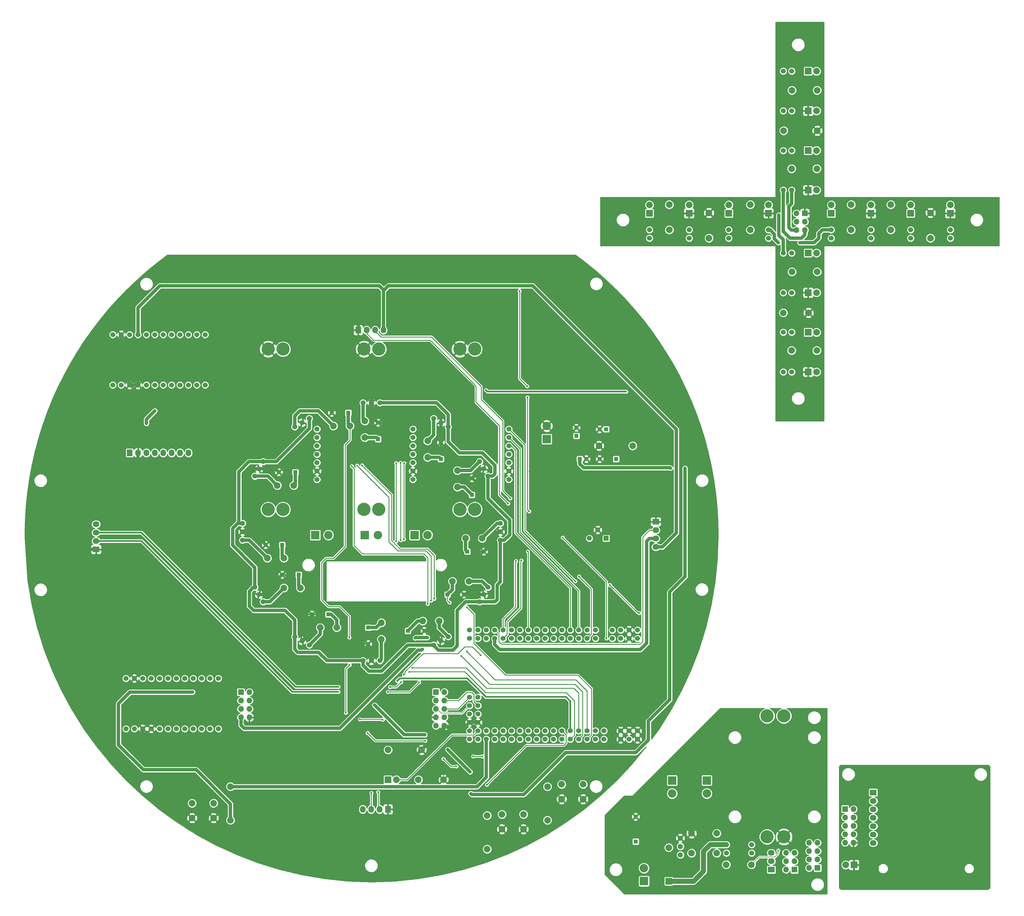
<source format=gbl>
G04 #@! TF.FileFunction,Copper,L2,Bot,Signal*
%FSLAX46Y46*%
G04 Gerber Fmt 4.6, Leading zero omitted, Abs format (unit mm)*
G04 Created by KiCad (PCBNEW 4.0.1-stable) date 2016/11/10 21:26:33*
%MOMM*%
G01*
G04 APERTURE LIST*
%ADD10C,0.100000*%
%ADD11R,2.032000X1.727200*%
%ADD12O,2.032000X1.727200*%
%ADD13R,2.032000X2.032000*%
%ADD14O,2.032000X2.032000*%
%ADD15R,1.727200X1.727200*%
%ADD16O,1.727200X1.727200*%
%ADD17C,1.300000*%
%ADD18R,1.300000X1.300000*%
%ADD19R,2.000000X2.000000*%
%ADD20C,2.000000*%
%ADD21R,2.550000X2.550000*%
%ADD22C,2.550000*%
%ADD23C,1.998980*%
%ADD24C,1.510000*%
%ADD25R,1.510000X1.510000*%
%ADD26C,1.524000*%
%ADD27R,1.727200X2.032000*%
%ADD28O,1.727200X2.032000*%
%ADD29C,4.000000*%
%ADD30R,1.998980X1.998980*%
%ADD31C,1.600000*%
%ADD32C,0.600000*%
%ADD33C,1.000000*%
%ADD34C,0.500000*%
%ADD35C,0.254000*%
%ADD36C,1.500000*%
%ADD37C,0.800000*%
%ADD38C,0.152400*%
G04 APERTURE END LIST*
D10*
D11*
X404270000Y-299400000D03*
D12*
X404270000Y-301940000D03*
X404270000Y-304480000D03*
X404270000Y-307020000D03*
X404270000Y-309560000D03*
X404270000Y-312100000D03*
X404270000Y-314640000D03*
D13*
X398470000Y-321300000D03*
D14*
X395930000Y-321300000D03*
D15*
X395770000Y-304400000D03*
D16*
X398310000Y-304400000D03*
X395770000Y-306940000D03*
X398310000Y-306940000D03*
X395770000Y-309480000D03*
X398310000Y-309480000D03*
X395770000Y-312020000D03*
X398310000Y-312020000D03*
X395770000Y-314560000D03*
X398310000Y-314560000D03*
D11*
X169210000Y-225850000D03*
D12*
X169210000Y-223310000D03*
X169210000Y-220770000D03*
X169210000Y-218230000D03*
D17*
X314500000Y-189000000D03*
D18*
X314500000Y-191500000D03*
X254500000Y-192500000D03*
D17*
X254500000Y-187500000D03*
D18*
X273500000Y-198500000D03*
D17*
X273500000Y-193500000D03*
D18*
X282875000Y-209340000D03*
D17*
X282875000Y-204340000D03*
D18*
X281500000Y-226500000D03*
D17*
X286500000Y-226500000D03*
D18*
X275500000Y-239500000D03*
D17*
X280500000Y-239500000D03*
D18*
X263500000Y-250500000D03*
D17*
X268500000Y-250500000D03*
D18*
X315500000Y-198500000D03*
D17*
X317500000Y-198500000D03*
D18*
X251500000Y-249500000D03*
D17*
X251500000Y-254500000D03*
D18*
X239500000Y-245500000D03*
D17*
X234500000Y-245500000D03*
D18*
X230500000Y-233500000D03*
D17*
X225500000Y-233500000D03*
D18*
X326500000Y-198500000D03*
D17*
X321500000Y-198500000D03*
D18*
X225500000Y-224500000D03*
D17*
X220500000Y-224500000D03*
D18*
X323500000Y-189500000D03*
D17*
X321500000Y-189500000D03*
D18*
X229500000Y-202500000D03*
D17*
X224500000Y-202500000D03*
D18*
X245500000Y-184500000D03*
D17*
X240500000Y-184500000D03*
D19*
X257500000Y-295500000D03*
D20*
X260040000Y-295500000D03*
D21*
X305500000Y-192480000D03*
D22*
X305500000Y-188520000D03*
D15*
X272000000Y-269000000D03*
D16*
X274540000Y-269000000D03*
X272000000Y-271540000D03*
X274540000Y-271540000D03*
X272000000Y-274080000D03*
X274540000Y-274080000D03*
X272000000Y-276620000D03*
X274540000Y-276620000D03*
X272000000Y-279160000D03*
X274540000Y-279160000D03*
D15*
X213025000Y-269030000D03*
D16*
X215565000Y-269030000D03*
X213025000Y-271570000D03*
X215565000Y-271570000D03*
X213025000Y-274110000D03*
X215565000Y-274110000D03*
X213025000Y-276650000D03*
X215565000Y-276650000D03*
D21*
X235520000Y-221500000D03*
D22*
X239480000Y-221500000D03*
D21*
X265520000Y-221500000D03*
D22*
X269480000Y-221500000D03*
D21*
X250520000Y-221500000D03*
D22*
X254480000Y-221500000D03*
D23*
X250500000Y-187000640D03*
X250500000Y-192001900D03*
X269500000Y-193000640D03*
X269500000Y-198001900D03*
X278500000Y-202000640D03*
X278500000Y-207001900D03*
X285999360Y-222500000D03*
X280998100Y-222500000D03*
X281999360Y-235500000D03*
X276998100Y-235500000D03*
X272999360Y-247500000D03*
X267998100Y-247500000D03*
X255500000Y-252999360D03*
X255500000Y-247998100D03*
X237000640Y-249500000D03*
X242001900Y-249500000D03*
X226000640Y-237500000D03*
X231001900Y-237500000D03*
D24*
X318420000Y-222500000D03*
D25*
X323500000Y-222500000D03*
D24*
X320960000Y-219960000D03*
D23*
X221000640Y-228500000D03*
X226001900Y-228500000D03*
X331500000Y-194500000D03*
X321340000Y-194500000D03*
X224000640Y-206500000D03*
X229001900Y-206500000D03*
X241000640Y-188500000D03*
X246001900Y-188500000D03*
X209850000Y-307765000D03*
X209850000Y-297605000D03*
X305735000Y-307765000D03*
X305735000Y-297605000D03*
X287500000Y-316500000D03*
X287500000Y-306340000D03*
X257500000Y-286500000D03*
X267660000Y-286500000D03*
D20*
X266700160Y-295500000D03*
X274299840Y-295500000D03*
X204770000Y-302630000D03*
X204770000Y-307130000D03*
X198270000Y-302630000D03*
X198270000Y-307130000D03*
X316530000Y-296915000D03*
X316530000Y-301415000D03*
X310030000Y-296915000D03*
X310030000Y-301415000D03*
X298500000Y-306000000D03*
X298500000Y-310500000D03*
X292000000Y-306000000D03*
X292000000Y-310500000D03*
D26*
X255040000Y-181500000D03*
X252500000Y-181500000D03*
X249960000Y-181500000D03*
X275699705Y-188770000D03*
X273500000Y-187500000D03*
X271300295Y-186230000D03*
X287770000Y-203699705D03*
X286500000Y-201500000D03*
X285230000Y-199300295D03*
X291500000Y-223040000D03*
X291500000Y-220500000D03*
X291500000Y-217960000D03*
X285230000Y-241699705D03*
X286500000Y-239500000D03*
X287770000Y-237300295D03*
X271300295Y-254770000D03*
X273500000Y-253500000D03*
X275699705Y-252230000D03*
X249960000Y-259500000D03*
X252500000Y-259500000D03*
X255040000Y-259500000D03*
X229300295Y-252230000D03*
X231500000Y-253500000D03*
X233699705Y-254770000D03*
D27*
X248500000Y-159500000D03*
D28*
X251040000Y-159500000D03*
X253580000Y-159500000D03*
X256120000Y-159500000D03*
D11*
X338500000Y-217500000D03*
D12*
X338500000Y-220040000D03*
X338500000Y-222580000D03*
X338500000Y-225120000D03*
D27*
X257500000Y-304500000D03*
D28*
X254960000Y-304500000D03*
X252420000Y-304500000D03*
X249880000Y-304500000D03*
D26*
X217230000Y-237300295D03*
X218500000Y-239500000D03*
X219770000Y-241699705D03*
X213500000Y-217960000D03*
X213500000Y-220500000D03*
X213500000Y-223040000D03*
X219770000Y-199300295D03*
X218500000Y-201500000D03*
X217230000Y-203699705D03*
X233699705Y-186230000D03*
X231500000Y-187500000D03*
X229300295Y-188770000D03*
X299960000Y-283280000D03*
X320280000Y-250260000D03*
X317740000Y-252800000D03*
X317740000Y-250260000D03*
X315200000Y-252800000D03*
X315200000Y-250260000D03*
X312660000Y-252800000D03*
X312660000Y-250260000D03*
X310120000Y-252800000D03*
X310120000Y-250260000D03*
X307580000Y-252800000D03*
X307580000Y-250260000D03*
X305040000Y-252800000D03*
X305040000Y-250260000D03*
X302500000Y-252800000D03*
X302500000Y-250260000D03*
X299960000Y-252800000D03*
X299960000Y-250260000D03*
X297420000Y-252800000D03*
X297420000Y-250260000D03*
X294880000Y-252800000D03*
X294880000Y-250260000D03*
X292340000Y-252800000D03*
X292340000Y-250260000D03*
X289800000Y-252800000D03*
X289800000Y-250260000D03*
X287260000Y-252800000D03*
X287260000Y-250260000D03*
X284720000Y-252800000D03*
X284720000Y-250260000D03*
X282180000Y-252800000D03*
X282180000Y-250260000D03*
X320280000Y-252800000D03*
X325360000Y-252800000D03*
X325360000Y-250260000D03*
X327900000Y-252800000D03*
X327900000Y-250260000D03*
X330440000Y-252800000D03*
X330440000Y-250260000D03*
X332980000Y-250260000D03*
X332980000Y-252800000D03*
X282180000Y-270580000D03*
X284720000Y-270580000D03*
X282180000Y-275660000D03*
X282180000Y-273120000D03*
X284720000Y-275660000D03*
X284720000Y-273120000D03*
X299960000Y-280740000D03*
X297420000Y-283280000D03*
X297420000Y-280740000D03*
X294880000Y-283280000D03*
X294880000Y-280740000D03*
X292340000Y-283280000D03*
X292340000Y-280740000D03*
X289800000Y-283280000D03*
X289800000Y-280740000D03*
X287260000Y-283280000D03*
X287260000Y-280740000D03*
X284720000Y-283280000D03*
X284720000Y-280740000D03*
X282180000Y-283280000D03*
X282180000Y-280740000D03*
X322820000Y-283280000D03*
X322820000Y-280740000D03*
X320280000Y-283280000D03*
X320280000Y-280740000D03*
X317740000Y-283280000D03*
X317740000Y-280740000D03*
X315200000Y-283280000D03*
X315200000Y-280740000D03*
X312660000Y-283280000D03*
X312660000Y-280740000D03*
X310120000Y-283280000D03*
X310120000Y-280740000D03*
X307580000Y-283280000D03*
X307580000Y-280740000D03*
X305040000Y-283280000D03*
X305040000Y-280740000D03*
X327900000Y-283280000D03*
X327900000Y-280740000D03*
X330440000Y-283280000D03*
X330440000Y-280740000D03*
X332980000Y-283280000D03*
X332980000Y-280740000D03*
X282180000Y-278200000D03*
X284720000Y-278200000D03*
X302500000Y-283280000D03*
X302500000Y-280740000D03*
X202200000Y-176120000D03*
X202200000Y-160880000D03*
X199660000Y-176120000D03*
X197120000Y-176120000D03*
X194580000Y-176120000D03*
X192040000Y-176120000D03*
X189500000Y-176120000D03*
X186960000Y-176120000D03*
X184420000Y-176120000D03*
X181880000Y-176120000D03*
X179340000Y-176120000D03*
X176800000Y-176120000D03*
X174260000Y-176120000D03*
X174260000Y-160880000D03*
X179340000Y-160880000D03*
X176800000Y-160880000D03*
X181880000Y-160880000D03*
X184420000Y-160880000D03*
X186960000Y-160880000D03*
X189500000Y-160880000D03*
X192040000Y-160880000D03*
X194580000Y-160880000D03*
X197120000Y-160880000D03*
X199660000Y-160880000D03*
X206200000Y-280120000D03*
X206200000Y-264880000D03*
X203660000Y-280120000D03*
X201120000Y-280120000D03*
X198580000Y-280120000D03*
X196040000Y-280120000D03*
X193500000Y-280120000D03*
X190960000Y-280120000D03*
X188420000Y-280120000D03*
X185880000Y-280120000D03*
X183340000Y-280120000D03*
X180800000Y-280120000D03*
X178260000Y-280120000D03*
X178260000Y-264880000D03*
X183340000Y-264880000D03*
X180800000Y-264880000D03*
X185880000Y-264880000D03*
X188420000Y-264880000D03*
X190960000Y-264880000D03*
X193500000Y-264880000D03*
X196040000Y-264880000D03*
X198580000Y-264880000D03*
X201120000Y-264880000D03*
X203660000Y-264880000D03*
D27*
X179370000Y-196640000D03*
D28*
X181910000Y-196640000D03*
X184450000Y-196640000D03*
X186990000Y-196640000D03*
X189530000Y-196640000D03*
X192070000Y-196640000D03*
X194610000Y-196640000D03*
X197150000Y-196640000D03*
D29*
X221250000Y-165250000D03*
X225750000Y-165250000D03*
X225750000Y-213750000D03*
X221250000Y-213750000D03*
D26*
X236050000Y-204700000D03*
X236050000Y-202160000D03*
X236050000Y-199620000D03*
X236050000Y-197080000D03*
X236050000Y-194540000D03*
X236050000Y-192000000D03*
X236050000Y-189460000D03*
D29*
X279250000Y-165250000D03*
X283750000Y-165250000D03*
X283750000Y-213750000D03*
X279250000Y-213750000D03*
D26*
X294050000Y-204700000D03*
X294050000Y-202160000D03*
X294050000Y-199620000D03*
X294050000Y-197080000D03*
X294050000Y-194540000D03*
X294050000Y-192000000D03*
X294050000Y-189460000D03*
D29*
X250250000Y-165250000D03*
X254750000Y-165250000D03*
X254750000Y-213750000D03*
X250250000Y-213750000D03*
D26*
X265050000Y-204700000D03*
X265050000Y-202160000D03*
X265050000Y-199620000D03*
X265050000Y-197080000D03*
X265050000Y-194540000D03*
X265050000Y-192000000D03*
X265050000Y-189460000D03*
D19*
X384580000Y-81170000D03*
D20*
X387120000Y-81170000D03*
D19*
X384580000Y-93170000D03*
D20*
X387120000Y-93170000D03*
D19*
X384580000Y-105170000D03*
D20*
X387120000Y-105170000D03*
D19*
X384580000Y-117170000D03*
D20*
X387120000Y-117170000D03*
D19*
X336580000Y-124170000D03*
D20*
X336580000Y-121630000D03*
D19*
X348580000Y-124170000D03*
D20*
X348580000Y-121630000D03*
D19*
X360580000Y-124170000D03*
D20*
X360580000Y-121630000D03*
D19*
X372580000Y-124170000D03*
D20*
X372580000Y-121630000D03*
D19*
X391580000Y-124170000D03*
D20*
X391580000Y-121630000D03*
D19*
X403580000Y-124170000D03*
D20*
X403580000Y-121630000D03*
D19*
X415580000Y-124170000D03*
D20*
X415580000Y-121630000D03*
D19*
X427580000Y-124170000D03*
D20*
X427580000Y-121630000D03*
D19*
X384580000Y-136170000D03*
D20*
X387120000Y-136170000D03*
D19*
X384580000Y-148170000D03*
D20*
X387120000Y-148170000D03*
D19*
X384580000Y-160170000D03*
D20*
X387120000Y-160170000D03*
D19*
X384580000Y-172170000D03*
D20*
X387120000Y-172170000D03*
D15*
X383580000Y-124170000D03*
D16*
X381040000Y-124170000D03*
X383580000Y-126710000D03*
X381040000Y-126710000D03*
X383580000Y-129250000D03*
X381040000Y-129250000D03*
D26*
X377040000Y-81170000D03*
X379580000Y-81170000D03*
X377040000Y-93170000D03*
X379580000Y-93170000D03*
X377040000Y-105170000D03*
X379580000Y-105170000D03*
X377040000Y-117170000D03*
X379580000Y-117170000D03*
X336580000Y-131710000D03*
X336580000Y-129170000D03*
X348580000Y-131710000D03*
X348580000Y-129170000D03*
X360580000Y-131710000D03*
X360580000Y-129170000D03*
X372580000Y-131710000D03*
X372580000Y-129170000D03*
X391580000Y-131710000D03*
X391580000Y-129170000D03*
X403580000Y-131710000D03*
X403580000Y-129170000D03*
X415580000Y-131710000D03*
X415580000Y-129170000D03*
X427580000Y-131710000D03*
X427580000Y-129170000D03*
X377040000Y-136170000D03*
X379580000Y-136170000D03*
X377040000Y-148170000D03*
X379580000Y-148170000D03*
X377040000Y-160170000D03*
X379580000Y-160170000D03*
X377040000Y-172170000D03*
X379580000Y-172170000D03*
D23*
X377180000Y-99170000D03*
X387340000Y-99170000D03*
X379680000Y-86970000D03*
X387300000Y-86970000D03*
X379580000Y-110670000D03*
X387200000Y-110670000D03*
X354580000Y-131670000D03*
X354580000Y-124050000D03*
X342580000Y-129170000D03*
X342580000Y-121550000D03*
X367080000Y-129170000D03*
X367080000Y-121550000D03*
X421580000Y-131670000D03*
X421580000Y-124050000D03*
X397580000Y-129170000D03*
X397580000Y-121550000D03*
X409580000Y-129170000D03*
X409580000Y-121550000D03*
X377080000Y-154270000D03*
X384700000Y-154270000D03*
X379680000Y-141870000D03*
X387300000Y-141870000D03*
X379580000Y-165670000D03*
X387200000Y-165670000D03*
D29*
X372160000Y-312810000D03*
X377240000Y-312810000D03*
X372160000Y-276220000D03*
X377240000Y-276220000D03*
D18*
X332430000Y-314230000D03*
D17*
X332430000Y-306730000D03*
D23*
X342427460Y-316070000D03*
D30*
X342427460Y-326230000D03*
D15*
X387430000Y-322230000D03*
D16*
X384890000Y-322230000D03*
X387430000Y-319690000D03*
X384890000Y-319690000D03*
X387430000Y-317150000D03*
X384890000Y-317150000D03*
X387430000Y-314610000D03*
X384890000Y-314610000D03*
D15*
X380430000Y-322730000D03*
D16*
X377890000Y-322730000D03*
X380430000Y-320190000D03*
X377890000Y-320190000D03*
X380430000Y-317650000D03*
X377890000Y-317650000D03*
D11*
X373430000Y-322730000D03*
D12*
X373430000Y-320190000D03*
X373430000Y-317650000D03*
D21*
X334930000Y-326210000D03*
D22*
X334930000Y-322250000D03*
D21*
X353930000Y-295750000D03*
D22*
X353930000Y-299710000D03*
D21*
X343430000Y-295750000D03*
D22*
X343430000Y-299710000D03*
D31*
X345930000Y-313190000D03*
X345930000Y-318270000D03*
X345930000Y-315730000D03*
D23*
X367430000Y-321230000D03*
X359810000Y-321230000D03*
X356930000Y-317730000D03*
X349310000Y-317730000D03*
X356930000Y-311730000D03*
X349310000Y-311730000D03*
D26*
X367470000Y-317730000D03*
X367470000Y-315190000D03*
X359850000Y-317730000D03*
X359850000Y-315190000D03*
D15*
X395770000Y-304400000D03*
D16*
X398310000Y-304400000D03*
X395770000Y-306940000D03*
X398310000Y-306940000D03*
X395770000Y-309480000D03*
X398310000Y-309480000D03*
X395770000Y-312020000D03*
X398310000Y-312020000D03*
X395770000Y-314560000D03*
X398310000Y-314560000D03*
D13*
X398470000Y-321300000D03*
D14*
X395930000Y-321300000D03*
D11*
X404270000Y-299400000D03*
D12*
X404270000Y-301940000D03*
X404270000Y-304480000D03*
X404270000Y-307020000D03*
X404270000Y-309560000D03*
X404270000Y-312100000D03*
X404270000Y-314640000D03*
D32*
X329510000Y-178120000D03*
X287090000Y-177610000D03*
X271630000Y-290890000D03*
X300630000Y-202260000D03*
X330970000Y-240770000D03*
X248270000Y-149010000D03*
X321690000Y-206570000D03*
X317650000Y-209460000D03*
X320770000Y-213010000D03*
X231440000Y-182139998D03*
X231500000Y-187500000D03*
X333510000Y-245100000D03*
X324590000Y-236590000D03*
X323590000Y-252770000D03*
X310350000Y-222280000D03*
X281370000Y-243350000D03*
X276120000Y-241920000D03*
X281370000Y-256770000D03*
X342970002Y-201260000D03*
X282580000Y-299720000D03*
X282350000Y-293180000D03*
X275590000Y-286420000D03*
X347340000Y-201310000D03*
X279730000Y-258090000D03*
X264920000Y-261660000D03*
X263970000Y-262890000D03*
X186355000Y-269030000D03*
X198420000Y-269030000D03*
X260300000Y-265620000D03*
X268650000Y-281930000D03*
X253460000Y-272950000D03*
X287410000Y-297030000D03*
X286050000Y-288470000D03*
X283260000Y-288450000D03*
X278200000Y-291500000D03*
X274240000Y-289240000D03*
X268780000Y-283740000D03*
X251340000Y-281390000D03*
X244750000Y-275240000D03*
X245860000Y-260800000D03*
X245810000Y-252500000D03*
X269420000Y-252530000D03*
X265760000Y-252640000D03*
X267910000Y-256070002D03*
X293840000Y-211960000D03*
X296210000Y-229340000D03*
X294490000Y-210380000D03*
X297840000Y-229160000D03*
X266900000Y-266080000D03*
X257530000Y-268970000D03*
X242480000Y-268940000D03*
X285580000Y-257830000D03*
X262270000Y-263680000D03*
X261460000Y-265970000D03*
X258160000Y-267440000D03*
X242520000Y-267440000D03*
X254960000Y-304500000D03*
X254520000Y-299260000D03*
X252420000Y-304500000D03*
X252470000Y-299530000D03*
X284720000Y-252800000D03*
X261290000Y-199640000D03*
X261340000Y-223050000D03*
X315270000Y-234060000D03*
X259950000Y-223390000D03*
X259950000Y-199750000D03*
X262330000Y-222780000D03*
X262420000Y-199750000D03*
X314150000Y-235480000D03*
X270520000Y-241350000D03*
X248190000Y-200490000D03*
X271510000Y-240770000D03*
X249660000Y-200420000D03*
X269500000Y-242330000D03*
X246540000Y-200640000D03*
X255920000Y-277370000D03*
X248990000Y-277260000D03*
X297300000Y-147700000D03*
X299590000Y-176490000D03*
X299680000Y-179870000D03*
X300200000Y-214340000D03*
X299780000Y-226460000D03*
X184450000Y-187750000D03*
X186990000Y-183940000D03*
X386180000Y-123870000D03*
X386780000Y-121770000D03*
X383380000Y-119770000D03*
X381380000Y-118770000D03*
X381380000Y-121470000D03*
X385780000Y-119470000D03*
X388880000Y-120470000D03*
X388680000Y-123670000D03*
X388280000Y-126270000D03*
X385780000Y-129070000D03*
X389180000Y-127570000D03*
X375739998Y-124670000D03*
X382080000Y-133070000D03*
X375580000Y-133070000D03*
X351930000Y-306230000D03*
X359430000Y-302730000D03*
X365930000Y-302730000D03*
X373430000Y-303730000D03*
X375930000Y-306230000D03*
X337930000Y-307230000D03*
X340430000Y-305730000D03*
X343930000Y-306230000D03*
X343930000Y-309230000D03*
X332430000Y-306730000D03*
X375530000Y-316930000D03*
D33*
X250500000Y-192001900D02*
X254001900Y-192001900D01*
X254001900Y-192001900D02*
X254500000Y-192500000D01*
D34*
X287600000Y-178120000D02*
X329510000Y-178120000D01*
X287090000Y-177610000D02*
X287600000Y-178120000D01*
D35*
X274299840Y-293559840D02*
X274299840Y-295500000D01*
X271630000Y-290890000D02*
X274299840Y-293559840D01*
D33*
X183340000Y-280120000D02*
X183340000Y-288450000D01*
X264230000Y-289930000D02*
X274540000Y-279620000D01*
X184820000Y-289930000D02*
X264230000Y-289930000D01*
X183340000Y-288450000D02*
X184820000Y-289930000D01*
X274540000Y-279620000D02*
X280760000Y-279620000D01*
X280760000Y-279620000D02*
X282180000Y-278200000D01*
X282180000Y-278200000D02*
X284720000Y-278200000D01*
X181910000Y-196640000D02*
X181910000Y-206590000D01*
X181910000Y-206590000D02*
X174610000Y-213890000D01*
X174610000Y-213890000D02*
X166400000Y-213890000D01*
X166400000Y-213890000D02*
X164500000Y-215790000D01*
X164500000Y-215790000D02*
X164500000Y-224780000D01*
X164500000Y-224780000D02*
X165570000Y-225850000D01*
X165570000Y-225850000D02*
X169210000Y-225850000D01*
X300630000Y-202260000D02*
X314260000Y-215890000D01*
X314260000Y-215890000D02*
X314260000Y-224220000D01*
X314260000Y-224220000D02*
X330810000Y-240770000D01*
X330810000Y-240770000D02*
X330970000Y-240770000D01*
X176800000Y-160880000D02*
X176800000Y-168300000D01*
X179340000Y-170840000D02*
X179340000Y-176120000D01*
X176800000Y-168300000D02*
X179340000Y-170840000D01*
X179340000Y-176120000D02*
X181880000Y-176120000D01*
X248500000Y-149290000D02*
X224360000Y-149290000D01*
X181880000Y-174490000D02*
X181880000Y-176120000D01*
X183580000Y-172790000D02*
X181880000Y-174490000D01*
X200860000Y-172790000D02*
X183580000Y-172790000D01*
X224360000Y-149290000D02*
X200860000Y-172790000D01*
X248500000Y-149240000D02*
X248500000Y-149290000D01*
X248500000Y-149290000D02*
X248500000Y-159500000D01*
X248270000Y-149010000D02*
X248500000Y-149240000D01*
D34*
X241675000Y-254500000D02*
X251500000Y-254500000D01*
X239695000Y-252520000D02*
X241675000Y-254500000D01*
D33*
X251500000Y-254500000D02*
X251500000Y-255435000D01*
X252500000Y-256435000D02*
X252500000Y-259500000D01*
X251500000Y-255435000D02*
X252500000Y-256435000D01*
D36*
X321690000Y-206570000D02*
X318800000Y-209460000D01*
X317650000Y-209890000D02*
X317650000Y-209460000D01*
X320770000Y-213010000D02*
X317650000Y-209890000D01*
X318800000Y-209460000D02*
X317650000Y-209460000D01*
D34*
X234500000Y-245500000D02*
X236485000Y-245500000D01*
X239695000Y-248710000D02*
X239695000Y-252520000D01*
X236485000Y-245500000D02*
X239695000Y-248710000D01*
X225500000Y-233500000D02*
X226390000Y-233500000D01*
X232675000Y-245500000D02*
X234500000Y-245500000D01*
X228265000Y-241090000D02*
X232675000Y-245500000D01*
X228265000Y-235375000D02*
X228265000Y-241090000D01*
X226390000Y-233500000D02*
X228265000Y-235375000D01*
D33*
X218500000Y-201500000D02*
X216420000Y-201500000D01*
X216565000Y-217325000D02*
X216565000Y-220500000D01*
X214930000Y-215690000D02*
X216565000Y-217325000D01*
X214930000Y-202990000D02*
X214930000Y-215690000D01*
X216420000Y-201500000D02*
X214930000Y-202990000D01*
D34*
X220500000Y-224500000D02*
X220565000Y-224500000D01*
X220565000Y-224500000D02*
X223820000Y-227755000D01*
X223820000Y-231820000D02*
X225500000Y-233500000D01*
X223820000Y-227755000D02*
X223820000Y-231820000D01*
D33*
X225500000Y-233500000D02*
X225695000Y-233500000D01*
X218500000Y-201500000D02*
X223500000Y-201500000D01*
X223500000Y-201500000D02*
X224500000Y-202500000D01*
X234500000Y-245500000D02*
X234500000Y-250500000D01*
X234500000Y-250500000D02*
X231500000Y-253500000D01*
X220500000Y-224500000D02*
X220500000Y-224435000D01*
X220500000Y-224435000D02*
X216565000Y-220500000D01*
X216565000Y-220500000D02*
X213500000Y-220500000D01*
X218500000Y-239500000D02*
X219500000Y-239500000D01*
X219500000Y-239500000D02*
X225500000Y-233500000D01*
X240330000Y-179960000D02*
X247145000Y-179960000D01*
X252500000Y-180235000D02*
X252500000Y-181500000D01*
X251125000Y-178860000D02*
X252500000Y-180235000D01*
X248245000Y-178860000D02*
X251125000Y-178860000D01*
X247145000Y-179960000D02*
X248245000Y-178860000D01*
D34*
X280500000Y-239500000D02*
X280500000Y-239655000D01*
X280500000Y-239655000D02*
X276525000Y-243630000D01*
X270175000Y-246805000D02*
X270175000Y-250500000D01*
X273350000Y-243630000D02*
X270175000Y-246805000D01*
X276525000Y-243630000D02*
X273350000Y-243630000D01*
X286500000Y-226500000D02*
X284765000Y-226500000D01*
X279700000Y-238700000D02*
X280500000Y-239500000D01*
X279700000Y-231565000D02*
X279700000Y-238700000D01*
X284765000Y-226500000D02*
X279700000Y-231565000D01*
D37*
X282875000Y-204340000D02*
X282974998Y-204340000D01*
X282974998Y-204340000D02*
X286069998Y-207435000D01*
X284795000Y-226500000D02*
X286500000Y-226500000D01*
X283510000Y-225215000D02*
X284795000Y-226500000D01*
X283510000Y-221405000D02*
X283510000Y-225215000D01*
X287320000Y-217595000D02*
X283510000Y-221405000D01*
X287320000Y-212515000D02*
X287320000Y-217595000D01*
X286069998Y-211264998D02*
X287320000Y-212515000D01*
X286069998Y-207435000D02*
X286069998Y-211264998D01*
X273500000Y-193500000D02*
X273500000Y-194885000D01*
X277240000Y-204340000D02*
X282875000Y-204340000D01*
X275890000Y-202990000D02*
X277240000Y-204340000D01*
X275890000Y-197275000D02*
X275890000Y-202990000D01*
X273500000Y-194885000D02*
X275890000Y-197275000D01*
X254500000Y-187500000D02*
X257090000Y-187500000D01*
X273500000Y-185360000D02*
X273500000Y-187500000D01*
X272080000Y-183940000D02*
X273500000Y-185360000D01*
X260650000Y-183940000D02*
X272080000Y-183940000D01*
X257090000Y-187500000D02*
X260650000Y-183940000D01*
D33*
X240500000Y-179960000D02*
X240330000Y-179960000D01*
X240330000Y-179960000D02*
X233619998Y-179960000D01*
X233619998Y-179960000D02*
X231440000Y-182139998D01*
X240500000Y-184500000D02*
X240500000Y-179960000D01*
X268500000Y-250500000D02*
X270175000Y-250500000D01*
X270175000Y-250500000D02*
X270500000Y-250500000D01*
X270500000Y-250500000D02*
X273500000Y-253500000D01*
X280500000Y-239500000D02*
X286500000Y-239500000D01*
X291500000Y-220500000D02*
X290765000Y-220500000D01*
X290765000Y-220500000D02*
X288590000Y-222675000D01*
X288590000Y-222675000D02*
X288590000Y-224410000D01*
X288590000Y-224410000D02*
X286500000Y-226500000D01*
X286500000Y-201500000D02*
X285715000Y-201500000D01*
X285715000Y-201500000D02*
X282875000Y-204340000D01*
X273500000Y-187500000D02*
X273500000Y-193500000D01*
X252500000Y-181500000D02*
X252500000Y-185500000D01*
X252500000Y-185500000D02*
X254500000Y-187500000D01*
X269500000Y-198001900D02*
X273001900Y-198001900D01*
X273001900Y-198001900D02*
X273500000Y-198500000D01*
D35*
X333100000Y-245100000D02*
X333510000Y-245100000D01*
X324590000Y-236590000D02*
X333100000Y-245100000D01*
D33*
X278500000Y-207001900D02*
X280536900Y-207001900D01*
X280536900Y-207001900D02*
X282875000Y-209340000D01*
D35*
X323590000Y-235520000D02*
X323590000Y-252770000D01*
X310350000Y-222280000D02*
X323590000Y-235520000D01*
D33*
X280998100Y-222500000D02*
X280998100Y-225998100D01*
X280998100Y-225998100D02*
X281500000Y-226500000D01*
D35*
X275500000Y-239500000D02*
X275500000Y-241300000D01*
X275500000Y-241300000D02*
X276120000Y-241920000D01*
D33*
X276998100Y-235500000D02*
X276998100Y-238001900D01*
X276998100Y-238001900D02*
X275500000Y-239500000D01*
D35*
X319060000Y-281960000D02*
X317740000Y-283280000D01*
X319060000Y-267970000D02*
X319060000Y-281960000D01*
X314970000Y-263880000D02*
X319060000Y-267970000D01*
X293100000Y-263880000D02*
X314970000Y-263880000D01*
X283500000Y-254280000D02*
X293100000Y-263880000D01*
X283500000Y-245480000D02*
X283500000Y-254280000D01*
X281370000Y-243350000D02*
X283500000Y-245480000D01*
D33*
X267998100Y-247500000D02*
X266500000Y-247500000D01*
X266500000Y-247500000D02*
X263500000Y-250500000D01*
D35*
X317740000Y-268690000D02*
X317740000Y-280740000D01*
X314350000Y-265300000D02*
X317740000Y-268690000D01*
X289900000Y-265300000D02*
X314350000Y-265300000D01*
X281370000Y-256770000D02*
X289900000Y-265300000D01*
D33*
X332480000Y-287310000D02*
X336280000Y-283510000D01*
X311300000Y-287310000D02*
X332480000Y-287310000D01*
X342720000Y-271340000D02*
X342720000Y-238700000D01*
X336280000Y-277780000D02*
X342720000Y-271340000D01*
X336280000Y-283510000D02*
X336280000Y-277780000D01*
X315500000Y-199980000D02*
X315500000Y-198500000D01*
X316670000Y-201150000D02*
X315500000Y-199980000D01*
X342860002Y-201150000D02*
X316670000Y-201150000D01*
X342970002Y-201260000D02*
X342860002Y-201150000D01*
X298610000Y-300000000D02*
X311300000Y-287310000D01*
X282860000Y-300000000D02*
X298610000Y-300000000D01*
X282580000Y-299720000D02*
X282860000Y-300000000D01*
X275590000Y-286420000D02*
X282350000Y-293180000D01*
X347340000Y-201310000D02*
X347340000Y-234080000D01*
X347340000Y-234080000D02*
X342720000Y-238700000D01*
X251500000Y-249500000D02*
X253998100Y-249500000D01*
X253998100Y-249500000D02*
X255500000Y-247998100D01*
D35*
X316390000Y-282090000D02*
X315200000Y-283280000D01*
X316390000Y-268930000D02*
X316390000Y-282090000D01*
X314100000Y-266640000D02*
X316390000Y-268930000D01*
X288280000Y-266640000D02*
X314100000Y-266640000D01*
X279730000Y-258090000D02*
X288280000Y-266640000D01*
D33*
X239500000Y-245500000D02*
X240295000Y-245500000D01*
X242001900Y-247206900D02*
X242001900Y-249500000D01*
X240295000Y-245500000D02*
X242001900Y-247206900D01*
D35*
X315200000Y-269310000D02*
X315200000Y-280740000D01*
X313700000Y-267810000D02*
X315200000Y-269310000D01*
X287280000Y-267810000D02*
X313700000Y-267810000D01*
X281130000Y-261660000D02*
X287280000Y-267810000D01*
X264920000Y-261660000D02*
X281130000Y-261660000D01*
D33*
X230500000Y-233500000D02*
X230500000Y-236998100D01*
X230500000Y-236998100D02*
X231001900Y-237500000D01*
D35*
X313870000Y-282070000D02*
X312660000Y-283280000D01*
X313870000Y-271610000D02*
X313870000Y-282070000D01*
X311470000Y-269210000D02*
X313870000Y-271610000D01*
X287050000Y-269210000D02*
X311470000Y-269210000D01*
X280680000Y-262840000D02*
X287050000Y-269210000D01*
X264020000Y-262840000D02*
X280680000Y-262840000D01*
X263970000Y-262890000D02*
X264020000Y-262840000D01*
D33*
X186355000Y-269030000D02*
X179470000Y-269030000D01*
X209850000Y-302850000D02*
X209850000Y-307765000D01*
X199500000Y-292500000D02*
X209850000Y-302850000D01*
X183500000Y-292500000D02*
X199500000Y-292500000D01*
X176000000Y-285000000D02*
X183500000Y-292500000D01*
X176000000Y-272500000D02*
X176000000Y-285000000D01*
X179470000Y-269030000D02*
X176000000Y-272500000D01*
X256120000Y-147730000D02*
X256120000Y-147360000D01*
X181880000Y-152700000D02*
X181880000Y-160880000D01*
X188480000Y-146100000D02*
X181880000Y-152700000D01*
X254860000Y-146100000D02*
X188480000Y-146100000D01*
X256120000Y-147360000D02*
X254860000Y-146100000D01*
X338500000Y-225120000D02*
X340520000Y-225120000D01*
X256120000Y-147630000D02*
X256120000Y-147730000D01*
X257630000Y-146120000D02*
X256120000Y-147630000D01*
X301320000Y-146120000D02*
X257630000Y-146120000D01*
X344750000Y-189550000D02*
X301320000Y-146120000D01*
X344750000Y-220890000D02*
X344750000Y-189550000D01*
X340520000Y-225120000D02*
X344750000Y-220890000D01*
X256120000Y-147730000D02*
X256120000Y-159500000D01*
X198420000Y-269030000D02*
X186355000Y-269030000D01*
X287770000Y-203699705D02*
X287770000Y-210425000D01*
X292670000Y-223040000D02*
X291500000Y-223040000D01*
X294305000Y-221405000D02*
X292670000Y-223040000D01*
X294305000Y-216960000D02*
X294305000Y-221405000D01*
X287770000Y-210425000D02*
X294305000Y-216960000D01*
X291500000Y-223040000D02*
X291500000Y-235640000D01*
X291500000Y-235640000D02*
X290495000Y-236645000D01*
X290495000Y-236645000D02*
X290495000Y-241090000D01*
X290495000Y-241090000D02*
X289885295Y-241699705D01*
X289885295Y-241699705D02*
X285230000Y-241699705D01*
X271300295Y-254770000D02*
X271300295Y-254915295D01*
X271300295Y-254915295D02*
X272715000Y-256330000D01*
X272715000Y-256330000D02*
X277160000Y-256330000D01*
X277160000Y-256330000D02*
X278430000Y-255060000D01*
X278430000Y-255060000D02*
X278430000Y-244265000D01*
X278430000Y-244265000D02*
X280995295Y-241699705D01*
X280995295Y-241699705D02*
X285230000Y-241699705D01*
X249960000Y-259500000D02*
X249960000Y-260880000D01*
X263480000Y-254770000D02*
X271300295Y-254770000D01*
X255570000Y-262680000D02*
X263480000Y-254770000D01*
X251760000Y-262680000D02*
X255570000Y-262680000D01*
X249960000Y-260880000D02*
X251760000Y-262680000D01*
X217230000Y-237300295D02*
X217230000Y-231325000D01*
X210485000Y-219500000D02*
X212390000Y-217595000D01*
X210485000Y-224580000D02*
X210485000Y-219500000D01*
X217230000Y-231325000D02*
X210485000Y-224580000D01*
X229300295Y-252230000D02*
X229300295Y-247205295D01*
X215565000Y-242995000D02*
X215565000Y-238550000D01*
X216835000Y-244265000D02*
X215565000Y-242995000D01*
X226360000Y-244265000D02*
X216835000Y-244265000D01*
X229300295Y-247205295D02*
X226360000Y-244265000D01*
X249960000Y-259500000D02*
X239055000Y-259500000D01*
X229300295Y-256095295D02*
X229300295Y-252230000D01*
X230170000Y-256965000D02*
X229300295Y-256095295D01*
X236520000Y-256965000D02*
X230170000Y-256965000D01*
X239055000Y-259500000D02*
X236520000Y-256965000D01*
X275699705Y-188770000D02*
X275699705Y-193274705D01*
X289150295Y-203699705D02*
X287770000Y-203699705D01*
X289860000Y-202990000D02*
X289150295Y-203699705D01*
X289860000Y-201609705D02*
X289860000Y-202990000D01*
X289860000Y-200450000D02*
X289860000Y-201609705D01*
X286050000Y-196640000D02*
X289860000Y-200450000D01*
X279065000Y-196640000D02*
X286050000Y-196640000D01*
X275699705Y-193274705D02*
X279065000Y-196640000D01*
X255040000Y-181500000D02*
X272180000Y-181500000D01*
X275699705Y-185019705D02*
X275699705Y-188770000D01*
X272180000Y-181500000D02*
X275699705Y-185019705D01*
X217230000Y-237300295D02*
X216814705Y-237300295D01*
X216814705Y-237300295D02*
X215565000Y-238550000D01*
X217230000Y-237300295D02*
X217230000Y-237520000D01*
X219770000Y-199300295D02*
X215444705Y-199300295D01*
X215444705Y-199300295D02*
X212390000Y-202355000D01*
X212390000Y-202355000D02*
X212390000Y-217595000D01*
X212390000Y-217595000D02*
X212390000Y-217960000D01*
X212390000Y-217960000D02*
X213500000Y-217960000D01*
X219770000Y-199300295D02*
X223699705Y-199300295D01*
X233699705Y-189300295D02*
X233699705Y-186230000D01*
X223699705Y-199300295D02*
X233699705Y-189300295D01*
D34*
X312660000Y-271830000D02*
X312660000Y-280740000D01*
X311330000Y-270500000D02*
X312660000Y-271830000D01*
X287130000Y-270500000D02*
X311330000Y-270500000D01*
X281490000Y-264860000D02*
X287130000Y-270500000D01*
X261060000Y-264860000D02*
X281490000Y-264860000D01*
X260300000Y-265620000D02*
X261060000Y-264860000D01*
D33*
X225500000Y-224500000D02*
X225500000Y-227998100D01*
X225500000Y-227998100D02*
X226001900Y-228500000D01*
X253460000Y-272950000D02*
X262440000Y-281930000D01*
X262440000Y-281930000D02*
X268650000Y-281930000D01*
X229500000Y-202500000D02*
X229500000Y-206001900D01*
X229500000Y-206001900D02*
X229001900Y-206500000D01*
D35*
X246001900Y-188500000D02*
X246001900Y-192798100D01*
X311350000Y-281890000D02*
X310200000Y-280740000D01*
X311350000Y-284430000D02*
X311350000Y-281890000D01*
X310700000Y-285080000D02*
X311350000Y-284430000D01*
X299360000Y-285080000D02*
X310700000Y-285080000D01*
X287410000Y-297030000D02*
X299360000Y-285080000D01*
X283280000Y-288470000D02*
X286050000Y-288470000D01*
X283260000Y-288450000D02*
X283280000Y-288470000D01*
X276500000Y-291500000D02*
X278200000Y-291500000D01*
X274240000Y-289240000D02*
X276500000Y-291500000D01*
X268550000Y-283740000D02*
X268780000Y-283740000D01*
X253690000Y-283740000D02*
X268550000Y-283740000D01*
X251340000Y-281390000D02*
X253690000Y-283740000D01*
X244750000Y-261910000D02*
X244750000Y-275240000D01*
X245860000Y-260800000D02*
X244750000Y-261910000D01*
X245820000Y-252490000D02*
X245810000Y-252500000D01*
X245820000Y-246060000D02*
X245820000Y-252490000D01*
X242900000Y-243140000D02*
X245820000Y-246060000D01*
X239470000Y-243140000D02*
X242900000Y-243140000D01*
X237440000Y-241110000D02*
X239470000Y-243140000D01*
X237440000Y-229810000D02*
X237440000Y-241110000D01*
X238710000Y-228540000D02*
X237440000Y-229810000D01*
X241000000Y-228540000D02*
X238710000Y-228540000D01*
X244550000Y-224990000D02*
X241000000Y-228540000D01*
X244550000Y-194250000D02*
X244550000Y-224990000D01*
X246001900Y-192798100D02*
X244550000Y-194250000D01*
X310200000Y-280740000D02*
X310120000Y-280740000D01*
D33*
X245500000Y-184500000D02*
X245500000Y-187998100D01*
X245500000Y-187998100D02*
X246001900Y-188500000D01*
D35*
X260040000Y-295500000D02*
X263330000Y-295500000D01*
X283510000Y-281950000D02*
X284720000Y-280740000D01*
X276880000Y-281950000D02*
X283510000Y-281950000D01*
X263330000Y-295500000D02*
X276880000Y-281950000D01*
X274540000Y-271540000D02*
X278840000Y-271540000D01*
X283500000Y-271900000D02*
X284720000Y-273120000D01*
X283500000Y-269710000D02*
X283500000Y-271900000D01*
X282900000Y-269110000D02*
X283500000Y-269710000D01*
X281270000Y-269110000D02*
X282900000Y-269110000D01*
X278840000Y-271540000D02*
X281270000Y-269110000D01*
D38*
X272000000Y-274080000D02*
X272330000Y-274080000D01*
X272330000Y-274080000D02*
X273600000Y-275350000D01*
X279950000Y-275350000D02*
X282180000Y-273120000D01*
X273600000Y-275350000D02*
X279950000Y-275350000D01*
D35*
X274540000Y-274080000D02*
X278680000Y-274080000D01*
X278680000Y-274080000D02*
X282180000Y-270580000D01*
D33*
X213025000Y-276650000D02*
X213025000Y-279015000D01*
X265870000Y-252530000D02*
X269420000Y-252530000D01*
X265760000Y-252640000D02*
X265870000Y-252530000D01*
X267620002Y-256360000D02*
X267910000Y-256070002D01*
X266570000Y-256360000D02*
X267620002Y-256360000D01*
X242960000Y-279970000D02*
X266570000Y-256360000D01*
X213980000Y-279970000D02*
X242960000Y-279970000D01*
X213025000Y-279015000D02*
X213980000Y-279970000D01*
X249960000Y-181500000D02*
X249960000Y-186460640D01*
X249960000Y-186460640D02*
X250500000Y-187000640D01*
X271300295Y-186230000D02*
X271300295Y-191200345D01*
X271300295Y-191200345D02*
X269500000Y-193000640D01*
X278500000Y-202000640D02*
X282529655Y-202000640D01*
X282529655Y-202000640D02*
X285230000Y-199300295D01*
X291500000Y-217960000D02*
X290539360Y-217960000D01*
X290539360Y-217960000D02*
X285999360Y-222500000D01*
X281999360Y-235500000D02*
X285969705Y-235500000D01*
X285969705Y-235500000D02*
X287770000Y-237300295D01*
X272999360Y-247500000D02*
X272999360Y-249529655D01*
X272999360Y-249529655D02*
X275699705Y-252230000D01*
X255500000Y-252999360D02*
X255500000Y-259040000D01*
X255500000Y-259040000D02*
X255040000Y-259500000D01*
X237000640Y-249500000D02*
X237000640Y-251469065D01*
X237000640Y-251469065D02*
X233699705Y-254770000D01*
X219770000Y-241699705D02*
X221800935Y-241699705D01*
X221800935Y-241699705D02*
X226000640Y-237500000D01*
X213500000Y-223040000D02*
X215540640Y-223040000D01*
X215540640Y-223040000D02*
X221000640Y-228500000D01*
X217230000Y-203699705D02*
X221200345Y-203699705D01*
X221200345Y-203699705D02*
X224000640Y-206500000D01*
X229300295Y-188770000D02*
X229300295Y-185444705D01*
X236440640Y-183940000D02*
X241000640Y-188500000D01*
X230805000Y-183940000D02*
X236440640Y-183940000D01*
X229300295Y-185444705D02*
X230805000Y-183940000D01*
X209850000Y-297605000D02*
X284445000Y-297605000D01*
X284445000Y-297605000D02*
X287260000Y-294790000D01*
X287260000Y-294790000D02*
X287260000Y-283280000D01*
D35*
X251040000Y-159500000D02*
X251040000Y-160470000D01*
X251040000Y-160470000D02*
X253130000Y-162560000D01*
X253130000Y-162560000D02*
X270310000Y-162560000D01*
X270310000Y-162560000D02*
X284110000Y-176360000D01*
X284110000Y-176360000D02*
X284110000Y-181330000D01*
X284110000Y-181330000D02*
X291210000Y-188430000D01*
X291210000Y-188430000D02*
X291210000Y-209360000D01*
X291210000Y-209360000D02*
X293810000Y-211960000D01*
X293810000Y-211960000D02*
X293840000Y-211960000D01*
X296210000Y-229340000D02*
X296040000Y-229510000D01*
X296040000Y-229510000D02*
X296040000Y-243260000D01*
X296040000Y-243260000D02*
X292340000Y-246960000D01*
X292340000Y-246960000D02*
X292340000Y-250260000D01*
X253580000Y-159500000D02*
X253580000Y-159770000D01*
X253580000Y-159770000D02*
X255370000Y-161560000D01*
X255370000Y-161560000D02*
X270670000Y-161560000D01*
X270670000Y-161560000D02*
X285700000Y-176590000D01*
X285700000Y-176590000D02*
X285700000Y-180470000D01*
X285700000Y-180470000D02*
X292200000Y-186970000D01*
X292200000Y-186970000D02*
X292200000Y-208090000D01*
X292200000Y-208090000D02*
X294490000Y-210380000D01*
X297840000Y-229160000D02*
X297650000Y-229350000D01*
X297650000Y-229350000D02*
X297650000Y-243640000D01*
X297650000Y-243640000D02*
X293530000Y-247760000D01*
X293530000Y-247760000D02*
X293530000Y-251610000D01*
X293530000Y-251610000D02*
X292340000Y-252800000D01*
X289800000Y-250260000D02*
X289940000Y-250260000D01*
X289940000Y-250260000D02*
X291070000Y-251390000D01*
X291070000Y-251390000D02*
X291070000Y-253790000D01*
X291070000Y-253790000D02*
X291830000Y-254550000D01*
X291830000Y-254550000D02*
X333640000Y-254550000D01*
X333640000Y-254550000D02*
X334530000Y-253660000D01*
X334530000Y-253660000D02*
X334530000Y-222090000D01*
X334530000Y-222090000D02*
X336580000Y-220040000D01*
X336580000Y-220040000D02*
X338500000Y-220040000D01*
D33*
X289800000Y-252800000D02*
X289800000Y-254620000D01*
X336620000Y-222580000D02*
X338500000Y-222580000D01*
X335770000Y-223430000D02*
X336620000Y-222580000D01*
X335770000Y-254200000D02*
X335770000Y-223430000D01*
X333820000Y-256150000D02*
X335770000Y-254200000D01*
X291330000Y-256150000D02*
X333820000Y-256150000D01*
X289800000Y-254620000D02*
X291330000Y-256150000D01*
D35*
X257530000Y-268970000D02*
X264010000Y-268970000D01*
X264010000Y-268970000D02*
X266900000Y-266080000D01*
D34*
X169210000Y-223310000D02*
X182920000Y-223310000D01*
X257500000Y-268940000D02*
X257380000Y-268940000D01*
X257530000Y-268970000D02*
X257500000Y-268940000D01*
X228550000Y-268940000D02*
X242480000Y-268940000D01*
X182920000Y-223310000D02*
X228550000Y-268940000D01*
D35*
X258160000Y-267440000D02*
X259990000Y-267440000D01*
X283020000Y-255270000D02*
X285580000Y-257830000D01*
X280740000Y-255270000D02*
X283020000Y-255270000D01*
X278710000Y-257300000D02*
X280740000Y-255270000D01*
X268170000Y-257300000D02*
X278710000Y-257300000D01*
X262680000Y-262790000D02*
X268170000Y-257300000D01*
X262680000Y-263270000D02*
X262680000Y-262790000D01*
X262270000Y-263680000D02*
X262680000Y-263270000D01*
X259990000Y-267440000D02*
X261460000Y-265970000D01*
D34*
X169210000Y-220770000D02*
X182930000Y-220770000D01*
X258100000Y-267500000D02*
X258100000Y-267590000D01*
X258160000Y-267440000D02*
X258100000Y-267500000D01*
X242480000Y-267400000D02*
X242520000Y-267440000D01*
X229560000Y-267400000D02*
X242480000Y-267400000D01*
X182930000Y-220770000D02*
X229560000Y-267400000D01*
D35*
X254960000Y-304500000D02*
X254610000Y-304150000D01*
X254610000Y-304150000D02*
X254610000Y-299350000D01*
X254610000Y-299350000D02*
X254520000Y-299260000D01*
X252420000Y-304500000D02*
X252470000Y-304450000D01*
X252470000Y-304450000D02*
X252470000Y-299530000D01*
X261290000Y-199640000D02*
X261340000Y-199690000D01*
X261340000Y-199690000D02*
X261340000Y-223050000D01*
X315270000Y-234060000D02*
X319010000Y-237800000D01*
X319010000Y-237800000D02*
X319010000Y-251530000D01*
X319010000Y-251530000D02*
X317740000Y-252800000D01*
X259950000Y-199750000D02*
X259950000Y-223390000D01*
X262330000Y-199840000D02*
X262330000Y-222780000D01*
X262420000Y-199750000D02*
X262330000Y-199840000D01*
X294050000Y-192000000D02*
X294110000Y-192000000D01*
X294110000Y-192000000D02*
X297500000Y-195390000D01*
X297500000Y-195390000D02*
X297500000Y-220650000D01*
X297500000Y-220650000D02*
X315200000Y-238350000D01*
X315200000Y-238350000D02*
X315200000Y-250260000D01*
X294050000Y-189460000D02*
X294080000Y-189460000D01*
X294080000Y-189460000D02*
X298910000Y-194290000D01*
X298910000Y-194290000D02*
X298910000Y-220240000D01*
X298910000Y-220240000D02*
X314150000Y-235480000D01*
X294050000Y-194540000D02*
X294750000Y-194540000D01*
X294750000Y-194540000D02*
X296100000Y-195890000D01*
X296100000Y-195890000D02*
X296100000Y-220900000D01*
X296100000Y-220900000D02*
X312660000Y-237460000D01*
X312660000Y-237460000D02*
X312660000Y-250260000D01*
X270520000Y-227900000D02*
X270520000Y-241350000D01*
X268904002Y-226284002D02*
X270520000Y-227900000D01*
X260484002Y-226284002D02*
X268904002Y-226284002D01*
X257760000Y-223560000D02*
X260484002Y-226284002D01*
X257760000Y-210060000D02*
X257760000Y-223560000D01*
X248190000Y-200490000D02*
X257760000Y-210060000D01*
X271510000Y-227680000D02*
X271510000Y-240770000D01*
X269560000Y-225730000D02*
X271510000Y-227680000D01*
X261170000Y-225730000D02*
X269560000Y-225730000D01*
X258610000Y-223170000D02*
X261170000Y-225730000D01*
X258610000Y-209370000D02*
X258610000Y-223170000D01*
X249660000Y-200420000D02*
X258610000Y-209370000D01*
X269500000Y-228420000D02*
X269500000Y-242330000D01*
X268320000Y-227240000D02*
X269500000Y-228420000D01*
X249770000Y-227240000D02*
X268320000Y-227240000D01*
X247260000Y-224730000D02*
X249770000Y-227240000D01*
X247260000Y-201360000D02*
X247260000Y-224730000D01*
X246540000Y-200640000D02*
X247260000Y-201360000D01*
X255920000Y-277370000D02*
X255810000Y-277260000D01*
X255810000Y-277260000D02*
X248990000Y-277260000D01*
X299960000Y-250260000D02*
X299960000Y-226640000D01*
X297300000Y-152490000D02*
X297300000Y-147700000D01*
X297300000Y-174200000D02*
X297300000Y-152490000D01*
X299590000Y-176490000D02*
X297300000Y-174200000D01*
X299680000Y-213820000D02*
X299680000Y-179870000D01*
X300200000Y-214340000D02*
X299680000Y-213820000D01*
X299960000Y-226640000D02*
X299780000Y-226460000D01*
D33*
X184450000Y-186480000D02*
X184450000Y-187750000D01*
X186990000Y-183940000D02*
X184450000Y-186480000D01*
X386180000Y-123870000D02*
X386080000Y-123870000D01*
X385380000Y-121770000D02*
X386780000Y-121770000D01*
X383380000Y-119770000D02*
X385380000Y-121770000D01*
X381380000Y-121470000D02*
X381380000Y-118770000D01*
X385780000Y-119470000D02*
X386480000Y-120170000D01*
X386480000Y-120170000D02*
X388580000Y-120170000D01*
X388580000Y-120170000D02*
X388880000Y-120470000D01*
X388680000Y-123670000D02*
X388480000Y-123870000D01*
X388480000Y-123870000D02*
X386080000Y-123870000D01*
X386080000Y-124070000D02*
X386080000Y-123870000D01*
X388280000Y-126270000D02*
X386080000Y-124070000D01*
X385780000Y-129070000D02*
X387280000Y-127570000D01*
X387280000Y-127570000D02*
X389180000Y-127570000D01*
X377040000Y-136170000D02*
X377040000Y-132130000D01*
X375739998Y-130829998D02*
X375739998Y-124670000D01*
X377040000Y-132130000D02*
X375739998Y-130829998D01*
X377040000Y-117170000D02*
X377040000Y-129630000D01*
X383580000Y-130670000D02*
X383580000Y-129250000D01*
X382580000Y-131670000D02*
X383580000Y-130670000D01*
X379080000Y-131670000D02*
X382580000Y-131670000D01*
X377040000Y-129630000D02*
X379080000Y-131670000D01*
X388880000Y-129170000D02*
X391580000Y-129170000D01*
X387780000Y-130270000D02*
X388880000Y-129170000D01*
X387780000Y-131670000D02*
X387780000Y-130270000D01*
X386380000Y-133070000D02*
X387780000Y-131670000D01*
X382080000Y-133070000D02*
X386380000Y-133070000D01*
X379580000Y-117170000D02*
X379580000Y-121270000D01*
X379560000Y-129250000D02*
X381040000Y-129250000D01*
X378780000Y-128470000D02*
X379560000Y-129250000D01*
X378780000Y-122070000D02*
X378780000Y-128470000D01*
X379580000Y-121270000D02*
X378780000Y-122070000D01*
X372580000Y-129170000D02*
X373080000Y-129170000D01*
X373080000Y-129170000D02*
X374380000Y-130470000D01*
X374380000Y-131870000D02*
X375580000Y-133070000D01*
X374380000Y-130470000D02*
X374380000Y-131870000D01*
D36*
X359850000Y-315190000D02*
X354970000Y-315190000D01*
X354970000Y-315190000D02*
X352930000Y-317230000D01*
X352930000Y-317230000D02*
X352930000Y-323230000D01*
X352930000Y-323230000D02*
X349930000Y-326230000D01*
X349930000Y-326230000D02*
X342427460Y-326230000D01*
X349310000Y-308850000D02*
X349310000Y-311730000D01*
X351930000Y-306230000D02*
X349310000Y-308850000D01*
X359930000Y-302730000D02*
X359430000Y-302730000D01*
X365930000Y-302730000D02*
X359930000Y-302730000D01*
X375930000Y-306230000D02*
X373430000Y-303730000D01*
X338930000Y-307230000D02*
X337930000Y-307230000D01*
X340430000Y-305730000D02*
X338930000Y-307230000D01*
X343930000Y-309230000D02*
X343930000Y-306230000D01*
D38*
X375530000Y-316930000D02*
X375430000Y-317030000D01*
X375430000Y-317030000D02*
X375430000Y-318030000D01*
X375430000Y-318030000D02*
X374530000Y-318930000D01*
X374530000Y-318930000D02*
X369730000Y-318930000D01*
X369730000Y-318930000D02*
X367430000Y-321230000D01*
D35*
X191027131Y-136750421D02*
X313993825Y-136750421D01*
X190571677Y-136953621D02*
X314465784Y-136953621D01*
X190303824Y-137156821D02*
X314732847Y-137156821D01*
X190035971Y-137360021D02*
X314999910Y-137360021D01*
X189768118Y-137563221D02*
X315266973Y-137563221D01*
X189500265Y-137766421D02*
X315534036Y-137766421D01*
X189232412Y-137969621D02*
X315801099Y-137969621D01*
X188964559Y-138172821D02*
X316068162Y-138172821D01*
X188696706Y-138376021D02*
X316335224Y-138376021D01*
X188428853Y-138579221D02*
X316602287Y-138579221D01*
X188161000Y-138782421D02*
X316869350Y-138782421D01*
X187893147Y-138985621D02*
X317136413Y-138985621D01*
X187625294Y-139188821D02*
X317403476Y-139188821D01*
X187376547Y-139392021D02*
X317660685Y-139392021D01*
X187129026Y-139595221D02*
X317907521Y-139595221D01*
X186881504Y-139798421D02*
X318154358Y-139798421D01*
X186633983Y-140001621D02*
X318401194Y-140001621D01*
X186386462Y-140204821D02*
X318648031Y-140204821D01*
X186138940Y-140408021D02*
X318894867Y-140408021D01*
X185891419Y-140611221D02*
X319141704Y-140611221D01*
X185643897Y-140814421D02*
X319388541Y-140814421D01*
X185396376Y-141017621D02*
X319635377Y-141017621D01*
X185148855Y-141220821D02*
X319882214Y-141220821D01*
X184901333Y-141424021D02*
X320129050Y-141424021D01*
X184653812Y-141627221D02*
X320375887Y-141627221D01*
X184412257Y-141830421D02*
X320622723Y-141830421D01*
X184183221Y-142033621D02*
X320853561Y-142033621D01*
X183954186Y-142236821D02*
X321081999Y-142236821D01*
X183725150Y-142440021D02*
X321310438Y-142440021D01*
X183496115Y-142643221D02*
X321538876Y-142643221D01*
X183267080Y-142846421D02*
X321767314Y-142846421D01*
X183038044Y-143049621D02*
X321995752Y-143049621D01*
X182809009Y-143252821D02*
X322224191Y-143252821D01*
X182579974Y-143456021D02*
X320302093Y-143456021D01*
X320731045Y-143456021D02*
X322452629Y-143456021D01*
X182350938Y-143659221D02*
X183718600Y-143659221D01*
X185182998Y-143659221D02*
X319605343Y-143659221D01*
X321409520Y-143659221D02*
X322681067Y-143659221D01*
X182121903Y-143862421D02*
X183326876Y-143862421D01*
X185573085Y-143862421D02*
X319279905Y-143862421D01*
X321736864Y-143862421D02*
X322909506Y-143862421D01*
X181892867Y-144065621D02*
X183068566Y-144065621D01*
X185832728Y-144065621D02*
X319057085Y-144065621D01*
X321962241Y-144065621D02*
X323137944Y-144065621D01*
X181663832Y-144268821D02*
X182870505Y-144268821D01*
X186032495Y-144268821D02*
X318882575Y-144268821D01*
X322139003Y-144268821D02*
X323366382Y-144268821D01*
X181437060Y-144472021D02*
X182731371Y-144472021D01*
X186167501Y-144472021D02*
X318743441Y-144472021D01*
X322274009Y-144472021D02*
X323594820Y-144472021D01*
X181224962Y-144675221D02*
X182619503Y-144675221D01*
X186281964Y-144675221D02*
X318649501Y-144675221D01*
X322370816Y-144675221D02*
X323811752Y-144675221D01*
X181012865Y-144878421D02*
X182532412Y-144878421D01*
X186365717Y-144878421D02*
X318565497Y-144878421D01*
X322454569Y-144878421D02*
X324023326Y-144878421D01*
X180800767Y-145081621D02*
X182477185Y-145081621D01*
X186423701Y-145081621D02*
X318522306Y-145081621D01*
X322497561Y-145081621D02*
X324234900Y-145081621D01*
X180588670Y-145284821D02*
X182433993Y-145284821D01*
X186463936Y-145284821D02*
X188047912Y-145284821D01*
X255292231Y-145284821D02*
X257235607Y-145284821D01*
X301715851Y-145284821D02*
X318485442Y-145284821D01*
X322537037Y-145284821D02*
X324446474Y-145284821D01*
X180376572Y-145488021D02*
X182423581Y-145488021D01*
X186475177Y-145488021D02*
X187781003Y-145488021D01*
X255558997Y-145488021D02*
X256951003Y-145488021D01*
X301998997Y-145488021D02*
X318482604Y-145488021D01*
X322534199Y-145488021D02*
X324658048Y-145488021D01*
X180164475Y-145691221D02*
X182420744Y-145691221D01*
X186472339Y-145691221D02*
X187577803Y-145691221D01*
X255762197Y-145691221D02*
X256747803Y-145691221D01*
X302202197Y-145691221D02*
X318487820Y-145691221D01*
X322531362Y-145691221D02*
X324869622Y-145691221D01*
X179952377Y-145894421D02*
X182452267Y-145894421D01*
X186450494Y-145894421D02*
X187374603Y-145894421D01*
X255965397Y-145894421D02*
X256544603Y-145894421D01*
X302405397Y-145894421D02*
X318525114Y-145894421D01*
X322494590Y-145894421D02*
X325081196Y-145894421D01*
X179740280Y-146097621D02*
X182489561Y-146097621D01*
X186404328Y-146097621D02*
X187171403Y-146097621D01*
X256168597Y-146097621D02*
X256341403Y-146097621D01*
X302608597Y-146097621D02*
X318574345Y-146097621D01*
X322448424Y-146097621D02*
X325292770Y-146097621D01*
X179528183Y-146300821D02*
X182567083Y-146300821D01*
X186334635Y-146300821D02*
X186968203Y-146300821D01*
X302811797Y-146300821D02*
X318654798Y-146300821D01*
X322363469Y-146300821D02*
X325504344Y-146300821D01*
X179316086Y-146504021D02*
X182653252Y-146504021D01*
X186244165Y-146504021D02*
X186765003Y-146504021D01*
X303014997Y-146504021D02*
X318758364Y-146504021D01*
X322268327Y-146504021D02*
X325715918Y-146504021D01*
X179103989Y-146707221D02*
X182784205Y-146707221D01*
X186114365Y-146707221D02*
X186561803Y-146707221D01*
X303218197Y-146707221D02*
X318889317Y-146707221D01*
X322124985Y-146707221D02*
X325927492Y-146707221D01*
X178891891Y-146910421D02*
X182945760Y-146910421D01*
X185960845Y-146910421D02*
X186358603Y-146910421D01*
X303421397Y-146910421D02*
X319073358Y-146910421D01*
X321947338Y-146910421D02*
X326139066Y-146910421D01*
X178679794Y-147113621D02*
X183147909Y-147113621D01*
X185747464Y-147113621D02*
X186155403Y-147113621D01*
X188777355Y-147113621D02*
X254562645Y-147113621D01*
X257947355Y-147113621D02*
X296868324Y-147113621D01*
X297730803Y-147113621D02*
X301002645Y-147113621D01*
X303624597Y-147113621D02*
X319308625Y-147113621D01*
X321718927Y-147113621D02*
X326350640Y-147113621D01*
X178473782Y-147316821D02*
X183440275Y-147316821D01*
X185449037Y-147316821D02*
X185952203Y-147316821D01*
X188574155Y-147316821D02*
X254765845Y-147316821D01*
X257744155Y-147316821D02*
X296681239Y-147316821D01*
X297918286Y-147316821D02*
X301205845Y-147316821D01*
X303827797Y-147316821D02*
X319651016Y-147316821D01*
X321379894Y-147316821D02*
X326562214Y-147316821D01*
X178277315Y-147520021D02*
X183970235Y-147520021D01*
X184950984Y-147520021D02*
X185749003Y-147520021D01*
X188370955Y-147520021D02*
X254969045Y-147520021D01*
X257540955Y-147520021D02*
X296594982Y-147520021D01*
X298005510Y-147520021D02*
X301409045Y-147520021D01*
X304030997Y-147520021D02*
X326759123Y-147520021D01*
X178080848Y-147723221D02*
X185545803Y-147723221D01*
X188167755Y-147723221D02*
X255172245Y-147723221D01*
X257337755Y-147723221D02*
X296572574Y-147723221D01*
X298025712Y-147723221D02*
X301612245Y-147723221D01*
X304234197Y-147723221D02*
X326955129Y-147723221D01*
X177884381Y-147926421D02*
X185342603Y-147926421D01*
X187964555Y-147926421D02*
X255193000Y-147926421D01*
X257134555Y-147926421D02*
X296607704Y-147926421D01*
X297994117Y-147926421D02*
X301815445Y-147926421D01*
X304437397Y-147926421D02*
X327151135Y-147926421D01*
X177687914Y-148129621D02*
X185139403Y-148129621D01*
X187761355Y-148129621D02*
X255193000Y-148129621D01*
X257047000Y-148129621D02*
X296711941Y-148129621D01*
X297886657Y-148129621D02*
X302018645Y-148129621D01*
X304640597Y-148129621D02*
X327347142Y-148129621D01*
X177491447Y-148332821D02*
X184936203Y-148332821D01*
X187558155Y-148332821D02*
X255193000Y-148332821D01*
X257047000Y-148332821D02*
X296746000Y-148332821D01*
X297854000Y-148332821D02*
X302221845Y-148332821D01*
X304843797Y-148332821D02*
X327543148Y-148332821D01*
X177294980Y-148536021D02*
X184733003Y-148536021D01*
X187354955Y-148536021D02*
X255193000Y-148536021D01*
X257047000Y-148536021D02*
X296746000Y-148536021D01*
X297854000Y-148536021D02*
X302425045Y-148536021D01*
X305046997Y-148536021D02*
X327739154Y-148536021D01*
X177098513Y-148739221D02*
X184529803Y-148739221D01*
X187151755Y-148739221D02*
X255193000Y-148739221D01*
X257047000Y-148739221D02*
X296746000Y-148739221D01*
X297854000Y-148739221D02*
X302628245Y-148739221D01*
X305250197Y-148739221D02*
X327935160Y-148739221D01*
X176902046Y-148942421D02*
X184326603Y-148942421D01*
X186948555Y-148942421D02*
X255193000Y-148942421D01*
X257047000Y-148942421D02*
X296746000Y-148942421D01*
X297854000Y-148942421D02*
X302831445Y-148942421D01*
X305453397Y-148942421D02*
X328131166Y-148942421D01*
X176705579Y-149145621D02*
X184123403Y-149145621D01*
X186745355Y-149145621D02*
X255193000Y-149145621D01*
X257047000Y-149145621D02*
X296746000Y-149145621D01*
X297854000Y-149145621D02*
X303034645Y-149145621D01*
X305656597Y-149145621D02*
X328327172Y-149145621D01*
X176509112Y-149348821D02*
X183920203Y-149348821D01*
X186542155Y-149348821D02*
X255193000Y-149348821D01*
X257047000Y-149348821D02*
X296746000Y-149348821D01*
X297854000Y-149348821D02*
X303237845Y-149348821D01*
X305859797Y-149348821D02*
X328523179Y-149348821D01*
X176312645Y-149552021D02*
X183717003Y-149552021D01*
X186338955Y-149552021D02*
X255193000Y-149552021D01*
X257047000Y-149552021D02*
X296746000Y-149552021D01*
X297854000Y-149552021D02*
X303441045Y-149552021D01*
X306062997Y-149552021D02*
X328719185Y-149552021D01*
X176116178Y-149755221D02*
X183513803Y-149755221D01*
X186135755Y-149755221D02*
X255193000Y-149755221D01*
X257047000Y-149755221D02*
X296746000Y-149755221D01*
X297854000Y-149755221D02*
X303644245Y-149755221D01*
X306266197Y-149755221D02*
X328915191Y-149755221D01*
X175919711Y-149958421D02*
X183310603Y-149958421D01*
X185932555Y-149958421D02*
X255193000Y-149958421D01*
X257047000Y-149958421D02*
X296746000Y-149958421D01*
X297854000Y-149958421D02*
X303847445Y-149958421D01*
X306469397Y-149958421D02*
X329111197Y-149958421D01*
X175724788Y-150161621D02*
X183107403Y-150161621D01*
X185729355Y-150161621D02*
X255193000Y-150161621D01*
X257047000Y-150161621D02*
X296746000Y-150161621D01*
X297854000Y-150161621D02*
X304050645Y-150161621D01*
X306672597Y-150161621D02*
X329307203Y-150161621D01*
X175542840Y-150364821D02*
X182904203Y-150364821D01*
X185526155Y-150364821D02*
X255193000Y-150364821D01*
X257047000Y-150364821D02*
X296746000Y-150364821D01*
X297854000Y-150364821D02*
X304253845Y-150364821D01*
X306875797Y-150364821D02*
X329493584Y-150364821D01*
X175360892Y-150568021D02*
X182701003Y-150568021D01*
X185322955Y-150568021D02*
X255193000Y-150568021D01*
X257047000Y-150568021D02*
X296746000Y-150568021D01*
X297854000Y-150568021D02*
X304457045Y-150568021D01*
X307078997Y-150568021D02*
X329675125Y-150568021D01*
X175178943Y-150771221D02*
X182497803Y-150771221D01*
X185119755Y-150771221D02*
X255193000Y-150771221D01*
X257047000Y-150771221D02*
X296746000Y-150771221D01*
X297854000Y-150771221D02*
X304660245Y-150771221D01*
X307282197Y-150771221D02*
X329856666Y-150771221D01*
X174996995Y-150974421D02*
X182294603Y-150974421D01*
X184916555Y-150974421D02*
X255193000Y-150974421D01*
X257047000Y-150974421D02*
X296746000Y-150974421D01*
X297854000Y-150974421D02*
X304863445Y-150974421D01*
X307485397Y-150974421D02*
X330038207Y-150974421D01*
X174815046Y-151177621D02*
X182091403Y-151177621D01*
X184713355Y-151177621D02*
X255193000Y-151177621D01*
X257047000Y-151177621D02*
X296746000Y-151177621D01*
X297854000Y-151177621D02*
X305066645Y-151177621D01*
X307688597Y-151177621D02*
X330219749Y-151177621D01*
X174633098Y-151380821D02*
X181888203Y-151380821D01*
X184510155Y-151380821D02*
X255193000Y-151380821D01*
X257047000Y-151380821D02*
X296746000Y-151380821D01*
X297854000Y-151380821D02*
X305269845Y-151380821D01*
X307891797Y-151380821D02*
X330401290Y-151380821D01*
X174451150Y-151584021D02*
X181685003Y-151584021D01*
X184306955Y-151584021D02*
X255193000Y-151584021D01*
X257047000Y-151584021D02*
X296746000Y-151584021D01*
X297854000Y-151584021D02*
X305473045Y-151584021D01*
X308094997Y-151584021D02*
X330582831Y-151584021D01*
X174269201Y-151787221D02*
X181481803Y-151787221D01*
X184103755Y-151787221D02*
X255193000Y-151787221D01*
X257047000Y-151787221D02*
X296746000Y-151787221D01*
X297854000Y-151787221D02*
X305676245Y-151787221D01*
X308298197Y-151787221D02*
X330764372Y-151787221D01*
X174087253Y-151990421D02*
X181278603Y-151990421D01*
X183900555Y-151990421D02*
X255193000Y-151990421D01*
X257047000Y-151990421D02*
X296746000Y-151990421D01*
X297854000Y-151990421D02*
X305879445Y-151990421D01*
X308501397Y-151990421D02*
X330945914Y-151990421D01*
X173905304Y-152193621D02*
X181104688Y-152193621D01*
X183697355Y-152193621D02*
X255193000Y-152193621D01*
X257047000Y-152193621D02*
X296746000Y-152193621D01*
X297854000Y-152193621D02*
X306082645Y-152193621D01*
X308704597Y-152193621D02*
X331127455Y-152193621D01*
X173723356Y-152396821D02*
X181007962Y-152396821D01*
X183494155Y-152396821D02*
X255193000Y-152396821D01*
X257047000Y-152396821D02*
X296746000Y-152396821D01*
X297854000Y-152396821D02*
X306285845Y-152396821D01*
X308907797Y-152396821D02*
X331308996Y-152396821D01*
X173541408Y-152600021D02*
X180962833Y-152600021D01*
X183290955Y-152600021D02*
X255193000Y-152600021D01*
X257047000Y-152600021D02*
X296746000Y-152600021D01*
X297854000Y-152600021D02*
X306489045Y-152600021D01*
X309110997Y-152600021D02*
X331490537Y-152600021D01*
X173359459Y-152803221D02*
X180953000Y-152803221D01*
X183087755Y-152803221D02*
X255193000Y-152803221D01*
X257047000Y-152803221D02*
X296746000Y-152803221D01*
X297854000Y-152803221D02*
X306692245Y-152803221D01*
X309314197Y-152803221D02*
X331672078Y-152803221D01*
X173177511Y-153006421D02*
X180953000Y-153006421D01*
X182884555Y-153006421D02*
X255193000Y-153006421D01*
X257047000Y-153006421D02*
X296746000Y-153006421D01*
X297854000Y-153006421D02*
X306895445Y-153006421D01*
X309517397Y-153006421D02*
X331853620Y-153006421D01*
X172999656Y-153209621D02*
X180953000Y-153209621D01*
X182807000Y-153209621D02*
X255193000Y-153209621D01*
X257047000Y-153209621D02*
X296746000Y-153209621D01*
X297854000Y-153209621D02*
X307098645Y-153209621D01*
X309720597Y-153209621D02*
X332035161Y-153209621D01*
X172831275Y-153412821D02*
X180953000Y-153412821D01*
X182807000Y-153412821D02*
X255193000Y-153412821D01*
X257047000Y-153412821D02*
X296746000Y-153412821D01*
X297854000Y-153412821D02*
X307301845Y-153412821D01*
X309923797Y-153412821D02*
X332204949Y-153412821D01*
X172662895Y-153616021D02*
X180953000Y-153616021D01*
X182807000Y-153616021D02*
X255193000Y-153616021D01*
X257047000Y-153616021D02*
X296746000Y-153616021D01*
X297854000Y-153616021D02*
X307505045Y-153616021D01*
X310126997Y-153616021D02*
X332372969Y-153616021D01*
X172494515Y-153819221D02*
X180953000Y-153819221D01*
X182807000Y-153819221D02*
X255193000Y-153819221D01*
X257047000Y-153819221D02*
X296746000Y-153819221D01*
X297854000Y-153819221D02*
X307708245Y-153819221D01*
X310330197Y-153819221D02*
X332540988Y-153819221D01*
X172326134Y-154022421D02*
X180953000Y-154022421D01*
X182807000Y-154022421D02*
X255193000Y-154022421D01*
X257047000Y-154022421D02*
X296746000Y-154022421D01*
X297854000Y-154022421D02*
X307911445Y-154022421D01*
X310533397Y-154022421D02*
X332709008Y-154022421D01*
X172157754Y-154225621D02*
X180953000Y-154225621D01*
X182807000Y-154225621D02*
X255193000Y-154225621D01*
X257047000Y-154225621D02*
X296746000Y-154225621D01*
X297854000Y-154225621D02*
X308114645Y-154225621D01*
X310736597Y-154225621D02*
X332877027Y-154225621D01*
X171989374Y-154428821D02*
X180953000Y-154428821D01*
X182807000Y-154428821D02*
X255193000Y-154428821D01*
X257047000Y-154428821D02*
X296746000Y-154428821D01*
X297854000Y-154428821D02*
X308317845Y-154428821D01*
X310939797Y-154428821D02*
X333045047Y-154428821D01*
X171820993Y-154632021D02*
X180953000Y-154632021D01*
X182807000Y-154632021D02*
X255193000Y-154632021D01*
X257047000Y-154632021D02*
X296746000Y-154632021D01*
X297854000Y-154632021D02*
X308521045Y-154632021D01*
X311142997Y-154632021D02*
X333213066Y-154632021D01*
X171652613Y-154835221D02*
X180953000Y-154835221D01*
X182807000Y-154835221D02*
X255193000Y-154835221D01*
X257047000Y-154835221D02*
X296746000Y-154835221D01*
X297854000Y-154835221D02*
X308724245Y-154835221D01*
X311346197Y-154835221D02*
X333381086Y-154835221D01*
X171484233Y-155038421D02*
X180953000Y-155038421D01*
X182807000Y-155038421D02*
X255193000Y-155038421D01*
X257047000Y-155038421D02*
X296746000Y-155038421D01*
X297854000Y-155038421D02*
X308927445Y-155038421D01*
X311549397Y-155038421D02*
X333549106Y-155038421D01*
X171315852Y-155241621D02*
X180953000Y-155241621D01*
X182807000Y-155241621D02*
X255193000Y-155241621D01*
X257047000Y-155241621D02*
X296746000Y-155241621D01*
X297854000Y-155241621D02*
X309130645Y-155241621D01*
X311752597Y-155241621D02*
X333717125Y-155241621D01*
X171147472Y-155444821D02*
X180953000Y-155444821D01*
X182807000Y-155444821D02*
X255193000Y-155444821D01*
X257047000Y-155444821D02*
X296746000Y-155444821D01*
X297854000Y-155444821D02*
X309333845Y-155444821D01*
X311955797Y-155444821D02*
X333885145Y-155444821D01*
X170979092Y-155648021D02*
X180953000Y-155648021D01*
X182807000Y-155648021D02*
X255193000Y-155648021D01*
X257047000Y-155648021D02*
X296746000Y-155648021D01*
X297854000Y-155648021D02*
X309537045Y-155648021D01*
X312158997Y-155648021D02*
X334053164Y-155648021D01*
X170810711Y-155851221D02*
X180953000Y-155851221D01*
X182807000Y-155851221D02*
X255193000Y-155851221D01*
X257047000Y-155851221D02*
X296746000Y-155851221D01*
X297854000Y-155851221D02*
X309740245Y-155851221D01*
X312362197Y-155851221D02*
X334221184Y-155851221D01*
X170642331Y-156054421D02*
X180953000Y-156054421D01*
X182807000Y-156054421D02*
X255193000Y-156054421D01*
X257047000Y-156054421D02*
X296746000Y-156054421D01*
X297854000Y-156054421D02*
X309943445Y-156054421D01*
X312565397Y-156054421D02*
X334389203Y-156054421D01*
X170473951Y-156257621D02*
X180953000Y-156257621D01*
X182807000Y-156257621D02*
X255193000Y-156257621D01*
X257047000Y-156257621D02*
X296746000Y-156257621D01*
X297854000Y-156257621D02*
X310146645Y-156257621D01*
X312768597Y-156257621D02*
X334557223Y-156257621D01*
X170318218Y-156460821D02*
X180953000Y-156460821D01*
X182807000Y-156460821D02*
X255193000Y-156460821D01*
X257047000Y-156460821D02*
X296746000Y-156460821D01*
X297854000Y-156460821D02*
X310349845Y-156460821D01*
X312971797Y-156460821D02*
X334717996Y-156460821D01*
X170162589Y-156664021D02*
X180953000Y-156664021D01*
X182807000Y-156664021D02*
X255193000Y-156664021D01*
X257047000Y-156664021D02*
X296746000Y-156664021D01*
X297854000Y-156664021D02*
X310553045Y-156664021D01*
X313174997Y-156664021D02*
X334873305Y-156664021D01*
X170006961Y-156867221D02*
X180953000Y-156867221D01*
X182807000Y-156867221D02*
X255193000Y-156867221D01*
X257047000Y-156867221D02*
X296746000Y-156867221D01*
X297854000Y-156867221D02*
X310756245Y-156867221D01*
X313378197Y-156867221D02*
X335028613Y-156867221D01*
X169851332Y-157070421D02*
X180953000Y-157070421D01*
X182807000Y-157070421D02*
X255193000Y-157070421D01*
X257047000Y-157070421D02*
X296746000Y-157070421D01*
X297854000Y-157070421D02*
X310959445Y-157070421D01*
X313581397Y-157070421D02*
X335183921Y-157070421D01*
X169695703Y-157273621D02*
X180953000Y-157273621D01*
X182807000Y-157273621D02*
X255193000Y-157273621D01*
X257047000Y-157273621D02*
X296746000Y-157273621D01*
X297854000Y-157273621D02*
X311162645Y-157273621D01*
X313784597Y-157273621D02*
X335339229Y-157273621D01*
X169540075Y-157476821D02*
X180953000Y-157476821D01*
X182807000Y-157476821D02*
X255193000Y-157476821D01*
X257047000Y-157476821D02*
X296746000Y-157476821D01*
X297854000Y-157476821D02*
X311365845Y-157476821D01*
X313987797Y-157476821D02*
X335494537Y-157476821D01*
X169384446Y-157680021D02*
X180953000Y-157680021D01*
X182807000Y-157680021D02*
X255193000Y-157680021D01*
X257047000Y-157680021D02*
X296746000Y-157680021D01*
X297854000Y-157680021D02*
X311569045Y-157680021D01*
X314190997Y-157680021D02*
X335649846Y-157680021D01*
X169228818Y-157883221D02*
X180953000Y-157883221D01*
X182807000Y-157883221D02*
X247427475Y-157883221D01*
X248248471Y-157883221D02*
X248751529Y-157883221D01*
X249572526Y-157883221D02*
X255193000Y-157883221D01*
X257047000Y-157883221D02*
X296746000Y-157883221D01*
X297854000Y-157883221D02*
X311772245Y-157883221D01*
X314394197Y-157883221D02*
X335805154Y-157883221D01*
X169073189Y-158086421D02*
X180953000Y-158086421D01*
X182807000Y-158086421D02*
X247138346Y-158086421D01*
X248373000Y-158086421D02*
X248627000Y-158086421D01*
X249861655Y-158086421D02*
X250752152Y-158086421D01*
X251331955Y-158086421D02*
X253292152Y-158086421D01*
X253871955Y-158086421D02*
X255193000Y-158086421D01*
X257047000Y-158086421D02*
X296746000Y-158086421D01*
X297854000Y-158086421D02*
X311975445Y-158086421D01*
X314597397Y-158086421D02*
X335960462Y-158086421D01*
X168917560Y-158289621D02*
X180953000Y-158289621D01*
X182807000Y-158289621D02*
X247029596Y-158289621D01*
X248373000Y-158289621D02*
X248627000Y-158289621D01*
X249970405Y-158289621D02*
X250297333Y-158289621D01*
X251784612Y-158289621D02*
X252837333Y-158289621D01*
X254324612Y-158289621D02*
X255193000Y-158289621D01*
X257047000Y-158289621D02*
X296746000Y-158289621D01*
X297854000Y-158289621D02*
X312178645Y-158289621D01*
X314800597Y-158289621D02*
X336115770Y-158289621D01*
X168761932Y-158492821D02*
X180953000Y-158492821D01*
X182807000Y-158492821D02*
X247001400Y-158492821D01*
X248373000Y-158492821D02*
X248627000Y-158492821D01*
X249998600Y-158492821D02*
X250074669Y-158492821D01*
X252006015Y-158492821D02*
X252614669Y-158492821D01*
X254546015Y-158492821D02*
X255154669Y-158492821D01*
X257086015Y-158492821D02*
X296746000Y-158492821D01*
X297854000Y-158492821D02*
X312381845Y-158492821D01*
X315003797Y-158492821D02*
X336271078Y-158492821D01*
X168606303Y-158696021D02*
X180953000Y-158696021D01*
X182807000Y-158696021D02*
X247001400Y-158696021D01*
X248373000Y-158696021D02*
X248627000Y-158696021D01*
X252151981Y-158696021D02*
X252468628Y-158696021D01*
X254691981Y-158696021D02*
X255008628Y-158696021D01*
X257231981Y-158696021D02*
X296746000Y-158696021D01*
X297854000Y-158696021D02*
X312585045Y-158696021D01*
X315206997Y-158696021D02*
X336426386Y-158696021D01*
X168450674Y-158899221D02*
X180953000Y-158899221D01*
X182807000Y-158899221D02*
X247001400Y-158899221D01*
X248373000Y-158899221D02*
X248627000Y-158899221D01*
X252248440Y-158899221D02*
X252372503Y-158899221D01*
X254788440Y-158899221D02*
X254912503Y-158899221D01*
X257328440Y-158899221D02*
X296746000Y-158899221D01*
X297854000Y-158899221D02*
X312788245Y-158899221D01*
X315410197Y-158899221D02*
X336581695Y-158899221D01*
X168295046Y-159102421D02*
X180953000Y-159102421D01*
X182807000Y-159102421D02*
X247001400Y-159102421D01*
X248373000Y-159102421D02*
X248627000Y-159102421D01*
X252307245Y-159102421D02*
X252314224Y-159102421D01*
X254847245Y-159102421D02*
X254854224Y-159102421D01*
X257387245Y-159102421D02*
X296746000Y-159102421D01*
X297854000Y-159102421D02*
X312991445Y-159102421D01*
X315613397Y-159102421D02*
X336737003Y-159102421D01*
X168139417Y-159305621D02*
X180953000Y-159305621D01*
X182807000Y-159305621D02*
X247092771Y-159305621D01*
X248373000Y-159305621D02*
X248627000Y-159305621D01*
X257407169Y-159305621D02*
X296746000Y-159305621D01*
X297854000Y-159305621D02*
X313194645Y-159305621D01*
X315816597Y-159305621D02*
X336892311Y-159305621D01*
X167986125Y-159508821D02*
X176523963Y-159508821D01*
X177074785Y-159508821D02*
X180953000Y-159508821D01*
X182807000Y-159508821D02*
X248647000Y-159508821D01*
X257410600Y-159508821D02*
X296746000Y-159508821D01*
X297854000Y-159508821D02*
X313397845Y-159508821D01*
X316019797Y-159508821D02*
X337047619Y-159508821D01*
X167842545Y-159712021D02*
X174037139Y-159712021D01*
X174483435Y-159712021D02*
X176070509Y-159712021D01*
X177529492Y-159712021D02*
X179117139Y-159712021D01*
X179563435Y-159712021D02*
X180953000Y-159712021D01*
X182807000Y-159712021D02*
X184197139Y-159712021D01*
X184643435Y-159712021D02*
X186737139Y-159712021D01*
X187183435Y-159712021D02*
X189277139Y-159712021D01*
X189723435Y-159712021D02*
X191817139Y-159712021D01*
X192263435Y-159712021D02*
X194357139Y-159712021D01*
X194803435Y-159712021D02*
X196897139Y-159712021D01*
X197343435Y-159712021D02*
X199437139Y-159712021D01*
X199883435Y-159712021D02*
X201977139Y-159712021D01*
X202423435Y-159712021D02*
X247075129Y-159712021D01*
X248373000Y-159712021D02*
X248627000Y-159712021D01*
X257406590Y-159712021D02*
X296746000Y-159712021D01*
X297854000Y-159712021D02*
X313601045Y-159712021D01*
X316222997Y-159712021D02*
X337193501Y-159712021D01*
X167698965Y-159915221D02*
X173562806Y-159915221D01*
X174956027Y-159915221D02*
X176014826Y-159915221D01*
X177585174Y-159915221D02*
X178642806Y-159915221D01*
X180036026Y-159915221D02*
X180953000Y-159915221D01*
X182807000Y-159915221D02*
X183722806Y-159915221D01*
X185116026Y-159915221D02*
X186262806Y-159915221D01*
X187656026Y-159915221D02*
X188802806Y-159915221D01*
X190196026Y-159915221D02*
X191342806Y-159915221D01*
X192736026Y-159915221D02*
X193882806Y-159915221D01*
X195276026Y-159915221D02*
X196422806Y-159915221D01*
X197816026Y-159915221D02*
X198962806Y-159915221D01*
X200356026Y-159915221D02*
X201502806Y-159915221D01*
X202896026Y-159915221D02*
X247001400Y-159915221D01*
X248373000Y-159915221D02*
X248627000Y-159915221D01*
X254843798Y-159915221D02*
X254855536Y-159915221D01*
X257383798Y-159915221D02*
X296746000Y-159915221D01*
X297854000Y-159915221D02*
X313804245Y-159915221D01*
X316426197Y-159915221D02*
X337336796Y-159915221D01*
X167555384Y-160118421D02*
X173340389Y-160118421D01*
X175179452Y-160118421D02*
X175747041Y-160118421D01*
X175858816Y-160118421D02*
X176218026Y-160118421D01*
X177381974Y-160118421D02*
X177741184Y-160118421D01*
X177852960Y-160118421D02*
X178420389Y-160118421D01*
X180259452Y-160118421D02*
X180953000Y-160118421D01*
X182807000Y-160118421D02*
X183500389Y-160118421D01*
X185339452Y-160118421D02*
X186040389Y-160118421D01*
X187879452Y-160118421D02*
X188580389Y-160118421D01*
X190419452Y-160118421D02*
X191120389Y-160118421D01*
X192959452Y-160118421D02*
X193660389Y-160118421D01*
X195499452Y-160118421D02*
X196200389Y-160118421D01*
X198039452Y-160118421D02*
X198740389Y-160118421D01*
X200579452Y-160118421D02*
X201280389Y-160118421D01*
X203119452Y-160118421D02*
X247001400Y-160118421D01*
X248373000Y-160118421D02*
X248627000Y-160118421D01*
X254781900Y-160118421D02*
X254916887Y-160118421D01*
X257321900Y-160118421D02*
X296746000Y-160118421D01*
X297854000Y-160118421D02*
X314007445Y-160118421D01*
X316629397Y-160118421D02*
X337480091Y-160118421D01*
X167411804Y-160321621D02*
X173205659Y-160321621D01*
X175315945Y-160321621D02*
X175518825Y-160321621D01*
X176062016Y-160321621D02*
X176421226Y-160321621D01*
X177178774Y-160321621D02*
X177537984Y-160321621D01*
X178083723Y-160321621D02*
X178285659Y-160321621D01*
X180395945Y-160321621D02*
X180825659Y-160321621D01*
X182935945Y-160321621D02*
X183365659Y-160321621D01*
X185475945Y-160321621D02*
X185905659Y-160321621D01*
X188015945Y-160321621D02*
X188445659Y-160321621D01*
X190555945Y-160321621D02*
X190985659Y-160321621D01*
X193095945Y-160321621D02*
X193525659Y-160321621D01*
X195635945Y-160321621D02*
X196065659Y-160321621D01*
X198175945Y-160321621D02*
X198605659Y-160321621D01*
X200715945Y-160321621D02*
X201145659Y-160321621D01*
X203255945Y-160321621D02*
X247001400Y-160321621D01*
X248373000Y-160321621D02*
X248627000Y-160321621D01*
X254915095Y-160321621D02*
X255017400Y-160321621D01*
X257221673Y-160321621D02*
X296746000Y-160321621D01*
X297854000Y-160321621D02*
X314210645Y-160321621D01*
X316832597Y-160321621D02*
X337623386Y-160321621D01*
X167268224Y-160524821D02*
X173119882Y-160524821D01*
X175399698Y-160524821D02*
X175448768Y-160524821D01*
X176265216Y-160524821D02*
X176624426Y-160524821D01*
X176975574Y-160524821D02*
X177334784Y-160524821D01*
X178156942Y-160524821D02*
X178199882Y-160524821D01*
X180479698Y-160524821D02*
X180739882Y-160524821D01*
X183019698Y-160524821D02*
X183279882Y-160524821D01*
X185559698Y-160524821D02*
X185819882Y-160524821D01*
X188099698Y-160524821D02*
X188359882Y-160524821D01*
X190639698Y-160524821D02*
X190899882Y-160524821D01*
X193179698Y-160524821D02*
X193439882Y-160524821D01*
X195719698Y-160524821D02*
X195979882Y-160524821D01*
X198259698Y-160524821D02*
X198519882Y-160524821D01*
X200799698Y-160524821D02*
X201059882Y-160524821D01*
X203339698Y-160524821D02*
X247001400Y-160524821D01*
X248373000Y-160524821D02*
X248627000Y-160524821D01*
X249998600Y-160524821D02*
X250088373Y-160524821D01*
X255118295Y-160524821D02*
X255168373Y-160524821D01*
X257070528Y-160524821D02*
X296746000Y-160524821D01*
X297854000Y-160524821D02*
X314413845Y-160524821D01*
X317035797Y-160524821D02*
X337766682Y-160524821D01*
X167124643Y-160728021D02*
X173076690Y-160728021D01*
X176468416Y-160728021D02*
X177131584Y-160728021D01*
X180522044Y-160728021D02*
X180696690Y-160728021D01*
X183062044Y-160728021D02*
X183236690Y-160728021D01*
X185602044Y-160728021D02*
X185776690Y-160728021D01*
X188142044Y-160728021D02*
X188316690Y-160728021D01*
X190682044Y-160728021D02*
X190856690Y-160728021D01*
X193222044Y-160728021D02*
X193396690Y-160728021D01*
X195762044Y-160728021D02*
X195936690Y-160728021D01*
X198302044Y-160728021D02*
X198476690Y-160728021D01*
X200842044Y-160728021D02*
X201016690Y-160728021D01*
X203382044Y-160728021D02*
X247036903Y-160728021D01*
X248373000Y-160728021D02*
X248627000Y-160728021D01*
X249963096Y-160728021D02*
X250316714Y-160728021D01*
X255321495Y-160728021D02*
X255396714Y-160728021D01*
X256840725Y-160728021D02*
X296746000Y-160728021D01*
X297854000Y-160728021D02*
X314617045Y-160728021D01*
X317238997Y-160728021D02*
X337909977Y-160728021D01*
X166981063Y-160931221D02*
X173070118Y-160931221D01*
X176569174Y-160931221D02*
X177030826Y-160931221D01*
X180526706Y-160931221D02*
X180690118Y-160931221D01*
X183066706Y-160931221D02*
X183230118Y-160931221D01*
X185606706Y-160931221D02*
X185770118Y-160931221D01*
X188146706Y-160931221D02*
X188310118Y-160931221D01*
X190686706Y-160931221D02*
X190850118Y-160931221D01*
X193226706Y-160931221D02*
X193390118Y-160931221D01*
X195766706Y-160931221D02*
X195930118Y-160931221D01*
X198306706Y-160931221D02*
X198470118Y-160931221D01*
X200846706Y-160931221D02*
X201010118Y-160931221D01*
X203386707Y-160931221D02*
X247153595Y-160931221D01*
X248373000Y-160931221D02*
X248627000Y-160931221D01*
X249846405Y-160931221D02*
X250717747Y-160931221D01*
X255524695Y-160931221D02*
X255932787Y-160931221D01*
X256316794Y-160931221D02*
X296746000Y-160931221D01*
X297854000Y-160931221D02*
X314820245Y-160931221D01*
X317442197Y-160931221D02*
X338053272Y-160931221D01*
X166837483Y-161134421D02*
X173097783Y-161134421D01*
X175421549Y-161134421D02*
X175425564Y-161134421D01*
X176365974Y-161134421D02*
X176725184Y-161134421D01*
X176874816Y-161134421D02*
X177234026Y-161134421D01*
X178176231Y-161134421D02*
X178177783Y-161134421D01*
X180501549Y-161134421D02*
X180717783Y-161134421D01*
X183041549Y-161134421D02*
X183257783Y-161134421D01*
X185581549Y-161134421D02*
X185797783Y-161134421D01*
X188121549Y-161134421D02*
X188337783Y-161134421D01*
X190661549Y-161134421D02*
X190877783Y-161134421D01*
X193201549Y-161134421D02*
X193417783Y-161134421D01*
X195741549Y-161134421D02*
X195957783Y-161134421D01*
X198281549Y-161134421D02*
X198497783Y-161134421D01*
X200821549Y-161134421D02*
X201037783Y-161134421D01*
X203361549Y-161134421D02*
X247490510Y-161134421D01*
X248230829Y-161134421D02*
X248769171Y-161134421D01*
X249509489Y-161134421D02*
X250920947Y-161134421D01*
X271020573Y-161134421D02*
X296746000Y-161134421D01*
X297854000Y-161134421D02*
X315023445Y-161134421D01*
X317645397Y-161134421D02*
X338196567Y-161134421D01*
X166693903Y-161337621D02*
X173162328Y-161337621D01*
X175357832Y-161337621D02*
X175479971Y-161337621D01*
X176162774Y-161337621D02*
X176521984Y-161337621D01*
X177078016Y-161337621D02*
X177437226Y-161337621D01*
X178125815Y-161337621D02*
X178242328Y-161337621D01*
X180437832Y-161337621D02*
X180782328Y-161337621D01*
X182977832Y-161337621D02*
X183322328Y-161337621D01*
X185517832Y-161337621D02*
X185862328Y-161337621D01*
X188057832Y-161337621D02*
X188402328Y-161337621D01*
X190597832Y-161337621D02*
X190942328Y-161337621D01*
X193137832Y-161337621D02*
X193482328Y-161337621D01*
X195677832Y-161337621D02*
X196022328Y-161337621D01*
X198217832Y-161337621D02*
X198562328Y-161337621D01*
X200757832Y-161337621D02*
X201102328Y-161337621D01*
X203297832Y-161337621D02*
X251124147Y-161337621D01*
X271231095Y-161337621D02*
X296746000Y-161337621D01*
X297854000Y-161337621D02*
X315226645Y-161337621D01*
X317848597Y-161337621D02*
X338339863Y-161337621D01*
X166550323Y-161540821D02*
X173271287Y-161540821D01*
X175248970Y-161540821D02*
X175563257Y-161540821D01*
X175959574Y-161540821D02*
X176318784Y-161540821D01*
X177281216Y-161540821D02*
X177640426Y-161540821D01*
X178033004Y-161540821D02*
X178351287Y-161540821D01*
X180328970Y-161540821D02*
X180891287Y-161540821D01*
X182868970Y-161540821D02*
X183431287Y-161540821D01*
X185408970Y-161540821D02*
X185971287Y-161540821D01*
X187948970Y-161540821D02*
X188511287Y-161540821D01*
X190488970Y-161540821D02*
X191051287Y-161540821D01*
X193028970Y-161540821D02*
X193591287Y-161540821D01*
X195568970Y-161540821D02*
X196131287Y-161540821D01*
X198108970Y-161540821D02*
X198671287Y-161540821D01*
X200648970Y-161540821D02*
X201211287Y-161540821D01*
X203188970Y-161540821D02*
X251327347Y-161540821D01*
X271434295Y-161540821D02*
X296746000Y-161540821D01*
X297854000Y-161540821D02*
X315429845Y-161540821D01*
X318051797Y-161540821D02*
X338483158Y-161540821D01*
X166406743Y-161744021D02*
X173441400Y-161744021D01*
X175076900Y-161744021D02*
X176115584Y-161744021D01*
X177484416Y-161744021D02*
X178521400Y-161744021D01*
X180156900Y-161744021D02*
X181061400Y-161744021D01*
X182696900Y-161744021D02*
X183601400Y-161744021D01*
X185236900Y-161744021D02*
X186141400Y-161744021D01*
X187776900Y-161744021D02*
X188681400Y-161744021D01*
X190316900Y-161744021D02*
X191221400Y-161744021D01*
X192856900Y-161744021D02*
X193761400Y-161744021D01*
X195396900Y-161744021D02*
X196301400Y-161744021D01*
X197936900Y-161744021D02*
X198841400Y-161744021D01*
X200476900Y-161744021D02*
X201381400Y-161744021D01*
X203016900Y-161744021D02*
X251530547Y-161744021D01*
X271637495Y-161744021D02*
X296746000Y-161744021D01*
X297854000Y-161744021D02*
X315633045Y-161744021D01*
X318254997Y-161744021D02*
X338626453Y-161744021D01*
X166263163Y-161947221D02*
X173732736Y-161947221D01*
X174796621Y-161947221D02*
X176042399Y-161947221D01*
X177557600Y-161947221D02*
X178812736Y-161947221D01*
X179876621Y-161947221D02*
X181352736Y-161947221D01*
X182416621Y-161947221D02*
X183892736Y-161947221D01*
X184956621Y-161947221D02*
X186432736Y-161947221D01*
X187496621Y-161947221D02*
X188972736Y-161947221D01*
X190036621Y-161947221D02*
X191512736Y-161947221D01*
X192576621Y-161947221D02*
X194052736Y-161947221D01*
X195116621Y-161947221D02*
X196592736Y-161947221D01*
X197656621Y-161947221D02*
X199132736Y-161947221D01*
X200196621Y-161947221D02*
X201672736Y-161947221D01*
X202736621Y-161947221D02*
X251733747Y-161947221D01*
X271840695Y-161947221D02*
X296746000Y-161947221D01*
X297854000Y-161947221D02*
X315836245Y-161947221D01*
X318458197Y-161947221D02*
X338769748Y-161947221D01*
X166119582Y-162150421D02*
X176218750Y-162150421D01*
X177395293Y-162150421D02*
X251936947Y-162150421D01*
X272043895Y-162150421D02*
X296746000Y-162150421D01*
X297854000Y-162150421D02*
X316039445Y-162150421D01*
X318661397Y-162150421D02*
X338913044Y-162150421D01*
X165976002Y-162353621D02*
X252140147Y-162353621D01*
X272247095Y-162353621D02*
X296746000Y-162353621D01*
X297854000Y-162353621D02*
X316242645Y-162353621D01*
X318864597Y-162353621D02*
X339056339Y-162353621D01*
X165832422Y-162556821D02*
X252343347Y-162556821D01*
X272450295Y-162556821D02*
X296746000Y-162556821D01*
X297854000Y-162556821D02*
X316445845Y-162556821D01*
X319067797Y-162556821D02*
X339199634Y-162556821D01*
X165688842Y-162760021D02*
X220383906Y-162760021D01*
X222122649Y-162760021D02*
X249383906Y-162760021D01*
X251122649Y-162760021D02*
X252546547Y-162760021D01*
X272653495Y-162760021D02*
X278383906Y-162760021D01*
X280122649Y-162760021D02*
X296746000Y-162760021D01*
X297854000Y-162760021D02*
X316649045Y-162760021D01*
X319270997Y-162760021D02*
X339342929Y-162760021D01*
X165555836Y-162963221D02*
X219933907Y-162963221D01*
X222563204Y-162963221D02*
X224930904Y-162963221D01*
X226573209Y-162963221D02*
X248933907Y-162963221D01*
X251563204Y-162963221D02*
X252752243Y-162963221D01*
X272856695Y-162963221D02*
X277933907Y-162963221D01*
X280563204Y-162963221D02*
X282930904Y-162963221D01*
X284573209Y-162963221D02*
X296746000Y-162963221D01*
X297854000Y-162963221D02*
X316852245Y-162963221D01*
X319474197Y-162963221D02*
X339480181Y-162963221D01*
X165423697Y-163166421D02*
X219721223Y-163166421D01*
X222778778Y-163166421D02*
X224501488Y-163166421D01*
X227001337Y-163166421D02*
X248721223Y-163166421D01*
X251778778Y-163166421D02*
X253501488Y-163166421D01*
X256001337Y-163166421D02*
X270132947Y-163166421D01*
X273059895Y-163166421D02*
X277721223Y-163166421D01*
X280778778Y-163166421D02*
X282501488Y-163166421D01*
X285001337Y-163166421D02*
X296746000Y-163166421D01*
X297854000Y-163166421D02*
X317055445Y-163166421D01*
X319677397Y-163166421D02*
X339612067Y-163166421D01*
X165291557Y-163369621D02*
X219601482Y-163369621D01*
X222898519Y-163369621D02*
X224201220Y-163369621D01*
X227302594Y-163369621D02*
X248601482Y-163369621D01*
X251898519Y-163369621D02*
X253201220Y-163369621D01*
X256302594Y-163369621D02*
X270336147Y-163369621D01*
X273263095Y-163369621D02*
X277601482Y-163369621D01*
X280898519Y-163369621D02*
X282201220Y-163369621D01*
X285302594Y-163369621D02*
X296746000Y-163369621D01*
X297854000Y-163369621D02*
X317258645Y-163369621D01*
X319880597Y-163369621D02*
X339743953Y-163369621D01*
X165159418Y-163572821D02*
X219752426Y-163572821D01*
X222747574Y-163572821D02*
X223993719Y-163572821D01*
X227505014Y-163572821D02*
X248752426Y-163572821D01*
X251747574Y-163572821D02*
X252993719Y-163572821D01*
X256505014Y-163572821D02*
X270539347Y-163572821D01*
X273466295Y-163572821D02*
X277752426Y-163572821D01*
X280747574Y-163572821D02*
X281993719Y-163572821D01*
X285505014Y-163572821D02*
X296746000Y-163572821D01*
X297854000Y-163572821D02*
X317461845Y-163572821D01*
X320083797Y-163572821D02*
X339875838Y-163572821D01*
X165027278Y-163776021D02*
X219073428Y-163776021D01*
X219596416Y-163776021D02*
X219955626Y-163776021D01*
X222544374Y-163776021D02*
X222903584Y-163776021D01*
X223426573Y-163776021D02*
X223817715Y-163776021D01*
X227684656Y-163776021D02*
X248073428Y-163776021D01*
X248596416Y-163776021D02*
X248955626Y-163776021D01*
X251544374Y-163776021D02*
X251903584Y-163776021D01*
X252426573Y-163776021D02*
X252817715Y-163776021D01*
X256684656Y-163776021D02*
X270742547Y-163776021D01*
X273669495Y-163776021D02*
X277073428Y-163776021D01*
X277596416Y-163776021D02*
X277955626Y-163776021D01*
X280544374Y-163776021D02*
X280903584Y-163776021D01*
X281426573Y-163776021D02*
X281817715Y-163776021D01*
X285684656Y-163776021D02*
X296746000Y-163776021D01*
X297854000Y-163776021D02*
X317665045Y-163776021D01*
X320286997Y-163776021D02*
X340007724Y-163776021D01*
X164895139Y-163979221D02*
X218941018Y-163979221D01*
X219799616Y-163979221D02*
X220158826Y-163979221D01*
X222341174Y-163979221D02*
X222700384Y-163979221D01*
X223561001Y-163979221D02*
X223678582Y-163979221D01*
X227819662Y-163979221D02*
X247941018Y-163979221D01*
X248799616Y-163979221D02*
X249158826Y-163979221D01*
X251341174Y-163979221D02*
X251700384Y-163979221D01*
X252561001Y-163979221D02*
X252678582Y-163979221D01*
X256819662Y-163979221D02*
X270945747Y-163979221D01*
X273872695Y-163979221D02*
X276941018Y-163979221D01*
X277799616Y-163979221D02*
X278158826Y-163979221D01*
X280341174Y-163979221D02*
X280700384Y-163979221D01*
X281561001Y-163979221D02*
X281678582Y-163979221D01*
X285819662Y-163979221D02*
X296746000Y-163979221D01*
X297854000Y-163979221D02*
X317868245Y-163979221D01*
X320490197Y-163979221D02*
X340139610Y-163979221D01*
X164763000Y-164182421D02*
X218834672Y-164182421D01*
X220002816Y-164182421D02*
X220362026Y-164182421D01*
X222137974Y-164182421D02*
X222497184Y-164182421D01*
X227935160Y-164182421D02*
X247834672Y-164182421D01*
X249002816Y-164182421D02*
X249362026Y-164182421D01*
X251137974Y-164182421D02*
X251497184Y-164182421D01*
X256935160Y-164182421D02*
X271148947Y-164182421D01*
X274075895Y-164182421D02*
X276834672Y-164182421D01*
X278002816Y-164182421D02*
X278362026Y-164182421D01*
X280137974Y-164182421D02*
X280497184Y-164182421D01*
X285935160Y-164182421D02*
X296746000Y-164182421D01*
X297854000Y-164182421D02*
X318071445Y-164182421D01*
X320693397Y-164182421D02*
X340271495Y-164182421D01*
X164630860Y-164385621D02*
X218757591Y-164385621D01*
X220206016Y-164385621D02*
X220565226Y-164385621D01*
X221934774Y-164385621D02*
X222293984Y-164385621D01*
X228018913Y-164385621D02*
X247757591Y-164385621D01*
X249206016Y-164385621D02*
X249565226Y-164385621D01*
X250934774Y-164385621D02*
X251293984Y-164385621D01*
X257018913Y-164385621D02*
X271352147Y-164385621D01*
X274279095Y-164385621D02*
X276757591Y-164385621D01*
X278206016Y-164385621D02*
X278565226Y-164385621D01*
X279934774Y-164385621D02*
X280293984Y-164385621D01*
X286018913Y-164385621D02*
X296746000Y-164385621D01*
X297854000Y-164385621D02*
X318274645Y-164385621D01*
X320896597Y-164385621D02*
X340403381Y-164385621D01*
X164498721Y-164588821D02*
X218697880Y-164588821D01*
X220409216Y-164588821D02*
X220768426Y-164588821D01*
X221731574Y-164588821D02*
X222090784Y-164588821D01*
X228093308Y-164588821D02*
X247697880Y-164588821D01*
X249409216Y-164588821D02*
X249768426Y-164588821D01*
X250731574Y-164588821D02*
X251090784Y-164588821D01*
X257093308Y-164588821D02*
X271555347Y-164588821D01*
X274482295Y-164588821D02*
X276697880Y-164588821D01*
X278409216Y-164588821D02*
X278768426Y-164588821D01*
X279731574Y-164588821D02*
X280090784Y-164588821D01*
X286093308Y-164588821D02*
X296746000Y-164588821D01*
X297854000Y-164588821D02*
X318477845Y-164588821D01*
X321099797Y-164588821D02*
X340535267Y-164588821D01*
X164366582Y-164792021D02*
X218645503Y-164792021D01*
X220612416Y-164792021D02*
X220971626Y-164792021D01*
X221528374Y-164792021D02*
X221887584Y-164792021D01*
X228133543Y-164792021D02*
X247645503Y-164792021D01*
X249612416Y-164792021D02*
X249971626Y-164792021D01*
X250528374Y-164792021D02*
X250887584Y-164792021D01*
X257133543Y-164792021D02*
X271758547Y-164792021D01*
X274685495Y-164792021D02*
X276645503Y-164792021D01*
X278612416Y-164792021D02*
X278971626Y-164792021D01*
X279528374Y-164792021D02*
X279887584Y-164792021D01*
X286133543Y-164792021D02*
X296746000Y-164792021D01*
X297854000Y-164792021D02*
X318681045Y-164792021D01*
X321302997Y-164792021D02*
X340667153Y-164792021D01*
X164234442Y-164995221D02*
X218627276Y-164995221D01*
X220815616Y-164995221D02*
X221174826Y-164995221D01*
X221325174Y-164995221D02*
X221684384Y-164995221D01*
X228173778Y-164995221D02*
X247627276Y-164995221D01*
X249815616Y-164995221D02*
X250174826Y-164995221D01*
X250325174Y-164995221D02*
X250684384Y-164995221D01*
X257173778Y-164995221D02*
X271961747Y-164995221D01*
X274888695Y-164995221D02*
X276627276Y-164995221D01*
X278815616Y-164995221D02*
X279174826Y-164995221D01*
X279325174Y-164995221D02*
X279684384Y-164995221D01*
X286173778Y-164995221D02*
X296746000Y-164995221D01*
X297854000Y-164995221D02*
X318884245Y-164995221D01*
X321506197Y-164995221D02*
X340799038Y-164995221D01*
X164102303Y-165198421D02*
X218609049Y-165198421D01*
X221018816Y-165198421D02*
X221481184Y-165198421D01*
X228174500Y-165198421D02*
X247609049Y-165198421D01*
X250018816Y-165198421D02*
X250481184Y-165198421D01*
X257174501Y-165198421D02*
X272164947Y-165198421D01*
X275091895Y-165198421D02*
X276609049Y-165198421D01*
X279018816Y-165198421D02*
X279481184Y-165198421D01*
X286174501Y-165198421D02*
X296746000Y-165198421D01*
X297854000Y-165198421D02*
X319087445Y-165198421D01*
X321709397Y-165198421D02*
X340930924Y-165198421D01*
X163970163Y-165401621D02*
X218616145Y-165401621D01*
X220918774Y-165401621D02*
X221581226Y-165401621D01*
X228171663Y-165401621D02*
X247616145Y-165401621D01*
X249918774Y-165401621D02*
X250581226Y-165401621D01*
X257171663Y-165401621D02*
X272368147Y-165401621D01*
X275295095Y-165401621D02*
X276616145Y-165401621D01*
X278918774Y-165401621D02*
X279581226Y-165401621D01*
X286171663Y-165401621D02*
X296746000Y-165401621D01*
X297854000Y-165401621D02*
X319290645Y-165401621D01*
X321912597Y-165401621D02*
X341062810Y-165401621D01*
X163838024Y-165604821D02*
X218637947Y-165604821D01*
X220715574Y-165604821D02*
X221074784Y-165604821D01*
X221425216Y-165604821D02*
X221784426Y-165604821D01*
X228158342Y-165604821D02*
X247637947Y-165604821D01*
X249715574Y-165604821D02*
X250074784Y-165604821D01*
X250425216Y-165604821D02*
X250784426Y-165604821D01*
X257158342Y-165604821D02*
X272571347Y-165604821D01*
X275498295Y-165604821D02*
X276637947Y-165604821D01*
X278715574Y-165604821D02*
X279074784Y-165604821D01*
X279425216Y-165604821D02*
X279784426Y-165604821D01*
X286158342Y-165604821D02*
X296746000Y-165604821D01*
X297854000Y-165604821D02*
X319493845Y-165604821D01*
X322115797Y-165604821D02*
X341194696Y-165604821D01*
X163705885Y-165808021D02*
X218663628Y-165808021D01*
X220512374Y-165808021D02*
X220871584Y-165808021D01*
X221628416Y-165808021D02*
X221987626Y-165808021D01*
X228112177Y-165808021D02*
X247663628Y-165808021D01*
X249512374Y-165808021D02*
X249871584Y-165808021D01*
X250628416Y-165808021D02*
X250987626Y-165808021D01*
X257112177Y-165808021D02*
X272774547Y-165808021D01*
X275701495Y-165808021D02*
X276663628Y-165808021D01*
X278512374Y-165808021D02*
X278871584Y-165808021D01*
X279628416Y-165808021D02*
X279987626Y-165808021D01*
X286112177Y-165808021D02*
X296746000Y-165808021D01*
X297854000Y-165808021D02*
X319697045Y-165808021D01*
X322318997Y-165808021D02*
X341326581Y-165808021D01*
X163573745Y-166011221D02*
X218727207Y-166011221D01*
X220309174Y-166011221D02*
X220668384Y-166011221D01*
X221831616Y-166011221D02*
X222190826Y-166011221D01*
X228066011Y-166011221D02*
X247727207Y-166011221D01*
X249309174Y-166011221D02*
X249668384Y-166011221D01*
X250831616Y-166011221D02*
X251190826Y-166011221D01*
X257066011Y-166011221D02*
X272977747Y-166011221D01*
X275904695Y-166011221D02*
X276727207Y-166011221D01*
X278309174Y-166011221D02*
X278668384Y-166011221D01*
X279831616Y-166011221D02*
X280190826Y-166011221D01*
X286066011Y-166011221D02*
X296746000Y-166011221D01*
X297854000Y-166011221D02*
X319900245Y-166011221D01*
X322522197Y-166011221D02*
X341458467Y-166011221D01*
X163443789Y-166214421D02*
X218790786Y-166214421D01*
X220105974Y-166214421D02*
X220465184Y-166214421D01*
X222034816Y-166214421D02*
X222394026Y-166214421D01*
X227977408Y-166214421D02*
X247790786Y-166214421D01*
X249105974Y-166214421D02*
X249465184Y-166214421D01*
X251034816Y-166214421D02*
X251394026Y-166214421D01*
X256977408Y-166214421D02*
X273180947Y-166214421D01*
X276107895Y-166214421D02*
X276790786Y-166214421D01*
X278105974Y-166214421D02*
X278465184Y-166214421D01*
X280034816Y-166214421D02*
X280394026Y-166214421D01*
X285977408Y-166214421D02*
X296746000Y-166214421D01*
X297854000Y-166214421D02*
X320103445Y-166214421D01*
X322725397Y-166214421D02*
X341590353Y-166214421D01*
X163322565Y-166417621D02*
X218883861Y-166417621D01*
X219902774Y-166417621D02*
X220261984Y-166417621D01*
X222238016Y-166417621D02*
X222597226Y-166417621D01*
X223612970Y-166417621D02*
X223615018Y-166417621D01*
X227886937Y-166417621D02*
X247883861Y-166417621D01*
X248902774Y-166417621D02*
X249261984Y-166417621D01*
X251238016Y-166417621D02*
X251597226Y-166417621D01*
X252612970Y-166417621D02*
X252615018Y-166417621D01*
X256886937Y-166417621D02*
X273384147Y-166417621D01*
X276311095Y-166417621D02*
X276883861Y-166417621D01*
X277902774Y-166417621D02*
X278261984Y-166417621D01*
X280238016Y-166417621D02*
X280597226Y-166417621D01*
X281612970Y-166417621D02*
X281615018Y-166417621D01*
X285886937Y-166417621D02*
X296746000Y-166417621D01*
X297854000Y-166417621D02*
X320306645Y-166417621D01*
X322928597Y-166417621D02*
X341713293Y-166417621D01*
X163201340Y-166620821D02*
X218992473Y-166620821D01*
X219699574Y-166620821D02*
X220058784Y-166620821D01*
X222441216Y-166620821D02*
X222800426Y-166620821D01*
X223506624Y-166620821D02*
X223745971Y-166620821D01*
X227753216Y-166620821D02*
X247992473Y-166620821D01*
X248699574Y-166620821D02*
X249058784Y-166620821D01*
X251441216Y-166620821D02*
X251800426Y-166620821D01*
X252506624Y-166620821D02*
X252745971Y-166620821D01*
X256753216Y-166620821D02*
X273587347Y-166620821D01*
X276514295Y-166620821D02*
X276992473Y-166620821D01*
X277699574Y-166620821D02*
X278058784Y-166620821D01*
X280441216Y-166620821D02*
X280800426Y-166620821D01*
X281506624Y-166620821D02*
X281745971Y-166620821D01*
X285753216Y-166620821D02*
X296746000Y-166620821D01*
X297854000Y-166620821D02*
X320509845Y-166620821D01*
X323131797Y-166620821D02*
X341834292Y-166620821D01*
X163080116Y-166824021D02*
X219243198Y-166824021D01*
X219496374Y-166824021D02*
X219855584Y-166824021D01*
X222644416Y-166824021D02*
X223003626Y-166824021D01*
X223256801Y-166824021D02*
X223895942Y-166824021D01*
X227609874Y-166824021D02*
X248243198Y-166824021D01*
X248496374Y-166824021D02*
X248855584Y-166824021D01*
X251644416Y-166824021D02*
X252003626Y-166824021D01*
X252256801Y-166824021D02*
X252895942Y-166824021D01*
X256609874Y-166824021D02*
X273790547Y-166824021D01*
X276717495Y-166824021D02*
X277243198Y-166824021D01*
X277496374Y-166824021D02*
X277855584Y-166824021D01*
X280644416Y-166824021D02*
X281003626Y-166824021D01*
X281256801Y-166824021D02*
X281895942Y-166824021D01*
X285609874Y-166824021D02*
X296746000Y-166824021D01*
X297854000Y-166824021D02*
X320713045Y-166824021D01*
X323334997Y-166824021D02*
X341955290Y-166824021D01*
X162958892Y-167027221D02*
X219652384Y-167027221D01*
X222847616Y-167027221D02*
X224092170Y-167027221D01*
X227403216Y-167027221D02*
X248652384Y-167027221D01*
X251847616Y-167027221D02*
X253092170Y-167027221D01*
X256403216Y-167027221D02*
X273993747Y-167027221D01*
X276920695Y-167027221D02*
X277652384Y-167027221D01*
X280847616Y-167027221D02*
X282092170Y-167027221D01*
X285403216Y-167027221D02*
X296746000Y-167027221D01*
X297854000Y-167027221D02*
X320916245Y-167027221D01*
X323538197Y-167027221D02*
X342076289Y-167027221D01*
X162837667Y-167230421D02*
X219660433Y-167230421D01*
X222839566Y-167230421D02*
X224346699Y-167230421D01*
X227158998Y-167230421D02*
X248660433Y-167230421D01*
X251839566Y-167230421D02*
X253346699Y-167230421D01*
X256158998Y-167230421D02*
X274196947Y-167230421D01*
X277123895Y-167230421D02*
X277660433Y-167230421D01*
X280839566Y-167230421D02*
X282346699Y-167230421D01*
X285158998Y-167230421D02*
X296746000Y-167230421D01*
X297854000Y-167230421D02*
X321119445Y-167230421D01*
X323741397Y-167230421D02*
X342197287Y-167230421D01*
X162716443Y-167433621D02*
X219780174Y-167433621D01*
X222719825Y-167433621D02*
X224685641Y-167433621D01*
X226831954Y-167433621D02*
X248780174Y-167433621D01*
X251719825Y-167433621D02*
X253685641Y-167433621D01*
X255831954Y-167433621D02*
X274400147Y-167433621D01*
X277327095Y-167433621D02*
X277780174Y-167433621D01*
X280719825Y-167433621D02*
X282685641Y-167433621D01*
X284831954Y-167433621D02*
X296746000Y-167433621D01*
X297854000Y-167433621D02*
X321322645Y-167433621D01*
X323944597Y-167433621D02*
X342318286Y-167433621D01*
X162595219Y-167636821D02*
X220127951Y-167636821D01*
X222378926Y-167636821D02*
X225303114Y-167636821D01*
X226190798Y-167636821D02*
X249127951Y-167636821D01*
X251378926Y-167636821D02*
X254303114Y-167636821D01*
X255190798Y-167636821D02*
X274603347Y-167636821D01*
X277530295Y-167636821D02*
X278127951Y-167636821D01*
X280378926Y-167636821D02*
X283303114Y-167636821D01*
X284190798Y-167636821D02*
X296746000Y-167636821D01*
X297854000Y-167636821D02*
X321525845Y-167636821D01*
X324147797Y-167636821D02*
X342439285Y-167636821D01*
X162473995Y-167840021D02*
X220717800Y-167840021D01*
X221796356Y-167840021D02*
X249717800Y-167840021D01*
X250796356Y-167840021D02*
X274806547Y-167840021D01*
X277733495Y-167840021D02*
X278717800Y-167840021D01*
X279796356Y-167840021D02*
X296746000Y-167840021D01*
X297854000Y-167840021D02*
X321729045Y-167840021D01*
X324350997Y-167840021D02*
X342560283Y-167840021D01*
X162352771Y-168043221D02*
X275009747Y-168043221D01*
X277936695Y-168043221D02*
X296746000Y-168043221D01*
X297854000Y-168043221D02*
X321932245Y-168043221D01*
X324554197Y-168043221D02*
X342681282Y-168043221D01*
X162231546Y-168246421D02*
X275212947Y-168246421D01*
X278139895Y-168246421D02*
X296746000Y-168246421D01*
X297854000Y-168246421D02*
X322135445Y-168246421D01*
X324757397Y-168246421D02*
X342802281Y-168246421D01*
X162110322Y-168449621D02*
X275416147Y-168449621D01*
X278343095Y-168449621D02*
X296746000Y-168449621D01*
X297854000Y-168449621D02*
X322338645Y-168449621D01*
X324960597Y-168449621D02*
X342923279Y-168449621D01*
X161989098Y-168652821D02*
X275619347Y-168652821D01*
X278546295Y-168652821D02*
X296746000Y-168652821D01*
X297854000Y-168652821D02*
X322541845Y-168652821D01*
X325163797Y-168652821D02*
X343044278Y-168652821D01*
X161867874Y-168856021D02*
X275822547Y-168856021D01*
X278749495Y-168856021D02*
X296746000Y-168856021D01*
X297854000Y-168856021D02*
X322745045Y-168856021D01*
X325366997Y-168856021D02*
X343165277Y-168856021D01*
X161746649Y-169059221D02*
X276025747Y-169059221D01*
X278952695Y-169059221D02*
X296746000Y-169059221D01*
X297854000Y-169059221D02*
X322948245Y-169059221D01*
X325570197Y-169059221D02*
X343286275Y-169059221D01*
X161625425Y-169262421D02*
X276228947Y-169262421D01*
X279155895Y-169262421D02*
X296746000Y-169262421D01*
X297854000Y-169262421D02*
X323151445Y-169262421D01*
X325773397Y-169262421D02*
X343407274Y-169262421D01*
X161504201Y-169465621D02*
X276432147Y-169465621D01*
X279359095Y-169465621D02*
X296746000Y-169465621D01*
X297854000Y-169465621D02*
X323354645Y-169465621D01*
X325976597Y-169465621D02*
X343528273Y-169465621D01*
X161383370Y-169668821D02*
X276635347Y-169668821D01*
X279562295Y-169668821D02*
X296746000Y-169668821D01*
X297854000Y-169668821D02*
X323557845Y-169668821D01*
X326179797Y-169668821D02*
X343649271Y-169668821D01*
X161272606Y-169872021D02*
X276838547Y-169872021D01*
X279765495Y-169872021D02*
X296746000Y-169872021D01*
X297854000Y-169872021D02*
X323761045Y-169872021D01*
X326382997Y-169872021D02*
X343763200Y-169872021D01*
X161161841Y-170075221D02*
X277041747Y-170075221D01*
X279968695Y-170075221D02*
X296746000Y-170075221D01*
X297854000Y-170075221D02*
X323964245Y-170075221D01*
X326586197Y-170075221D02*
X343873764Y-170075221D01*
X161051076Y-170278421D02*
X277244947Y-170278421D01*
X280171895Y-170278421D02*
X296746000Y-170278421D01*
X297854000Y-170278421D02*
X324167445Y-170278421D01*
X326789397Y-170278421D02*
X343984329Y-170278421D01*
X160940312Y-170481621D02*
X277448147Y-170481621D01*
X280375095Y-170481621D02*
X296746000Y-170481621D01*
X297854000Y-170481621D02*
X324370645Y-170481621D01*
X326992597Y-170481621D02*
X344094893Y-170481621D01*
X160829547Y-170684821D02*
X277651347Y-170684821D01*
X280578295Y-170684821D02*
X296746000Y-170684821D01*
X297854000Y-170684821D02*
X324573845Y-170684821D01*
X327195797Y-170684821D02*
X344205457Y-170684821D01*
X160718782Y-170888021D02*
X277854547Y-170888021D01*
X280781495Y-170888021D02*
X296746000Y-170888021D01*
X297854000Y-170888021D02*
X324777045Y-170888021D01*
X327398997Y-170888021D02*
X344316021Y-170888021D01*
X160608017Y-171091221D02*
X278057747Y-171091221D01*
X280984695Y-171091221D02*
X296746000Y-171091221D01*
X297854000Y-171091221D02*
X324980245Y-171091221D01*
X327602197Y-171091221D02*
X344426585Y-171091221D01*
X160497253Y-171294421D02*
X278260947Y-171294421D01*
X281187895Y-171294421D02*
X296746000Y-171294421D01*
X297854000Y-171294421D02*
X325183445Y-171294421D01*
X327805397Y-171294421D02*
X344537150Y-171294421D01*
X160386488Y-171497621D02*
X278464147Y-171497621D01*
X281391095Y-171497621D02*
X296746000Y-171497621D01*
X297854000Y-171497621D02*
X325386645Y-171497621D01*
X328008597Y-171497621D02*
X344647714Y-171497621D01*
X160275723Y-171700821D02*
X278667347Y-171700821D01*
X281594295Y-171700821D02*
X296746000Y-171700821D01*
X297854000Y-171700821D02*
X325589845Y-171700821D01*
X328211797Y-171700821D02*
X344758278Y-171700821D01*
X160164959Y-171904021D02*
X278870547Y-171904021D01*
X281797495Y-171904021D02*
X296746000Y-171904021D01*
X297854000Y-171904021D02*
X325793045Y-171904021D01*
X328414997Y-171904021D02*
X344868842Y-171904021D01*
X160054194Y-172107221D02*
X279073747Y-172107221D01*
X282000695Y-172107221D02*
X296746000Y-172107221D01*
X297854000Y-172107221D02*
X325996245Y-172107221D01*
X328618197Y-172107221D02*
X344979406Y-172107221D01*
X159943429Y-172310421D02*
X279276947Y-172310421D01*
X282203895Y-172310421D02*
X296746000Y-172310421D01*
X297854000Y-172310421D02*
X326199445Y-172310421D01*
X328821397Y-172310421D02*
X345089971Y-172310421D01*
X159832665Y-172513621D02*
X279480147Y-172513621D01*
X282407095Y-172513621D02*
X296746000Y-172513621D01*
X297854000Y-172513621D02*
X326402645Y-172513621D01*
X329024597Y-172513621D02*
X345200535Y-172513621D01*
X159721900Y-172716821D02*
X279683347Y-172716821D01*
X282610295Y-172716821D02*
X296746000Y-172716821D01*
X297854000Y-172716821D02*
X326605845Y-172716821D01*
X329227797Y-172716821D02*
X345311099Y-172716821D01*
X159611135Y-172920021D02*
X279886547Y-172920021D01*
X282813495Y-172920021D02*
X296746000Y-172920021D01*
X297854000Y-172920021D02*
X326809045Y-172920021D01*
X329430997Y-172920021D02*
X345421663Y-172920021D01*
X159500370Y-173123221D02*
X280089747Y-173123221D01*
X283016695Y-173123221D02*
X296746000Y-173123221D01*
X297854000Y-173123221D02*
X327012245Y-173123221D01*
X329634197Y-173123221D02*
X345532228Y-173123221D01*
X159394176Y-173326421D02*
X280292947Y-173326421D01*
X283219895Y-173326421D02*
X296746000Y-173326421D01*
X297854000Y-173326421D02*
X327215445Y-173326421D01*
X329837397Y-173326421D02*
X345641649Y-173326421D01*
X159293477Y-173529621D02*
X280496147Y-173529621D01*
X283423095Y-173529621D02*
X296746000Y-173529621D01*
X297854000Y-173529621D02*
X327418645Y-173529621D01*
X330040597Y-173529621D02*
X345742170Y-173529621D01*
X159192778Y-173732821D02*
X280699347Y-173732821D01*
X283626295Y-173732821D02*
X296746000Y-173732821D01*
X297854000Y-173732821D02*
X327621845Y-173732821D01*
X330243797Y-173732821D02*
X345842692Y-173732821D01*
X159092079Y-173936021D02*
X280902547Y-173936021D01*
X283829495Y-173936021D02*
X296746000Y-173936021D01*
X297854000Y-173936021D02*
X327825045Y-173936021D01*
X330446997Y-173936021D02*
X345943213Y-173936021D01*
X158991380Y-174139221D02*
X281105747Y-174139221D01*
X284032695Y-174139221D02*
X296746000Y-174139221D01*
X298022695Y-174139221D02*
X328028245Y-174139221D01*
X330650197Y-174139221D02*
X346043734Y-174139221D01*
X158890681Y-174342421D02*
X281308947Y-174342421D01*
X284235895Y-174342421D02*
X296767061Y-174342421D01*
X298225895Y-174342421D02*
X328231445Y-174342421D01*
X330853397Y-174342421D02*
X346144256Y-174342421D01*
X158789982Y-174545621D02*
X281512147Y-174545621D01*
X284439095Y-174545621D02*
X296870404Y-174545621D01*
X298429095Y-174545621D02*
X328434645Y-174545621D01*
X331056597Y-174545621D02*
X346244777Y-174545621D01*
X158689282Y-174748821D02*
X179063963Y-174748821D01*
X179614785Y-174748821D02*
X181603963Y-174748821D01*
X182154785Y-174748821D02*
X281715347Y-174748821D01*
X284642295Y-174748821D02*
X297065347Y-174748821D01*
X298632295Y-174748821D02*
X328637845Y-174748821D01*
X331259797Y-174748821D02*
X346345299Y-174748821D01*
X158588583Y-174952021D02*
X174037139Y-174952021D01*
X174483435Y-174952021D02*
X176577139Y-174952021D01*
X177023435Y-174952021D02*
X178610509Y-174952021D01*
X180069492Y-174952021D02*
X181150509Y-174952021D01*
X182609492Y-174952021D02*
X184197139Y-174952021D01*
X184643435Y-174952021D02*
X186737139Y-174952021D01*
X187183435Y-174952021D02*
X189277139Y-174952021D01*
X189723435Y-174952021D02*
X191817139Y-174952021D01*
X192263435Y-174952021D02*
X194357139Y-174952021D01*
X194803435Y-174952021D02*
X196897139Y-174952021D01*
X197343435Y-174952021D02*
X199437139Y-174952021D01*
X199883435Y-174952021D02*
X201977139Y-174952021D01*
X202423435Y-174952021D02*
X281918547Y-174952021D01*
X284845495Y-174952021D02*
X297268547Y-174952021D01*
X298835495Y-174952021D02*
X328841045Y-174952021D01*
X331462997Y-174952021D02*
X346445820Y-174952021D01*
X158487884Y-175155221D02*
X173562806Y-175155221D01*
X174956026Y-175155221D02*
X176102806Y-175155221D01*
X177496027Y-175155221D02*
X178554826Y-175155221D01*
X180125174Y-175155221D02*
X181094826Y-175155221D01*
X182665174Y-175155221D02*
X183722806Y-175155221D01*
X185116026Y-175155221D02*
X186262806Y-175155221D01*
X187656026Y-175155221D02*
X188802806Y-175155221D01*
X190196026Y-175155221D02*
X191342806Y-175155221D01*
X192736026Y-175155221D02*
X193882806Y-175155221D01*
X195276026Y-175155221D02*
X196422806Y-175155221D01*
X197816026Y-175155221D02*
X198962806Y-175155221D01*
X200356026Y-175155221D02*
X201502806Y-175155221D01*
X202896026Y-175155221D02*
X282121747Y-175155221D01*
X285048695Y-175155221D02*
X297471747Y-175155221D01*
X299038695Y-175155221D02*
X329044245Y-175155221D01*
X331666197Y-175155221D02*
X346546341Y-175155221D01*
X158387185Y-175358421D02*
X173340389Y-175358421D01*
X175179452Y-175358421D02*
X175880389Y-175358421D01*
X177719452Y-175358421D02*
X178287041Y-175358421D01*
X178398816Y-175358421D02*
X178758026Y-175358421D01*
X179921974Y-175358421D02*
X180281184Y-175358421D01*
X180392960Y-175358421D02*
X180827041Y-175358421D01*
X180938816Y-175358421D02*
X181298026Y-175358421D01*
X182461974Y-175358421D02*
X182821184Y-175358421D01*
X182932960Y-175358421D02*
X183500389Y-175358421D01*
X185339452Y-175358421D02*
X186040389Y-175358421D01*
X187879452Y-175358421D02*
X188580389Y-175358421D01*
X190419452Y-175358421D02*
X191120389Y-175358421D01*
X192959452Y-175358421D02*
X193660389Y-175358421D01*
X195499452Y-175358421D02*
X196200389Y-175358421D01*
X198039452Y-175358421D02*
X198740389Y-175358421D01*
X200579452Y-175358421D02*
X201280389Y-175358421D01*
X203119452Y-175358421D02*
X282324947Y-175358421D01*
X285251895Y-175358421D02*
X297674947Y-175358421D01*
X299241895Y-175358421D02*
X329247445Y-175358421D01*
X331869397Y-175358421D02*
X346646863Y-175358421D01*
X158286486Y-175561621D02*
X173205659Y-175561621D01*
X175315945Y-175561621D02*
X175745659Y-175561621D01*
X177855945Y-175561621D02*
X178058825Y-175561621D01*
X178602016Y-175561621D02*
X178961226Y-175561621D01*
X179718774Y-175561621D02*
X180077984Y-175561621D01*
X181142016Y-175561621D02*
X181501226Y-175561621D01*
X182258774Y-175561621D02*
X182617984Y-175561621D01*
X183163723Y-175561621D02*
X183365659Y-175561621D01*
X185475945Y-175561621D02*
X185905659Y-175561621D01*
X188015945Y-175561621D02*
X188445659Y-175561621D01*
X190555945Y-175561621D02*
X190985659Y-175561621D01*
X193095945Y-175561621D02*
X193525659Y-175561621D01*
X195635945Y-175561621D02*
X196065659Y-175561621D01*
X198175945Y-175561621D02*
X198605659Y-175561621D01*
X200715945Y-175561621D02*
X201145659Y-175561621D01*
X203255945Y-175561621D02*
X282528147Y-175561621D01*
X285455095Y-175561621D02*
X297878147Y-175561621D01*
X299445095Y-175561621D02*
X329450645Y-175561621D01*
X332072597Y-175561621D02*
X346747384Y-175561621D01*
X158185787Y-175764821D02*
X173119882Y-175764821D01*
X175399698Y-175764821D02*
X175659882Y-175764821D01*
X177939698Y-175764821D02*
X177988768Y-175764821D01*
X178805216Y-175764821D02*
X179164426Y-175764821D01*
X179515574Y-175764821D02*
X179874784Y-175764821D01*
X181345216Y-175764821D02*
X181704426Y-175764821D01*
X182055574Y-175764821D02*
X182414784Y-175764821D01*
X183236942Y-175764821D02*
X183279882Y-175764821D01*
X185559698Y-175764821D02*
X185819882Y-175764821D01*
X188099698Y-175764821D02*
X188359882Y-175764821D01*
X190639698Y-175764821D02*
X190899882Y-175764821D01*
X193179698Y-175764821D02*
X193439882Y-175764821D01*
X195719698Y-175764821D02*
X195979882Y-175764821D01*
X198259698Y-175764821D02*
X198519882Y-175764821D01*
X200799698Y-175764821D02*
X201059882Y-175764821D01*
X203339698Y-175764821D02*
X282731347Y-175764821D01*
X285658295Y-175764821D02*
X298081347Y-175764821D01*
X299672874Y-175764821D02*
X329653845Y-175764821D01*
X332275797Y-175764821D02*
X346847906Y-175764821D01*
X158085088Y-175968021D02*
X173076690Y-175968021D01*
X175442044Y-175968021D02*
X175616690Y-175968021D01*
X179008416Y-175968021D02*
X179671584Y-175968021D01*
X181548416Y-175968021D02*
X182211584Y-175968021D01*
X185602044Y-175968021D02*
X185776690Y-175968021D01*
X188142044Y-175968021D02*
X188316690Y-175968021D01*
X190682044Y-175968021D02*
X190856690Y-175968021D01*
X193222044Y-175968021D02*
X193396690Y-175968021D01*
X195762044Y-175968021D02*
X195936690Y-175968021D01*
X198302044Y-175968021D02*
X198476690Y-175968021D01*
X200842044Y-175968021D02*
X201016690Y-175968021D01*
X203382044Y-175968021D02*
X282934547Y-175968021D01*
X285861495Y-175968021D02*
X298284547Y-175968021D01*
X300096261Y-175968021D02*
X329857045Y-175968021D01*
X332478997Y-175968021D02*
X346948427Y-175968021D01*
X157984389Y-176171221D02*
X173070118Y-176171221D01*
X175446706Y-176171221D02*
X175610118Y-176171221D01*
X179109174Y-176171221D02*
X179570826Y-176171221D01*
X181649174Y-176171221D02*
X182110826Y-176171221D01*
X185606706Y-176171221D02*
X185770118Y-176171221D01*
X188146706Y-176171221D02*
X188310118Y-176171221D01*
X190686706Y-176171221D02*
X190850118Y-176171221D01*
X193226706Y-176171221D02*
X193390118Y-176171221D01*
X195766706Y-176171221D02*
X195930118Y-176171221D01*
X198306706Y-176171221D02*
X198470118Y-176171221D01*
X200846706Y-176171221D02*
X201010118Y-176171221D01*
X203386707Y-176171221D02*
X283137747Y-176171221D01*
X286064695Y-176171221D02*
X298487747Y-176171221D01*
X300244975Y-176171221D02*
X330060245Y-176171221D01*
X332682197Y-176171221D02*
X347048949Y-176171221D01*
X157883690Y-176374421D02*
X173097783Y-176374421D01*
X175421549Y-176374421D02*
X175637783Y-176374421D01*
X177961549Y-176374421D02*
X177965564Y-176374421D01*
X178905974Y-176374421D02*
X179265184Y-176374421D01*
X179414816Y-176374421D02*
X179774026Y-176374421D01*
X181445974Y-176374421D02*
X181805184Y-176374421D01*
X181954816Y-176374421D02*
X182314026Y-176374421D01*
X183256231Y-176374421D02*
X183257783Y-176374421D01*
X185581549Y-176374421D02*
X185797783Y-176374421D01*
X188121549Y-176374421D02*
X188337783Y-176374421D01*
X190661549Y-176374421D02*
X190877783Y-176374421D01*
X193201549Y-176374421D02*
X193417783Y-176374421D01*
X195741549Y-176374421D02*
X195957783Y-176374421D01*
X198281549Y-176374421D02*
X198497783Y-176374421D01*
X200821549Y-176374421D02*
X201037783Y-176374421D01*
X203361549Y-176374421D02*
X283340947Y-176374421D01*
X286209825Y-176374421D02*
X298690947Y-176374421D01*
X300308262Y-176374421D02*
X330263445Y-176374421D01*
X332885397Y-176374421D02*
X347149470Y-176374421D01*
X157782991Y-176577621D02*
X173162328Y-176577621D01*
X175357832Y-176577621D02*
X175702328Y-176577621D01*
X177897832Y-176577621D02*
X178019971Y-176577621D01*
X178702774Y-176577621D02*
X179061984Y-176577621D01*
X179618016Y-176577621D02*
X179977226Y-176577621D01*
X181242774Y-176577621D02*
X181601984Y-176577621D01*
X182158016Y-176577621D02*
X182517226Y-176577621D01*
X183205815Y-176577621D02*
X183322328Y-176577621D01*
X185517832Y-176577621D02*
X185862328Y-176577621D01*
X188057832Y-176577621D02*
X188402328Y-176577621D01*
X190597832Y-176577621D02*
X190942328Y-176577621D01*
X193137832Y-176577621D02*
X193482328Y-176577621D01*
X195677832Y-176577621D02*
X196022328Y-176577621D01*
X198217832Y-176577621D02*
X198562328Y-176577621D01*
X200757832Y-176577621D02*
X201102328Y-176577621D01*
X203297832Y-176577621D02*
X283544147Y-176577621D01*
X286252787Y-176577621D02*
X298866906Y-176577621D01*
X300314812Y-176577621D02*
X330466645Y-176577621D01*
X333088597Y-176577621D02*
X347249991Y-176577621D01*
X157682292Y-176780821D02*
X173271287Y-176780821D01*
X175248970Y-176780821D02*
X175811287Y-176780821D01*
X177788970Y-176780821D02*
X178103257Y-176780821D01*
X178499574Y-176780821D02*
X178858784Y-176780821D01*
X179821216Y-176780821D02*
X180180426Y-176780821D01*
X180573003Y-176780821D02*
X180643257Y-176780821D01*
X181039574Y-176780821D02*
X181398784Y-176780821D01*
X182361216Y-176780821D02*
X182720426Y-176780821D01*
X183113004Y-176780821D02*
X183431287Y-176780821D01*
X185408970Y-176780821D02*
X185971287Y-176780821D01*
X187948970Y-176780821D02*
X188511287Y-176780821D01*
X190488970Y-176780821D02*
X191051287Y-176780821D01*
X193028970Y-176780821D02*
X193591287Y-176780821D01*
X195568970Y-176780821D02*
X196131287Y-176780821D01*
X198108970Y-176780821D02*
X198671287Y-176780821D01*
X200648970Y-176780821D02*
X201211287Y-176780821D01*
X203188970Y-176780821D02*
X283556000Y-176780821D01*
X286254000Y-176780821D02*
X298923201Y-176780821D01*
X300256353Y-176780821D02*
X330669845Y-176780821D01*
X333291797Y-176780821D02*
X347350513Y-176780821D01*
X157586125Y-176984021D02*
X173441400Y-176984021D01*
X175076900Y-176984021D02*
X175981400Y-176984021D01*
X177616900Y-176984021D02*
X178655584Y-176984021D01*
X180024416Y-176984021D02*
X181195584Y-176984021D01*
X182564416Y-176984021D02*
X183601400Y-176984021D01*
X185236900Y-176984021D02*
X186141400Y-176984021D01*
X187776900Y-176984021D02*
X188681400Y-176984021D01*
X190316900Y-176984021D02*
X191221400Y-176984021D01*
X192856900Y-176984021D02*
X193761400Y-176984021D01*
X195396900Y-176984021D02*
X196301400Y-176984021D01*
X197936900Y-176984021D02*
X198841400Y-176984021D01*
X200476900Y-176984021D02*
X201381400Y-176984021D01*
X203016900Y-176984021D02*
X283556000Y-176984021D01*
X286254000Y-176984021D02*
X286718839Y-176984021D01*
X287462093Y-176984021D02*
X299056377Y-176984021D01*
X300125477Y-176984021D02*
X330873045Y-176984021D01*
X333494997Y-176984021D02*
X347449606Y-176984021D01*
X157495151Y-177187221D02*
X173732736Y-177187221D01*
X174796621Y-177187221D02*
X176272736Y-177187221D01*
X177336621Y-177187221D02*
X178582399Y-177187221D01*
X180097600Y-177187221D02*
X181122399Y-177187221D01*
X182637600Y-177187221D02*
X183892736Y-177187221D01*
X184956621Y-177187221D02*
X186432736Y-177187221D01*
X187496621Y-177187221D02*
X188972736Y-177187221D01*
X190036621Y-177187221D02*
X191512736Y-177187221D01*
X192576621Y-177187221D02*
X194052736Y-177187221D01*
X195116621Y-177187221D02*
X196592736Y-177187221D01*
X197656621Y-177187221D02*
X199132736Y-177187221D01*
X200196621Y-177187221D02*
X201672736Y-177187221D01*
X202736621Y-177187221D02*
X283556000Y-177187221D01*
X286254000Y-177187221D02*
X286498354Y-177187221D01*
X287681976Y-177187221D02*
X299375433Y-177187221D01*
X299802917Y-177187221D02*
X331076245Y-177187221D01*
X333698197Y-177187221D02*
X347540423Y-177187221D01*
X157404177Y-177390421D02*
X178758750Y-177390421D01*
X179935293Y-177390421D02*
X181298750Y-177390421D01*
X182475293Y-177390421D02*
X283556000Y-177390421D01*
X286254000Y-177390421D02*
X286393399Y-177390421D01*
X287827843Y-177390421D02*
X331279445Y-177390421D01*
X333901397Y-177390421D02*
X347631240Y-177390421D01*
X157313203Y-177593621D02*
X283556000Y-177593621D01*
X286254000Y-177593621D02*
X286363127Y-177593621D01*
X330011892Y-177593621D02*
X331482645Y-177593621D01*
X334104597Y-177593621D02*
X347722057Y-177593621D01*
X157222228Y-177796821D02*
X283556000Y-177796821D01*
X286254000Y-177796821D02*
X286385112Y-177796821D01*
X330163161Y-177796821D02*
X331685845Y-177796821D01*
X334307797Y-177796821D02*
X347812874Y-177796821D01*
X157131254Y-178000021D02*
X283556000Y-178000021D01*
X286254000Y-178000021D02*
X286476420Y-178000021D01*
X330227391Y-178000021D02*
X331889045Y-178000021D01*
X334510997Y-178000021D02*
X347903692Y-178000021D01*
X157040280Y-178203221D02*
X283556000Y-178203221D01*
X286254000Y-178203221D02*
X286669634Y-178203221D01*
X330234874Y-178203221D02*
X332092245Y-178203221D01*
X334714197Y-178203221D02*
X347994509Y-178203221D01*
X156949305Y-178406421D02*
X283556000Y-178406421D01*
X286254000Y-178406421D02*
X286928999Y-178406421D01*
X330178312Y-178406421D02*
X332295445Y-178406421D01*
X334917397Y-178406421D02*
X348085326Y-178406421D01*
X156858331Y-178609621D02*
X283556000Y-178609621D01*
X286254000Y-178609621D02*
X287134570Y-178609621D01*
X330050098Y-178609621D02*
X332498645Y-178609621D01*
X335120597Y-178609621D02*
X348176143Y-178609621D01*
X156767357Y-178812821D02*
X283556000Y-178812821D01*
X286254000Y-178812821D02*
X329279810Y-178812821D01*
X329734261Y-178812821D02*
X332701845Y-178812821D01*
X335323797Y-178812821D02*
X348266960Y-178812821D01*
X156676383Y-179016021D02*
X283556000Y-179016021D01*
X286254000Y-179016021D02*
X332905045Y-179016021D01*
X335526997Y-179016021D02*
X348357777Y-179016021D01*
X156585408Y-179219221D02*
X283556000Y-179219221D01*
X286254000Y-179219221D02*
X299349948Y-179219221D01*
X300007993Y-179219221D02*
X333108245Y-179219221D01*
X335730197Y-179219221D02*
X348448595Y-179219221D01*
X156494434Y-179422421D02*
X283556000Y-179422421D01*
X286254000Y-179422421D02*
X299105335Y-179422421D01*
X300255499Y-179422421D02*
X333311445Y-179422421D01*
X335933397Y-179422421D02*
X348539412Y-179422421D01*
X156403460Y-179625621D02*
X283556000Y-179625621D01*
X286254000Y-179625621D02*
X298993746Y-179625621D01*
X300365641Y-179625621D02*
X333514645Y-179625621D01*
X336136597Y-179625621D02*
X348630229Y-179625621D01*
X156312486Y-179828821D02*
X283556000Y-179828821D01*
X286254000Y-179828821D02*
X298953473Y-179828821D01*
X300406611Y-179828821D02*
X333717845Y-179828821D01*
X336339797Y-179828821D02*
X348721046Y-179828821D01*
X156221511Y-180032021D02*
X283556000Y-180032021D01*
X286254000Y-180032021D02*
X298970561Y-180032021D01*
X300388749Y-180032021D02*
X333921045Y-180032021D01*
X336542997Y-180032021D02*
X348811863Y-180032021D01*
X156130537Y-180235221D02*
X251891632Y-180235221D01*
X253093248Y-180235221D02*
X283556000Y-180235221D01*
X286254000Y-180235221D02*
X299050438Y-180235221D01*
X300312086Y-180235221D02*
X334124245Y-180235221D01*
X336746197Y-180235221D02*
X348902681Y-180235221D01*
X156039563Y-180438421D02*
X249413370Y-180438421D01*
X250502999Y-180438421D02*
X251740826Y-180438421D01*
X253259175Y-180438421D02*
X254493370Y-180438421D01*
X255582999Y-180438421D02*
X283556000Y-180438421D01*
X286451895Y-180438421D02*
X299126000Y-180438421D01*
X300234000Y-180438421D02*
X334327445Y-180438421D01*
X336949397Y-180438421D02*
X348993498Y-180438421D01*
X155949440Y-180641621D02*
X249137087Y-180641621D01*
X250783326Y-180641621D02*
X251821226Y-180641621D01*
X253178774Y-180641621D02*
X254217087Y-180641621D01*
X272527859Y-180641621D02*
X283556000Y-180641621D01*
X286655095Y-180641621D02*
X299126000Y-180641621D01*
X300234000Y-180641621D02*
X334530645Y-180641621D01*
X337152597Y-180641621D02*
X349084315Y-180641621D01*
X155867897Y-180844821D02*
X248967535Y-180844821D01*
X250952268Y-180844821D02*
X251264343Y-180844821D01*
X251665216Y-180844821D02*
X252024426Y-180844821D01*
X252975574Y-180844821D02*
X253334784Y-180844821D01*
X253739759Y-180844821D02*
X254047535Y-180844821D01*
X272835797Y-180844821D02*
X283556000Y-180844821D01*
X286858295Y-180844821D02*
X299126000Y-180844821D01*
X300234000Y-180844821D02*
X334733845Y-180844821D01*
X337355797Y-180844821D02*
X349167655Y-180844821D01*
X155786354Y-181048021D02*
X248860057Y-181048021D01*
X251059800Y-181048021D02*
X251172785Y-181048021D01*
X251868416Y-181048021D02*
X252227626Y-181048021D01*
X252772374Y-181048021D02*
X253131584Y-181048021D01*
X253822062Y-181048021D02*
X253940057Y-181048021D01*
X273038997Y-181048021D02*
X283556000Y-181048021D01*
X287061495Y-181048021D02*
X299126000Y-181048021D01*
X300234000Y-181048021D02*
X334937045Y-181048021D01*
X337558997Y-181048021D02*
X349249059Y-181048021D01*
X155704812Y-181251221D02*
X248797265Y-181251221D01*
X252071616Y-181251221D02*
X252430826Y-181251221D01*
X252569174Y-181251221D02*
X252928384Y-181251221D01*
X253875285Y-181251221D02*
X253877265Y-181251221D01*
X273242197Y-181251221D02*
X283556000Y-181251221D01*
X287264695Y-181251221D02*
X299126000Y-181251221D01*
X300234000Y-181251221D02*
X335140245Y-181251221D01*
X337762197Y-181251221D02*
X349330464Y-181251221D01*
X155623269Y-181454421D02*
X248771470Y-181454421D01*
X252274816Y-181454421D02*
X252725184Y-181454421D01*
X273445397Y-181454421D02*
X283571627Y-181454421D01*
X287467895Y-181454421D02*
X299126000Y-181454421D01*
X300234000Y-181454421D02*
X335343445Y-181454421D01*
X337965397Y-181454421D02*
X349411869Y-181454421D01*
X155541726Y-181657621D02*
X248780017Y-181657621D01*
X252162774Y-181657621D02*
X252837226Y-181657621D01*
X273648597Y-181657621D02*
X283665723Y-181657621D01*
X287671095Y-181657621D02*
X299126000Y-181657621D01*
X300234000Y-181657621D02*
X335546645Y-181657621D01*
X338168597Y-181657621D02*
X349493273Y-181657621D01*
X155460184Y-181860821D02*
X248824002Y-181860821D01*
X251097375Y-181860821D02*
X251145091Y-181860821D01*
X251959574Y-181860821D02*
X252318784Y-181860821D01*
X252681216Y-181860821D02*
X253040426Y-181860821D01*
X253849832Y-181860821D02*
X253904002Y-181860821D01*
X273851797Y-181860821D02*
X283857347Y-181860821D01*
X287874295Y-181860821D02*
X299126000Y-181860821D01*
X300234000Y-181860821D02*
X335749845Y-181860821D01*
X338371797Y-181860821D02*
X349574678Y-181860821D01*
X155378641Y-182064021D02*
X248908904Y-182064021D01*
X251010460Y-182064021D02*
X251218310Y-182064021D01*
X251756374Y-182064021D02*
X252115584Y-182064021D01*
X252884416Y-182064021D02*
X253243626Y-182064021D01*
X253778522Y-182064021D02*
X253988904Y-182064021D01*
X274054997Y-182064021D02*
X284060547Y-182064021D01*
X288077495Y-182064021D02*
X299126000Y-182064021D01*
X300234000Y-182064021D02*
X335953045Y-182064021D01*
X338574997Y-182064021D02*
X349656083Y-182064021D01*
X155297098Y-182267221D02*
X249033000Y-182267221D01*
X250887000Y-182267221D02*
X251467264Y-182267221D01*
X251553174Y-182267221D02*
X251912384Y-182267221D01*
X253087616Y-182267221D02*
X253446826Y-182267221D01*
X253532735Y-182267221D02*
X254127921Y-182267221D01*
X274258197Y-182267221D02*
X284263747Y-182267221D01*
X288280695Y-182267221D02*
X299126000Y-182267221D01*
X300234000Y-182267221D02*
X336156245Y-182267221D01*
X338778197Y-182267221D02*
X349737488Y-182267221D01*
X155215556Y-182470421D02*
X249033000Y-182470421D01*
X250887000Y-182470421D02*
X251715394Y-182470421D01*
X253284605Y-182470421D02*
X254352807Y-182470421D01*
X255729956Y-182470421D02*
X271839445Y-182470421D01*
X274461397Y-182470421D02*
X284466947Y-182470421D01*
X288483895Y-182470421D02*
X299126000Y-182470421D01*
X300234000Y-182470421D02*
X336359445Y-182470421D01*
X338981397Y-182470421D02*
X349818892Y-182470421D01*
X155134013Y-182673621D02*
X249033000Y-182673621D01*
X250887000Y-182673621D02*
X251772082Y-182673621D01*
X253227917Y-182673621D02*
X254840646Y-182673621D01*
X255231535Y-182673621D02*
X272042645Y-182673621D01*
X274664597Y-182673621D02*
X284670147Y-182673621D01*
X288687095Y-182673621D02*
X299126000Y-182673621D01*
X300234000Y-182673621D02*
X336562645Y-182673621D01*
X339184597Y-182673621D02*
X349900297Y-182673621D01*
X155052470Y-182876821D02*
X249033000Y-182876821D01*
X250887000Y-182876821D02*
X252247955Y-182876821D01*
X252738580Y-182876821D02*
X272245845Y-182876821D01*
X274867797Y-182876821D02*
X284873347Y-182876821D01*
X288890295Y-182876821D02*
X299126000Y-182876821D01*
X300234000Y-182876821D02*
X336765845Y-182876821D01*
X339387797Y-182876821D02*
X349981702Y-182876821D01*
X154970928Y-183080021D02*
X186644340Y-183080021D01*
X187330918Y-183080021D02*
X230459340Y-183080021D01*
X236783266Y-183080021D02*
X249033000Y-183080021D01*
X250887000Y-183080021D02*
X272449045Y-183080021D01*
X275070997Y-183080021D02*
X285076547Y-183080021D01*
X289093495Y-183080021D02*
X299126000Y-183080021D01*
X300234000Y-183080021D02*
X336969045Y-183080021D01*
X339590997Y-183080021D02*
X350063106Y-183080021D01*
X154889385Y-183283221D02*
X186335822Y-183283221D01*
X187642986Y-183283221D02*
X230150821Y-183283221D01*
X237094557Y-183283221D02*
X240085574Y-183283221D01*
X240929826Y-183283221D02*
X249033000Y-183283221D01*
X250887000Y-183283221D02*
X272652245Y-183283221D01*
X275274197Y-183283221D02*
X285279747Y-183283221D01*
X289296695Y-183283221D02*
X299126000Y-183283221D01*
X300234000Y-183283221D02*
X337172245Y-183283221D01*
X339794197Y-183283221D02*
X350144511Y-183283221D01*
X154807843Y-183486421D02*
X186132603Y-183486421D01*
X187793807Y-183486421D02*
X229947603Y-183486421D01*
X237298037Y-183486421D02*
X239823975Y-183486421D01*
X241176026Y-183486421D02*
X244629721Y-183486421D01*
X246377130Y-183486421D02*
X249033000Y-183486421D01*
X250887000Y-183486421D02*
X272855445Y-183486421D01*
X275477397Y-183486421D02*
X285482947Y-183486421D01*
X289499895Y-183486421D02*
X299126000Y-183486421D01*
X300234000Y-183486421D02*
X337375445Y-183486421D01*
X339997397Y-183486421D02*
X350225916Y-183486421D01*
X154726300Y-183689621D02*
X185929403Y-183689621D01*
X187878058Y-183689621D02*
X229744403Y-183689621D01*
X237501237Y-183689621D02*
X239869226Y-183689621D01*
X241130774Y-183689621D02*
X244456333Y-183689621D01*
X246545035Y-183689621D02*
X249033000Y-183689621D01*
X250887000Y-183689621D02*
X273058645Y-183689621D01*
X275680597Y-183689621D02*
X285686147Y-183689621D01*
X289703095Y-183689621D02*
X299126000Y-183689621D01*
X300234000Y-183689621D02*
X337578645Y-183689621D01*
X340200597Y-183689621D02*
X350307321Y-183689621D01*
X154644757Y-183892821D02*
X185726203Y-183892821D01*
X187912229Y-183892821D02*
X229541203Y-183892821D01*
X237704437Y-183892821D02*
X239364909Y-183892821D01*
X239713216Y-183892821D02*
X240072426Y-183892821D01*
X240927574Y-183892821D02*
X241286784Y-183892821D01*
X241638444Y-183892821D02*
X244420934Y-183892821D01*
X246579066Y-183892821D02*
X249033000Y-183892821D01*
X250887000Y-183892821D02*
X273261845Y-183892821D01*
X275883797Y-183892821D02*
X285889347Y-183892821D01*
X289906295Y-183892821D02*
X299126000Y-183892821D01*
X300234000Y-183892821D02*
X337781845Y-183892821D01*
X340403797Y-183892821D02*
X350388725Y-183892821D01*
X154563215Y-184096021D02*
X185523003Y-184096021D01*
X187901474Y-184096021D02*
X229338003Y-184096021D01*
X237907637Y-184096021D02*
X239275435Y-184096021D01*
X239916416Y-184096021D02*
X240275626Y-184096021D01*
X240724374Y-184096021D02*
X241083584Y-184096021D01*
X241720638Y-184096021D02*
X244420934Y-184096021D01*
X246579066Y-184096021D02*
X249033000Y-184096021D01*
X250887000Y-184096021D02*
X273465045Y-184096021D01*
X276086997Y-184096021D02*
X286092547Y-184096021D01*
X290109495Y-184096021D02*
X299126000Y-184096021D01*
X300234000Y-184096021D02*
X337985045Y-184096021D01*
X340606997Y-184096021D02*
X350470130Y-184096021D01*
X154481672Y-184299221D02*
X185319803Y-184299221D01*
X187844217Y-184299221D02*
X229134803Y-184299221D01*
X238110837Y-184299221D02*
X239226724Y-184299221D01*
X240119616Y-184299221D02*
X240478826Y-184299221D01*
X240521174Y-184299221D02*
X240880384Y-184299221D01*
X241769218Y-184299221D02*
X244420934Y-184299221D01*
X246579066Y-184299221D02*
X249033000Y-184299221D01*
X250887000Y-184299221D02*
X273668245Y-184299221D01*
X276290197Y-184299221D02*
X286295747Y-184299221D01*
X290312695Y-184299221D02*
X299126000Y-184299221D01*
X300234000Y-184299221D02*
X338188245Y-184299221D01*
X340810197Y-184299221D02*
X350551535Y-184299221D01*
X154403283Y-184502421D02*
X185116603Y-184502421D01*
X187721933Y-184502421D02*
X228931603Y-184502421D01*
X238314037Y-184502421D02*
X239213932Y-184502421D01*
X240317974Y-184502421D02*
X240682026Y-184502421D01*
X241785880Y-184502421D02*
X244420934Y-184502421D01*
X246579066Y-184502421D02*
X249033000Y-184502421D01*
X250887000Y-184502421D02*
X273871445Y-184502421D01*
X276468325Y-184502421D02*
X286498947Y-184502421D01*
X290515895Y-184502421D02*
X299126000Y-184502421D01*
X300234000Y-184502421D02*
X338391445Y-184502421D01*
X341013397Y-184502421D02*
X350632280Y-184502421D01*
X154330921Y-184705621D02*
X184913403Y-184705621D01*
X187535355Y-184705621D02*
X228728403Y-184705621D01*
X238517237Y-184705621D02*
X239231550Y-184705621D01*
X240114774Y-184705621D02*
X240473984Y-184705621D01*
X240526016Y-184705621D02*
X240885226Y-184705621D01*
X241772115Y-184705621D02*
X244420934Y-184705621D01*
X246579066Y-184705621D02*
X249033000Y-184705621D01*
X250887000Y-184705621D02*
X274074645Y-184705621D01*
X276569178Y-184705621D02*
X286702147Y-184705621D01*
X290719095Y-184705621D02*
X299126000Y-184705621D01*
X300234000Y-184705621D02*
X338594645Y-184705621D01*
X341216597Y-184705621D02*
X350704522Y-184705621D01*
X154258558Y-184908821D02*
X184710203Y-184908821D01*
X187332155Y-184908821D02*
X228545619Y-184908821D01*
X231147155Y-184908821D02*
X236098485Y-184908821D01*
X238720437Y-184908821D02*
X239281150Y-184908821D01*
X239911574Y-184908821D02*
X240270784Y-184908821D01*
X240729216Y-184908821D02*
X241088426Y-184908821D01*
X241723404Y-184908821D02*
X244420934Y-184908821D01*
X246579066Y-184908821D02*
X249033000Y-184908821D01*
X250887000Y-184908821D02*
X274277845Y-184908821D01*
X276616104Y-184908821D02*
X286905347Y-184908821D01*
X290922295Y-184908821D02*
X299126000Y-184908821D01*
X300234000Y-184908821D02*
X338797845Y-184908821D01*
X341419797Y-184908821D02*
X350776765Y-184908821D01*
X154186196Y-185112021D02*
X184507003Y-185112021D01*
X187128955Y-185112021D02*
X228437277Y-185112021D01*
X230943955Y-185112021D02*
X233292669Y-185112021D01*
X234108534Y-185112021D02*
X236301685Y-185112021D01*
X238923637Y-185112021D02*
X239364144Y-185112021D01*
X239708374Y-185112021D02*
X240067584Y-185112021D01*
X240932416Y-185112021D02*
X241291626Y-185112021D01*
X241632861Y-185112021D02*
X244420934Y-185112021D01*
X246579066Y-185112021D02*
X249033000Y-185112021D01*
X250887000Y-185112021D02*
X270893259Y-185112021D01*
X271709124Y-185112021D02*
X274481045Y-185112021D01*
X276626705Y-185112021D02*
X287108547Y-185112021D01*
X291125495Y-185112021D02*
X299126000Y-185112021D01*
X300234000Y-185112021D02*
X339001045Y-185112021D01*
X341622997Y-185112021D02*
X350849007Y-185112021D01*
X154113833Y-185315221D02*
X184303803Y-185315221D01*
X186925755Y-185315221D02*
X228386125Y-185315221D01*
X230740755Y-185315221D02*
X232934386Y-185315221D01*
X234467023Y-185315221D02*
X236504885Y-185315221D01*
X239126837Y-185315221D02*
X239864384Y-185315221D01*
X241135616Y-185315221D02*
X244456464Y-185315221D01*
X246541485Y-185315221D02*
X249033000Y-185315221D01*
X250887000Y-185315221D02*
X270534976Y-185315221D01*
X272067613Y-185315221D02*
X274684245Y-185315221D01*
X276626705Y-185315221D02*
X287311747Y-185315221D01*
X291328695Y-185315221D02*
X299126000Y-185315221D01*
X300234000Y-185315221D02*
X339204245Y-185315221D01*
X341826197Y-185315221D02*
X350921249Y-185315221D01*
X154041470Y-185518421D02*
X184100603Y-185518421D01*
X186722555Y-185518421D02*
X228373295Y-185518421D01*
X230537555Y-185518421D02*
X232745858Y-185518421D01*
X234654500Y-185518421D02*
X236708085Y-185518421D01*
X239330037Y-185518421D02*
X239825104Y-185518421D01*
X241174895Y-185518421D02*
X244573000Y-185518421D01*
X246427000Y-185518421D02*
X249033000Y-185518421D01*
X250887000Y-185518421D02*
X270346448Y-185518421D01*
X272255090Y-185518421D02*
X274772705Y-185518421D01*
X276626705Y-185518421D02*
X287514947Y-185518421D01*
X291531895Y-185518421D02*
X299126000Y-185518421D01*
X300234000Y-185518421D02*
X339407445Y-185518421D01*
X342029397Y-185518421D02*
X350993491Y-185518421D01*
X153969108Y-185721621D02*
X183897403Y-185721621D01*
X186519355Y-185721621D02*
X228373295Y-185721621D01*
X230334355Y-185721621D02*
X232623935Y-185721621D01*
X234776258Y-185721621D02*
X236911285Y-185721621D01*
X239533237Y-185721621D02*
X240083739Y-185721621D01*
X240901315Y-185721621D02*
X244573000Y-185721621D01*
X246427000Y-185721621D02*
X249033000Y-185721621D01*
X251138608Y-185721621D02*
X270224525Y-185721621D01*
X272376848Y-185721621D02*
X274772705Y-185721621D01*
X276626705Y-185721621D02*
X287718147Y-185721621D01*
X291735095Y-185721621D02*
X299126000Y-185721621D01*
X300234000Y-185721621D02*
X339610645Y-185721621D01*
X342232597Y-185721621D02*
X351065734Y-185721621D01*
X153896745Y-185924821D02*
X183711514Y-185924821D01*
X186316155Y-185924821D02*
X228373295Y-185924821D01*
X230227295Y-185924821D02*
X232548959Y-185924821D01*
X234851414Y-185924821D02*
X237114485Y-185924821D01*
X239736437Y-185924821D02*
X244573000Y-185924821D01*
X246427000Y-185924821D02*
X249033000Y-185924821D01*
X251442108Y-185924821D02*
X270149549Y-185924821D01*
X272452004Y-185924821D02*
X274772705Y-185924821D01*
X276626705Y-185924821D02*
X287921347Y-185924821D01*
X291938295Y-185924821D02*
X299126000Y-185924821D01*
X300234000Y-185924821D02*
X339813845Y-185924821D01*
X342435797Y-185924821D02*
X351137976Y-185924821D01*
X153824383Y-186128021D02*
X183592881Y-186128021D01*
X186112955Y-186128021D02*
X228373295Y-186128021D01*
X230227295Y-186128021D02*
X231215970Y-186128021D01*
X231552124Y-186128021D02*
X232511963Y-186128021D01*
X234888552Y-186128021D02*
X237317685Y-186128021D01*
X239939637Y-186128021D02*
X244573000Y-186128021D01*
X246427000Y-186128021D02*
X249033000Y-186128021D01*
X251632942Y-186128021D02*
X270112553Y-186128021D01*
X272489142Y-186128021D02*
X273447877Y-186128021D01*
X273763762Y-186128021D02*
X274772705Y-186128021D01*
X276626705Y-186128021D02*
X288124547Y-186128021D01*
X292141495Y-186128021D02*
X299126000Y-186128021D01*
X300234000Y-186128021D02*
X340017045Y-186128021D01*
X342638997Y-186128021D02*
X351210218Y-186128021D01*
X153752020Y-186331221D02*
X183537790Y-186331221D01*
X185909755Y-186331221D02*
X228373295Y-186331221D01*
X230227295Y-186331221D02*
X230725010Y-186331221D01*
X231681693Y-186331221D02*
X231963985Y-186331221D01*
X232275827Y-186331221D02*
X232509370Y-186331221D01*
X234885714Y-186331221D02*
X237520885Y-186331221D01*
X240142837Y-186331221D02*
X244573000Y-186331221D01*
X246427000Y-186331221D02*
X249033000Y-186331221D01*
X251767061Y-186331221D02*
X253955603Y-186331221D01*
X255034039Y-186331221D02*
X270109960Y-186331221D01*
X272486304Y-186331221D02*
X272733823Y-186331221D01*
X273036016Y-186331221D02*
X273318306Y-186331221D01*
X274265331Y-186331221D02*
X274772705Y-186331221D01*
X276626705Y-186331221D02*
X288327747Y-186331221D01*
X292344695Y-186331221D02*
X299126000Y-186331221D01*
X300234000Y-186331221D02*
X340220245Y-186331221D01*
X342842197Y-186331221D02*
X351282460Y-186331221D01*
X153679657Y-186534421D02*
X183523000Y-186534421D01*
X185706555Y-186534421D02*
X228373295Y-186534421D01*
X230227295Y-186534421D02*
X230486927Y-186534421D01*
X231627246Y-186534421D02*
X231890207Y-186534421D01*
X232516821Y-186534421D02*
X232546665Y-186534421D01*
X234849894Y-186534421D02*
X237724085Y-186534421D01*
X240346037Y-186534421D02*
X244573000Y-186534421D01*
X246427000Y-186534421D02*
X249040234Y-186534421D01*
X251850813Y-186534421D02*
X253812768Y-186534421D01*
X255187233Y-186534421D02*
X270147255Y-186534421D01*
X272450484Y-186534421D02*
X272490401Y-186534421D01*
X273109794Y-186534421D02*
X273372753Y-186534421D01*
X274511269Y-186534421D02*
X274772705Y-186534421D01*
X276626705Y-186534421D02*
X288530947Y-186534421D01*
X292547895Y-186534421D02*
X299126000Y-186534421D01*
X300234000Y-186534421D02*
X340423445Y-186534421D01*
X343045397Y-186534421D02*
X351354703Y-186534421D01*
X153607295Y-186737621D02*
X183523000Y-186737621D01*
X185503355Y-186737621D02*
X228373295Y-186737621D01*
X230227295Y-186737621D02*
X230322859Y-186737621D01*
X231572798Y-186737621D02*
X231835760Y-186737621D01*
X234775276Y-186737621D02*
X237927285Y-186737621D01*
X240549237Y-186737621D02*
X244573000Y-186737621D01*
X246427000Y-186737621D02*
X249079748Y-186737621D01*
X251902168Y-186737621D02*
X253917226Y-186737621D01*
X255082774Y-186737621D02*
X270222419Y-186737621D01*
X273164241Y-186737621D02*
X273427201Y-186737621D01*
X274671421Y-186737621D02*
X274772705Y-186737621D01*
X276626705Y-186737621D02*
X288734147Y-186737621D01*
X292700892Y-186737621D02*
X299126000Y-186737621D01*
X300234000Y-186737621D02*
X304807103Y-186737621D01*
X306206235Y-186737621D02*
X340626645Y-186737621D01*
X343248597Y-186737621D02*
X351426945Y-186737621D01*
X153534933Y-186940821D02*
X183523000Y-186940821D01*
X185377000Y-186940821D02*
X228373295Y-186940821D01*
X230227295Y-186940821D02*
X230306757Y-186940821D01*
X231518351Y-186940821D02*
X231781312Y-186940821D01*
X234653404Y-186940821D02*
X238130485Y-186940821D01*
X240752437Y-186940821D02*
X244573000Y-186940821D01*
X246427000Y-186940821D02*
X249074146Y-186940821D01*
X251925433Y-186940821D02*
X253342801Y-186940821D01*
X253761216Y-186940821D02*
X254120426Y-186940821D01*
X254879574Y-186940821D02*
X255238784Y-186940821D01*
X255663321Y-186940821D02*
X270343805Y-186940821D01*
X273218689Y-186940821D02*
X273481648Y-186940821D01*
X274693242Y-186940821D02*
X274772705Y-186940821D01*
X276626705Y-186940821D02*
X288937347Y-186940821D01*
X292751139Y-186940821D02*
X299126000Y-186940821D01*
X300234000Y-186940821D02*
X304457387Y-186940821D01*
X306542614Y-186940821D02*
X340829845Y-186940821D01*
X343451797Y-186940821D02*
X351499187Y-186940821D01*
X153462570Y-187144021D02*
X183523000Y-187144021D01*
X185377000Y-187144021D02*
X228373295Y-187144021D01*
X230227295Y-187144021D02*
X230662159Y-187144021D01*
X231463903Y-187144021D02*
X231726865Y-187144021D01*
X234626705Y-187144021D02*
X238333685Y-187144021D01*
X241456167Y-187144021D02*
X244573000Y-187144021D01*
X246457427Y-187144021D02*
X249075936Y-187144021D01*
X251922595Y-187144021D02*
X253263929Y-187144021D01*
X253964416Y-187144021D02*
X254323626Y-187144021D01*
X254676374Y-187144021D02*
X255035584Y-187144021D01*
X255738365Y-187144021D02*
X270373295Y-187144021D01*
X273273136Y-187144021D02*
X273536096Y-187144021D01*
X274337840Y-187144021D02*
X274772705Y-187144021D01*
X276626705Y-187144021D02*
X289140547Y-187144021D01*
X292754000Y-187144021D02*
X299126000Y-187144021D01*
X300234000Y-187144021D02*
X304367831Y-187144021D01*
X306632170Y-187144021D02*
X341033045Y-187144021D01*
X343654997Y-187144021D02*
X351571429Y-187144021D01*
X153390208Y-187347221D02*
X183523000Y-187347221D01*
X185377000Y-187347221D02*
X228373295Y-187347221D01*
X230439132Y-187347221D02*
X231672418Y-187347221D01*
X234626705Y-187347221D02*
X238536885Y-187347221D01*
X241842665Y-187347221D02*
X244573000Y-187347221D01*
X246843925Y-187347221D02*
X249113230Y-187347221D01*
X251884163Y-187347221D02*
X253219976Y-187347221D01*
X254167616Y-187347221D02*
X254832384Y-187347221D01*
X255776837Y-187347221D02*
X270373295Y-187347221D01*
X273327583Y-187347221D02*
X274560869Y-187347221D01*
X276626705Y-187347221D02*
X289343747Y-187347221D01*
X292754000Y-187347221D02*
X299126000Y-187347221D01*
X300234000Y-187347221D02*
X304506826Y-187347221D01*
X306493174Y-187347221D02*
X341236245Y-187347221D01*
X343858197Y-187347221D02*
X351643672Y-187347221D01*
X153317845Y-187550421D02*
X183523000Y-187550421D01*
X185377000Y-187550421D02*
X228373295Y-187550421D01*
X231197482Y-187550421D02*
X232178864Y-187550421D01*
X234626705Y-187550421D02*
X238740085Y-187550421D01*
X242068110Y-187550421D02*
X244573000Y-187550421D01*
X247069370Y-187550421D02*
X249183379Y-187550421D01*
X251816775Y-187550421D02*
X253212062Y-187550421D01*
X254269974Y-187550421D02*
X254730026Y-187550421D01*
X255784011Y-187550421D02*
X270373295Y-187550421D01*
X272821135Y-187550421D02*
X273802519Y-187550421D01*
X276626705Y-187550421D02*
X289546947Y-187550421D01*
X292754000Y-187550421D02*
X299126000Y-187550421D01*
X300234000Y-187550421D02*
X303849385Y-187550421D01*
X304350816Y-187550421D02*
X304710026Y-187550421D01*
X306289974Y-187550421D02*
X306649184Y-187550421D01*
X307152438Y-187550421D02*
X341439445Y-187550421D01*
X344061397Y-187550421D02*
X351715914Y-187550421D01*
X153245483Y-187753621D02*
X183523355Y-187753621D01*
X185376974Y-187753621D02*
X228373295Y-187753621D01*
X231300562Y-187753621D02*
X231563524Y-187753621D01*
X231955836Y-187753621D02*
X232772705Y-187753621D01*
X234626705Y-187753621D02*
X238943285Y-187753621D01*
X242217456Y-187753621D02*
X244573000Y-187753621D01*
X247218716Y-187753621D02*
X249288132Y-187753621D01*
X251714605Y-187753621D02*
X253239169Y-187753621D01*
X254066774Y-187753621D02*
X254425984Y-187753621D01*
X254574016Y-187753621D02*
X254933226Y-187753621D01*
X255760608Y-187753621D02*
X270373295Y-187753621D01*
X272227295Y-187753621D02*
X273044165Y-187753621D01*
X273436477Y-187753621D02*
X273699437Y-187753621D01*
X276626705Y-187753621D02*
X289750147Y-187753621D01*
X292754000Y-187753621D02*
X299126000Y-187753621D01*
X300234000Y-187753621D02*
X303747715Y-187753621D01*
X304554016Y-187753621D02*
X304913226Y-187753621D01*
X306086774Y-187753621D02*
X306445984Y-187753621D01*
X307257908Y-187753621D02*
X314165723Y-187753621D01*
X314812982Y-187753621D02*
X341642645Y-187753621D01*
X344264597Y-187753621D02*
X351788156Y-187753621D01*
X153173121Y-187956821D02*
X183548736Y-187956821D01*
X185352274Y-187956821D02*
X228373295Y-187956821D01*
X231246114Y-187956821D02*
X231509076Y-187956821D01*
X232666939Y-187956821D02*
X232772705Y-187956821D01*
X234626705Y-187956821D02*
X239146485Y-187956821D01*
X242319733Y-187956821D02*
X244573000Y-187956821D01*
X247320993Y-187956821D02*
X249440234Y-187956821D01*
X251564517Y-187956821D02*
X253298877Y-187956821D01*
X253863574Y-187956821D02*
X254222784Y-187956821D01*
X254777216Y-187956821D02*
X255136426Y-187956821D01*
X255704345Y-187956821D02*
X270373295Y-187956821D01*
X272227295Y-187956821D02*
X272333062Y-187956821D01*
X273490925Y-187956821D02*
X273753885Y-187956821D01*
X276626705Y-187956821D02*
X289953347Y-187956821D01*
X292754000Y-187956821D02*
X299126000Y-187956821D01*
X300234000Y-187956821D02*
X303673920Y-187956821D01*
X304757216Y-187956821D02*
X305116426Y-187956821D01*
X305883574Y-187956821D02*
X306242784Y-187956821D01*
X307325579Y-187956821D02*
X313830885Y-187956821D01*
X315169116Y-187956821D02*
X341845845Y-187956821D01*
X344467797Y-187956821D02*
X351860398Y-187956821D01*
X153100758Y-188160021D02*
X183623130Y-188160021D01*
X185277388Y-188160021D02*
X228276881Y-188160021D01*
X231191667Y-188160021D02*
X231454629Y-188160021D01*
X232719157Y-188160021D02*
X232772705Y-188160021D01*
X234626705Y-188160021D02*
X239349685Y-188160021D01*
X242387570Y-188160021D02*
X244588066Y-188160021D01*
X247388830Y-188160021D02*
X249668538Y-188160021D01*
X251335443Y-188160021D02*
X253417867Y-188160021D01*
X253660374Y-188160021D02*
X254019584Y-188160021D01*
X254980416Y-188160021D02*
X255339626Y-188160021D01*
X255582132Y-188160021D02*
X270373295Y-188160021D01*
X272227295Y-188160021D02*
X272280844Y-188160021D01*
X273545372Y-188160021D02*
X273808332Y-188160021D01*
X276722003Y-188160021D02*
X290156547Y-188160021D01*
X292754000Y-188160021D02*
X299126000Y-188160021D01*
X300234000Y-188160021D02*
X303618212Y-188160021D01*
X304960416Y-188160021D02*
X305319626Y-188160021D01*
X305680374Y-188160021D02*
X306039584Y-188160021D01*
X307379773Y-188160021D02*
X313839626Y-188160021D01*
X315160374Y-188160021D02*
X342049045Y-188160021D01*
X344670997Y-188160021D02*
X351932641Y-188160021D01*
X153030570Y-188363221D02*
X183759625Y-188363221D01*
X185139783Y-188363221D02*
X228180979Y-188363221D01*
X231137220Y-188363221D02*
X231400181Y-188363221D01*
X232599524Y-188363221D02*
X232772705Y-188363221D01*
X234626705Y-188363221D02*
X235590493Y-188363221D01*
X236509262Y-188363221D02*
X239552885Y-188363221D01*
X242427147Y-188363221D02*
X244577120Y-188363221D01*
X247428407Y-188363221D02*
X250055556Y-188363221D01*
X250931897Y-188363221D02*
X253816384Y-188363221D01*
X255183616Y-188363221D02*
X264590493Y-188363221D01*
X265509262Y-188363221D02*
X270373295Y-188363221D01*
X272227295Y-188363221D02*
X272398707Y-188363221D01*
X273599820Y-188363221D02*
X273862779Y-188363221D01*
X276818135Y-188363221D02*
X290359747Y-188363221D01*
X292754000Y-188363221D02*
X293590493Y-188363221D01*
X294509262Y-188363221D02*
X299126000Y-188363221D01*
X300234000Y-188363221D02*
X303596330Y-188363221D01*
X305163616Y-188363221D02*
X305836384Y-188363221D01*
X307405331Y-188363221D02*
X313378543Y-188363221D01*
X313683616Y-188363221D02*
X314042826Y-188363221D01*
X314957174Y-188363221D02*
X315316384Y-188363221D01*
X315622623Y-188363221D02*
X320889708Y-188363221D01*
X322103515Y-188363221D02*
X342252245Y-188363221D01*
X344874197Y-188363221D02*
X352004883Y-188363221D01*
X152967174Y-188566421D02*
X184020223Y-188566421D01*
X184879661Y-188566421D02*
X228127953Y-188566421D01*
X230472122Y-188566421D02*
X230597584Y-188566421D01*
X231082773Y-188566421D02*
X231345734Y-188566421D01*
X232403369Y-188566421D02*
X232772705Y-188566421D01*
X234626705Y-188566421D02*
X235263032Y-188566421D01*
X236838371Y-188566421D02*
X239573023Y-188566421D01*
X242424310Y-188566421D02*
X244574283Y-188566421D01*
X247425570Y-188566421D02*
X253836310Y-188566421D01*
X255163689Y-188566421D02*
X264263032Y-188566421D01*
X265838371Y-188566421D02*
X270373295Y-188566421D01*
X272227295Y-188566421D02*
X272593397Y-188566421D01*
X273654267Y-188566421D02*
X273917226Y-188566421D01*
X274412440Y-188566421D02*
X274527363Y-188566421D01*
X276871532Y-188566421D02*
X290562947Y-188566421D01*
X292754000Y-188566421D02*
X293263032Y-188566421D01*
X294838371Y-188566421D02*
X299126000Y-188566421D01*
X300234000Y-188566421D02*
X303581833Y-188566421D01*
X305273974Y-188566421D02*
X305726026Y-188566421D01*
X307411543Y-188566421D02*
X313284950Y-188566421D01*
X313886816Y-188566421D02*
X314246026Y-188566421D01*
X314753974Y-188566421D02*
X315113184Y-188566421D01*
X315709706Y-188566421D02*
X320805297Y-188566421D01*
X322194704Y-188566421D02*
X322533540Y-188566421D01*
X324471868Y-188566421D02*
X342455445Y-188566421D01*
X345077397Y-188566421D02*
X352068205Y-188566421D01*
X152903777Y-188769621D02*
X228111134Y-188769621D01*
X230487722Y-188769621D02*
X231343396Y-188769621D01*
X232086088Y-188769621D02*
X232772705Y-188769621D01*
X234626705Y-188769621D02*
X235081637Y-188769621D01*
X237018881Y-188769621D02*
X239599746Y-188769621D01*
X242402288Y-188769621D02*
X244601006Y-188769621D01*
X247403548Y-188769621D02*
X254283973Y-188769621D01*
X254698239Y-188769621D02*
X264081637Y-188769621D01*
X266018881Y-188769621D02*
X270373295Y-188769621D01*
X272227295Y-188769621D02*
X272911143Y-188769621D01*
X273656603Y-188769621D02*
X274510544Y-188769621D01*
X276887133Y-188769621D02*
X290656000Y-188769621D01*
X292754000Y-188769621D02*
X293081637Y-188769621D01*
X295018881Y-188769621D02*
X299126000Y-188769621D01*
X300234000Y-188769621D02*
X303606347Y-188769621D01*
X305070774Y-188769621D02*
X305429984Y-188769621D01*
X305570016Y-188769621D02*
X305929226Y-188769621D01*
X307397046Y-188769621D02*
X313233820Y-188769621D01*
X314090016Y-188769621D02*
X314449226Y-188769621D01*
X314550774Y-188769621D02*
X314909984Y-188769621D01*
X315764520Y-188769621D02*
X320949226Y-188769621D01*
X322050774Y-188769621D02*
X322432357Y-188769621D01*
X324569810Y-188769621D02*
X342658645Y-188769621D01*
X345280597Y-188769621D02*
X352131497Y-188769621D01*
X152840380Y-188972821D02*
X228128608Y-188972821D01*
X230473567Y-188972821D02*
X232716203Y-188972821D01*
X234626705Y-188972821D02*
X234965143Y-188972821D01*
X237135291Y-188972821D02*
X239653548Y-188972821D01*
X242351680Y-188972821D02*
X244654808Y-188972821D01*
X247352940Y-188972821D02*
X263965143Y-188972821D01*
X266135291Y-188972821D02*
X270373295Y-188972821D01*
X272227295Y-188972821D02*
X274528018Y-188972821D01*
X276872977Y-188972821D02*
X290656000Y-188972821D01*
X292754000Y-188972821D02*
X292965143Y-188972821D01*
X295135291Y-188972821D02*
X299126000Y-188972821D01*
X300234000Y-188972821D02*
X303637669Y-188972821D01*
X304867574Y-188972821D02*
X305226784Y-188972821D01*
X305773216Y-188972821D02*
X306132426Y-188972821D01*
X307356335Y-188972821D02*
X313215084Y-188972821D01*
X314293216Y-188972821D02*
X314706784Y-188972821D01*
X315787033Y-188972821D02*
X320328062Y-188972821D01*
X320793216Y-188972821D02*
X321152426Y-188972821D01*
X321847574Y-188972821D02*
X322206784Y-188972821D01*
X324579066Y-188972821D02*
X342861845Y-188972821D01*
X345469770Y-188972821D02*
X352194790Y-188972821D01*
X152776984Y-189176021D02*
X228182193Y-189176021D01*
X230421100Y-189176021D02*
X232513003Y-189176021D01*
X234626705Y-189176021D02*
X234894747Y-189176021D01*
X237205907Y-189176021D02*
X239739175Y-189176021D01*
X242261210Y-189176021D02*
X244740435Y-189176021D01*
X247262470Y-189176021D02*
X263894747Y-189176021D01*
X266205907Y-189176021D02*
X270373295Y-189176021D01*
X272227295Y-189176021D02*
X274581603Y-189176021D01*
X276820510Y-189176021D02*
X290656000Y-189176021D01*
X292754000Y-189176021D02*
X292894747Y-189176021D01*
X295205907Y-189176021D02*
X299126000Y-189176021D01*
X300234000Y-189176021D02*
X303705340Y-189176021D01*
X304664374Y-189176021D02*
X305023584Y-189176021D01*
X305976416Y-189176021D02*
X306335626Y-189176021D01*
X307300628Y-189176021D02*
X313226852Y-189176021D01*
X314144374Y-189176021D02*
X314855626Y-189176021D01*
X315779119Y-189176021D02*
X320256258Y-189176021D01*
X320996416Y-189176021D02*
X321355626Y-189176021D01*
X321644374Y-189176021D02*
X322003584Y-189176021D01*
X324579066Y-189176021D02*
X343065045Y-189176021D01*
X345596034Y-189176021D02*
X352258082Y-189176021D01*
X152713588Y-189379221D02*
X228278328Y-189379221D01*
X230325666Y-189379221D02*
X232309803Y-189379221D01*
X234619213Y-189379221D02*
X234861962Y-189379221D01*
X237238550Y-189379221D02*
X239870129Y-189379221D01*
X242126192Y-189379221D02*
X244871389Y-189379221D01*
X247127452Y-189379221D02*
X263861962Y-189379221D01*
X266238550Y-189379221D02*
X270373295Y-189379221D01*
X272227295Y-189379221D02*
X274677738Y-189379221D01*
X276725076Y-189379221D02*
X290656000Y-189379221D01*
X292754000Y-189379221D02*
X292861962Y-189379221D01*
X295238550Y-189379221D02*
X299126000Y-189379221D01*
X300234000Y-189379221D02*
X303788574Y-189379221D01*
X304461174Y-189379221D02*
X304820384Y-189379221D01*
X306179616Y-189379221D02*
X306538826Y-189379221D01*
X307205832Y-189379221D02*
X313270219Y-189379221D01*
X313941174Y-189379221D02*
X314300384Y-189379221D01*
X314699616Y-189379221D02*
X315058826Y-189379221D01*
X315730500Y-189379221D02*
X320218729Y-189379221D01*
X321199616Y-189379221D02*
X321800384Y-189379221D01*
X324579066Y-189379221D02*
X343268245Y-189379221D01*
X345661107Y-189379221D02*
X352321375Y-189379221D01*
X152650191Y-189582421D02*
X228431865Y-189582421D01*
X230171381Y-189582421D02*
X232106603Y-189582421D01*
X234578180Y-189582421D02*
X234863556Y-189582421D01*
X237235713Y-189582421D02*
X240062782Y-189582421D01*
X241932591Y-189582421D02*
X245064042Y-189582421D01*
X246933851Y-189582421D02*
X263863556Y-189582421D01*
X266235713Y-189582421D02*
X270373295Y-189582421D01*
X272227295Y-189582421D02*
X274772705Y-189582421D01*
X276626705Y-189582421D02*
X290656000Y-189582421D01*
X292754000Y-189582421D02*
X292863556Y-189582421D01*
X295235713Y-189582421D02*
X299126000Y-189582421D01*
X300234000Y-189582421D02*
X303965763Y-189582421D01*
X304257974Y-189582421D02*
X304617184Y-189582421D01*
X306382816Y-189582421D02*
X306742026Y-189582421D01*
X307034236Y-189582421D02*
X313348323Y-189582421D01*
X313737974Y-189582421D02*
X314097184Y-189582421D01*
X314902816Y-189582421D02*
X315262026Y-189582421D01*
X315646494Y-189582421D02*
X320211994Y-189582421D01*
X321237974Y-189582421D02*
X321762026Y-189582421D01*
X324579066Y-189582421D02*
X343471445Y-189582421D01*
X345677000Y-189582421D02*
X352384668Y-189582421D01*
X152586795Y-189785621D02*
X228678136Y-189785621D01*
X229919027Y-189785621D02*
X231903403Y-189785621D01*
X234486306Y-189785621D02*
X234900851Y-189785621D01*
X237195373Y-189785621D02*
X240380041Y-189785621D01*
X241630949Y-189785621D02*
X245381301Y-189785621D01*
X246632209Y-189785621D02*
X263900851Y-189785621D01*
X266195373Y-189785621D02*
X270373295Y-189785621D01*
X272227295Y-189785621D02*
X274772705Y-189785621D01*
X276626705Y-189785621D02*
X290656000Y-189785621D01*
X292754000Y-189785621D02*
X292900851Y-189785621D01*
X295195373Y-189785621D02*
X299126000Y-189785621D01*
X300234000Y-189785621D02*
X304413984Y-189785621D01*
X306586016Y-189785621D02*
X313893984Y-189785621D01*
X315106016Y-189785621D02*
X320244249Y-189785621D01*
X321034774Y-189785621D02*
X321393984Y-189785621D01*
X321606016Y-189785621D02*
X321965226Y-189785621D01*
X324579066Y-189785621D02*
X343674645Y-189785621D01*
X345677000Y-189785621D02*
X352447960Y-189785621D01*
X152523399Y-189988821D02*
X231700203Y-189988821D01*
X234322155Y-189988821D02*
X234980518Y-189988821D01*
X237116132Y-189988821D02*
X245447900Y-189988821D01*
X246555900Y-189988821D02*
X263980518Y-189988821D01*
X266116132Y-189988821D02*
X270373295Y-189988821D01*
X272227295Y-189988821D02*
X274772705Y-189988821D01*
X276626705Y-189988821D02*
X290656000Y-189988821D01*
X292754000Y-189988821D02*
X292980518Y-189988821D01*
X295392296Y-189988821D02*
X299126000Y-189988821D01*
X300234000Y-189988821D02*
X304408748Y-189988821D01*
X306591250Y-189988821D02*
X313818193Y-189988821D01*
X315181806Y-189988821D02*
X320310695Y-189988821D01*
X320831574Y-189988821D02*
X321190784Y-189988821D01*
X321809216Y-189988821D02*
X322168426Y-189988821D01*
X324579066Y-189988821D02*
X343823000Y-189988821D01*
X345677000Y-189988821D02*
X352511253Y-189988821D01*
X152460002Y-190192021D02*
X231497003Y-190192021D01*
X234118955Y-190192021D02*
X235107172Y-190192021D01*
X236988744Y-190192021D02*
X245447900Y-190192021D01*
X246555900Y-190192021D02*
X264107172Y-190192021D01*
X265988744Y-190192021D02*
X270373295Y-190192021D01*
X272227295Y-190192021D02*
X274772705Y-190192021D01*
X276626705Y-190192021D02*
X290656000Y-190192021D01*
X292754000Y-190192021D02*
X293107172Y-190192021D01*
X295595496Y-190192021D02*
X299126000Y-190192021D01*
X300234000Y-190192021D02*
X304573201Y-190192021D01*
X306432940Y-190192021D02*
X314016422Y-190192021D01*
X314981464Y-190192021D02*
X320554931Y-190192021D01*
X320628374Y-190192021D02*
X320987584Y-190192021D01*
X322012416Y-190192021D02*
X322371626Y-190192021D01*
X324573094Y-190192021D02*
X343823000Y-190192021D01*
X345677000Y-190192021D02*
X352574545Y-190192021D01*
X152396606Y-190395221D02*
X231293803Y-190395221D01*
X233915755Y-190395221D02*
X235312161Y-190395221D01*
X236792133Y-190395221D02*
X245447900Y-190395221D01*
X246555900Y-190395221D02*
X264312161Y-190395221D01*
X265792133Y-190395221D02*
X270373295Y-190395221D01*
X272227295Y-190395221D02*
X274772705Y-190395221D01*
X276626705Y-190395221D02*
X290656000Y-190395221D01*
X292754000Y-190395221D02*
X293312161Y-190395221D01*
X295798696Y-190395221D02*
X299126000Y-190395221D01*
X300234000Y-190395221D02*
X305116066Y-190395221D01*
X305896155Y-190395221D02*
X320796341Y-190395221D01*
X322203658Y-190395221D02*
X322502856Y-190395221D01*
X324499153Y-190395221D02*
X343823000Y-190395221D01*
X345677000Y-190395221D02*
X352637838Y-190395221D01*
X152333209Y-190598421D02*
X231090603Y-190598421D01*
X233712555Y-190598421D02*
X235690547Y-190598421D01*
X236403056Y-190598421D02*
X245447900Y-190598421D01*
X246555900Y-190598421D02*
X250244203Y-190598421D01*
X250757302Y-190598421D02*
X264690547Y-190598421D01*
X265403056Y-190598421D02*
X270373295Y-190598421D01*
X272227295Y-190598421D02*
X274772705Y-190598421D01*
X276626705Y-190598421D02*
X290656000Y-190598421D01*
X292754000Y-190598421D02*
X293690547Y-190598421D01*
X294403055Y-190598421D02*
X294434946Y-190598421D01*
X296001896Y-190598421D02*
X299126000Y-190598421D01*
X300234000Y-190598421D02*
X313506266Y-190598421D01*
X315492955Y-190598421D02*
X320843781Y-190598421D01*
X322156218Y-190598421D02*
X343823000Y-190598421D01*
X345677000Y-190598421D02*
X352701131Y-190598421D01*
X152269813Y-190801621D02*
X230887403Y-190801621D01*
X233509355Y-190801621D02*
X245447900Y-190801621D01*
X246555900Y-190801621D02*
X249728947Y-190801621D01*
X251271603Y-190801621D02*
X270373295Y-190801621D01*
X272227295Y-190801621D02*
X274772705Y-190801621D01*
X276626705Y-190801621D02*
X290656000Y-190801621D01*
X292754000Y-190801621D02*
X294638146Y-190801621D01*
X296205096Y-190801621D02*
X299126000Y-190801621D01*
X300234000Y-190801621D02*
X304091566Y-190801621D01*
X306913836Y-190801621D02*
X313427810Y-190801621D01*
X315575209Y-190801621D02*
X343823000Y-190801621D01*
X345677000Y-190801621D02*
X352764423Y-190801621D01*
X152206417Y-191004821D02*
X230684203Y-191004821D01*
X233306155Y-191004821D02*
X235399262Y-191004821D01*
X236700957Y-191004821D02*
X245447900Y-191004821D01*
X246555900Y-191004821D02*
X249479273Y-191004821D01*
X251520300Y-191004821D02*
X264399262Y-191004821D01*
X265700957Y-191004821D02*
X270184843Y-191004821D01*
X272227295Y-191004821D02*
X274772705Y-191004821D01*
X276626705Y-191004821D02*
X290656000Y-191004821D01*
X292754000Y-191004821D02*
X293399262Y-191004821D01*
X294700957Y-191004821D02*
X294841346Y-191004821D01*
X296408296Y-191004821D02*
X299126000Y-191004821D01*
X300234000Y-191004821D02*
X303849273Y-191004821D01*
X307151825Y-191004821D02*
X313420934Y-191004821D01*
X315579066Y-191004821D02*
X343823000Y-191004821D01*
X345677000Y-191004821D02*
X352827716Y-191004821D01*
X152143020Y-191208021D02*
X230481003Y-191208021D01*
X233102955Y-191208021D02*
X235159282Y-191208021D01*
X236939264Y-191208021D02*
X245447900Y-191208021D01*
X246555900Y-191208021D02*
X249314666Y-191208021D01*
X254473654Y-191208021D02*
X264159282Y-191208021D01*
X265939264Y-191208021D02*
X269981643Y-191208021D01*
X272227241Y-191208021D02*
X274772705Y-191208021D01*
X276626705Y-191208021D02*
X290656000Y-191208021D01*
X292754000Y-191208021D02*
X293159282Y-191208021D01*
X294939264Y-191208021D02*
X295044546Y-191208021D01*
X296611496Y-191208021D02*
X299126000Y-191208021D01*
X300234000Y-191208021D02*
X303795934Y-191208021D01*
X307204066Y-191208021D02*
X313420934Y-191208021D01*
X315579066Y-191208021D02*
X343823000Y-191208021D01*
X345677000Y-191208021D02*
X352891009Y-191208021D01*
X152079624Y-191411221D02*
X230277803Y-191411221D01*
X232899755Y-191411221D02*
X235012070Y-191411221D01*
X237086384Y-191411221D02*
X245447900Y-191411221D01*
X246555900Y-191411221D02*
X249201108Y-191411221D01*
X254722197Y-191411221D02*
X264012070Y-191411221D01*
X266086384Y-191411221D02*
X269778443Y-191411221D01*
X272201282Y-191411221D02*
X274772705Y-191411221D01*
X276626705Y-191411221D02*
X290656000Y-191411221D01*
X292754000Y-191411221D02*
X293012070Y-191411221D01*
X295086384Y-191411221D02*
X295247746Y-191411221D01*
X296814696Y-191411221D02*
X299126000Y-191411221D01*
X300234000Y-191411221D02*
X303795934Y-191411221D01*
X307204066Y-191411221D02*
X313420934Y-191411221D01*
X315579066Y-191411221D02*
X343823000Y-191411221D01*
X345677000Y-191411221D02*
X352954301Y-191411221D01*
X152016228Y-191614421D02*
X230074603Y-191614421D01*
X232696555Y-191614421D02*
X234921598Y-191614421D01*
X237177168Y-191614421D02*
X245447900Y-191614421D01*
X246555900Y-191614421D02*
X249123941Y-191614421D01*
X255503498Y-191614421D02*
X263921598Y-191614421D01*
X266177168Y-191614421D02*
X269153724Y-191614421D01*
X272125454Y-191614421D02*
X274772705Y-191614421D01*
X276626705Y-191614421D02*
X290656000Y-191614421D01*
X292754000Y-191614421D02*
X292921598Y-191614421D01*
X295177168Y-191614421D02*
X295450946Y-191614421D01*
X297017896Y-191614421D02*
X299126000Y-191614421D01*
X300234000Y-191614421D02*
X303795934Y-191614421D01*
X307204066Y-191614421D02*
X313420934Y-191614421D01*
X315579066Y-191614421D02*
X343823000Y-191614421D01*
X345677000Y-191614421D02*
X353017594Y-191614421D01*
X151952831Y-191817621D02*
X229871403Y-191817621D01*
X232493355Y-191817621D02*
X234873152Y-191817621D01*
X237226024Y-191817621D02*
X245447900Y-191817621D01*
X246555900Y-191817621D02*
X249080749Y-191817621D01*
X255576485Y-191817621D02*
X263873152Y-191817621D01*
X266226024Y-191817621D02*
X268702571Y-191817621D01*
X271987170Y-191817621D02*
X274772705Y-191817621D01*
X276626705Y-191817621D02*
X290656000Y-191817621D01*
X292754000Y-191817621D02*
X292873152Y-191817621D01*
X295226024Y-191817621D02*
X295654146Y-191817621D01*
X297221096Y-191817621D02*
X299126000Y-191817621D01*
X300234000Y-191817621D02*
X303795934Y-191817621D01*
X307204066Y-191817621D02*
X313420934Y-191817621D01*
X315579066Y-191817621D02*
X343823000Y-191817621D01*
X345677000Y-191817621D02*
X353080886Y-191817621D01*
X151889435Y-192020821D02*
X229668203Y-192020821D01*
X232290155Y-192020821D02*
X234860543Y-192020821D01*
X237237132Y-192020821D02*
X245447900Y-192020821D01*
X246555900Y-192020821D02*
X249073046Y-192020821D01*
X255579066Y-192020821D02*
X263860543Y-192020821D01*
X266237132Y-192020821D02*
X268461648Y-192020821D01*
X271790795Y-192020821D02*
X274772705Y-192020821D01*
X276626705Y-192020821D02*
X290656000Y-192020821D01*
X292754000Y-192020821D02*
X292860543Y-192020821D01*
X295237132Y-192020821D02*
X295857346Y-192020821D01*
X297424296Y-192020821D02*
X299126000Y-192020821D01*
X300234000Y-192020821D02*
X303795934Y-192020821D01*
X307204066Y-192020821D02*
X313420934Y-192020821D01*
X315579066Y-192020821D02*
X343823000Y-192020821D01*
X345677000Y-192020821D02*
X353144179Y-192020821D01*
X151826039Y-192224021D02*
X229465003Y-192224021D01*
X232086955Y-192224021D02*
X234882204Y-192224021D01*
X237218456Y-192224021D02*
X245447900Y-192224021D01*
X246555900Y-192224021D02*
X249090388Y-192224021D01*
X255579066Y-192224021D02*
X263882204Y-192224021D01*
X266218456Y-192224021D02*
X268302848Y-192224021D01*
X271587595Y-192224021D02*
X273341816Y-192224021D01*
X273689504Y-192224021D02*
X274772705Y-192224021D01*
X276626705Y-192224021D02*
X290656000Y-192224021D01*
X292754000Y-192224021D02*
X292882204Y-192224021D01*
X295218456Y-192224021D02*
X296060546Y-192224021D01*
X297627496Y-192224021D02*
X299126000Y-192224021D01*
X300234000Y-192224021D02*
X303795934Y-192224021D01*
X307204066Y-192224021D02*
X313428221Y-192224021D01*
X315568546Y-192224021D02*
X343823000Y-192224021D01*
X345677000Y-192224021D02*
X353207472Y-192224021D01*
X151769706Y-192427221D02*
X229261803Y-192427221D01*
X231883755Y-192427221D02*
X234940292Y-192427221D01*
X237161367Y-192427221D02*
X245447900Y-192427221D01*
X246555900Y-192427221D02*
X249134101Y-192427221D01*
X255579066Y-192427221D02*
X263940292Y-192427221D01*
X266161367Y-192427221D02*
X268193710Y-192427221D01*
X271384395Y-192427221D02*
X272837796Y-192427221D01*
X274162205Y-192427221D02*
X274772705Y-192427221D01*
X276626705Y-192427221D02*
X290656000Y-192427221D01*
X292754000Y-192427221D02*
X292940292Y-192427221D01*
X295320695Y-192427221D02*
X296263746Y-192427221D01*
X297830696Y-192427221D02*
X299126000Y-192427221D01*
X300234000Y-192427221D02*
X303795934Y-192427221D01*
X307204066Y-192427221D02*
X313523942Y-192427221D01*
X315471879Y-192427221D02*
X343823000Y-192427221D01*
X345677000Y-192427221D02*
X353265631Y-192427221D01*
X151715095Y-192630421D02*
X229058603Y-192630421D01*
X231680555Y-192630421D02*
X235041696Y-192630421D01*
X237060415Y-192630421D02*
X245386105Y-192630421D01*
X246555900Y-192630421D02*
X249214554Y-192630421D01*
X255579066Y-192630421D02*
X264041696Y-192630421D01*
X266060415Y-192630421D02*
X268120272Y-192630421D01*
X271181195Y-192630421D02*
X272810026Y-192630421D01*
X274189974Y-192630421D02*
X274772705Y-192630421D01*
X276626705Y-192630421D02*
X290656000Y-192630421D01*
X292754000Y-192630421D02*
X293041696Y-192630421D01*
X295523895Y-192630421D02*
X296466946Y-192630421D01*
X298033896Y-192630421D02*
X299126000Y-192630421D01*
X300234000Y-192630421D02*
X303795934Y-192630421D01*
X307204066Y-192630421D02*
X343823000Y-192630421D01*
X345677000Y-192630421D02*
X353320153Y-192630421D01*
X151660485Y-192833621D02*
X228855403Y-192833621D01*
X231477355Y-192833621D02*
X235202043Y-192833621D01*
X236898824Y-192833621D02*
X245182905Y-192833621D01*
X246552729Y-192833621D02*
X249338877Y-192833621D01*
X255579066Y-192833621D02*
X264202043Y-192833621D01*
X265898824Y-192833621D02*
X268077080Y-192833621D01*
X270977995Y-192833621D02*
X272445101Y-192833621D01*
X272654016Y-192833621D02*
X273013226Y-192833621D01*
X273986774Y-192833621D02*
X274345984Y-192833621D01*
X274554900Y-192833621D02*
X274772705Y-192833621D01*
X276626705Y-192833621D02*
X290656000Y-192833621D01*
X292754000Y-192833621D02*
X293202043Y-192833621D01*
X295727095Y-192833621D02*
X296670146Y-192833621D01*
X298237096Y-192833621D02*
X299126000Y-192833621D01*
X300234000Y-192833621D02*
X303795934Y-192833621D01*
X307204066Y-192833621D02*
X343823000Y-192833621D01*
X345677000Y-192833621D02*
X353374676Y-192833621D01*
X151605874Y-193036821D02*
X228652203Y-193036821D01*
X231274155Y-193036821D02*
X235458344Y-193036821D01*
X236635327Y-193036821D02*
X244979705Y-193036821D01*
X246499843Y-193036821D02*
X249516272Y-193036821D01*
X251481831Y-193036821D02*
X253420934Y-193036821D01*
X255579066Y-193036821D02*
X264458344Y-193036821D01*
X265635327Y-193036821D02*
X268072805Y-193036821D01*
X270924092Y-193036821D02*
X272298584Y-193036821D01*
X272857216Y-193036821D02*
X273216426Y-193036821D01*
X273783574Y-193036821D02*
X274142784Y-193036821D01*
X274698774Y-193036821D02*
X274772705Y-193036821D01*
X276772797Y-193036821D02*
X290656000Y-193036821D01*
X292754000Y-193036821D02*
X293458344Y-193036821D01*
X295930295Y-193036821D02*
X296873346Y-193036821D01*
X298440296Y-193036821D02*
X299126000Y-193036821D01*
X300234000Y-193036821D02*
X303795934Y-193036821D01*
X307204066Y-193036821D02*
X320599582Y-193036821D01*
X322068627Y-193036821D02*
X343823000Y-193036821D01*
X345677000Y-193036821D02*
X353429198Y-193036821D01*
X151551264Y-193240021D02*
X228449003Y-193240021D01*
X231070955Y-193240021D02*
X244776505Y-193240021D01*
X246343453Y-193240021D02*
X249781830Y-193240021D01*
X251211368Y-193240021D02*
X253433176Y-193240021D01*
X255566273Y-193240021D02*
X268093555Y-193240021D01*
X270908518Y-193240021D02*
X272240916Y-193240021D01*
X273060416Y-193240021D02*
X273419626Y-193240021D01*
X273580374Y-193240021D02*
X273939584Y-193240021D01*
X274759821Y-193240021D02*
X274772705Y-193240021D01*
X276975997Y-193240021D02*
X290656000Y-193240021D01*
X292754000Y-193240021D02*
X294566547Y-193240021D01*
X296133495Y-193240021D02*
X297076546Y-193240021D01*
X298643496Y-193240021D02*
X299126000Y-193240021D01*
X300234000Y-193240021D02*
X303795934Y-193240021D01*
X307204066Y-193240021D02*
X320429784Y-193240021D01*
X322250217Y-193240021D02*
X330820178Y-193240021D01*
X332183094Y-193240021D02*
X343823000Y-193240021D01*
X345677000Y-193240021D02*
X353483720Y-193240021D01*
X151496653Y-193443221D02*
X228245803Y-193443221D01*
X230867755Y-193443221D02*
X235590493Y-193443221D01*
X236509262Y-193443221D02*
X244573305Y-193443221D01*
X246140253Y-193443221D02*
X253539153Y-193443221D01*
X255458243Y-193443221D02*
X264590493Y-193443221D01*
X265509262Y-193443221D02*
X268140935Y-193443221D01*
X270862352Y-193443221D02*
X272216237Y-193443221D01*
X273263616Y-193443221D02*
X273736384Y-193443221D01*
X274788185Y-193443221D02*
X274788348Y-193443221D01*
X277179197Y-193443221D02*
X290656000Y-193443221D01*
X292754000Y-193443221D02*
X293590493Y-193443221D01*
X294509262Y-193443221D02*
X294769747Y-193443221D01*
X296336695Y-193443221D02*
X297279746Y-193443221D01*
X298846696Y-193443221D02*
X299126000Y-193443221D01*
X300234000Y-193443221D02*
X303795934Y-193443221D01*
X307204066Y-193443221D02*
X320462826Y-193443221D01*
X322217174Y-193443221D02*
X330540237Y-193443221D01*
X332461016Y-193443221D02*
X343823000Y-193443221D01*
X345677000Y-193443221D02*
X353538242Y-193443221D01*
X151442043Y-193646421D02*
X228042603Y-193646421D01*
X230664555Y-193646421D02*
X235263032Y-193646421D01*
X236838371Y-193646421D02*
X244370105Y-193646421D01*
X245937053Y-193646421D02*
X264263032Y-193646421D01*
X265838371Y-193646421D02*
X268221388Y-193646421D01*
X270774033Y-193646421D02*
X272222153Y-193646421D01*
X273173974Y-193646421D02*
X273826026Y-193646421D01*
X274780272Y-193646421D02*
X274852468Y-193646421D01*
X277382397Y-193646421D02*
X290656000Y-193646421D01*
X292754000Y-193646421D02*
X293263032Y-193646421D01*
X294838371Y-193646421D02*
X294972947Y-193646421D01*
X296539895Y-193646421D02*
X297482946Y-193646421D01*
X299049896Y-193646421D02*
X299126000Y-193646421D01*
X300234000Y-193646421D02*
X303795934Y-193646421D01*
X307204066Y-193646421D02*
X319937604Y-193646421D01*
X320306816Y-193646421D02*
X320666026Y-193646421D01*
X322013974Y-193646421D02*
X322373184Y-193646421D01*
X322742694Y-193646421D02*
X330355543Y-193646421D01*
X332645592Y-193646421D02*
X343823000Y-193646421D01*
X345677000Y-193646421D02*
X353592765Y-193646421D01*
X151387432Y-193849621D02*
X227839403Y-193849621D01*
X230461355Y-193849621D02*
X235081637Y-193849621D01*
X237018881Y-193849621D02*
X244166905Y-193849621D01*
X245733853Y-193849621D02*
X264081637Y-193849621D01*
X266018881Y-193849621D02*
X268350000Y-193849621D01*
X270646884Y-193849621D02*
X272259287Y-193849621D01*
X272970774Y-193849621D02*
X273329984Y-193849621D01*
X273670016Y-193849621D02*
X274029226Y-193849621D01*
X274737595Y-193849621D02*
X274978089Y-193849621D01*
X277585597Y-193849621D02*
X290656000Y-193849621D01*
X292754000Y-193849621D02*
X293081637Y-193849621D01*
X295018881Y-193849621D02*
X295176147Y-193849621D01*
X296743095Y-193849621D02*
X297686146Y-193849621D01*
X300234000Y-193849621D02*
X303809600Y-193849621D01*
X307190619Y-193849621D02*
X319838759Y-193849621D01*
X320510016Y-193849621D02*
X320869226Y-193849621D01*
X321810774Y-193849621D02*
X322169984Y-193849621D01*
X322844591Y-193849621D02*
X330226696Y-193849621D01*
X332774908Y-193849621D02*
X343823000Y-193849621D01*
X345677000Y-193849621D02*
X353647287Y-193849621D01*
X151332822Y-194052821D02*
X227636203Y-194052821D01*
X230258155Y-194052821D02*
X234965143Y-194052821D01*
X237135291Y-194052821D02*
X244033735Y-194052821D01*
X245530653Y-194052821D02*
X263965143Y-194052821D01*
X266135291Y-194052821D02*
X268532940Y-194052821D01*
X270463706Y-194052821D02*
X272334331Y-194052821D01*
X272767574Y-194052821D02*
X273126784Y-194052821D01*
X273873216Y-194052821D02*
X274232426Y-194052821D01*
X274660128Y-194052821D02*
X275166845Y-194052821D01*
X277788797Y-194052821D02*
X290656000Y-194052821D01*
X292754000Y-194052821D02*
X292965143Y-194052821D01*
X295135291Y-194052821D02*
X295379347Y-194052821D01*
X296946295Y-194052821D02*
X297889346Y-194052821D01*
X300234000Y-194052821D02*
X303919550Y-194052821D01*
X307079322Y-194052821D02*
X319767508Y-194052821D01*
X320713216Y-194052821D02*
X321072426Y-194052821D01*
X321607574Y-194052821D02*
X321966784Y-194052821D01*
X322914795Y-194052821D02*
X330139604Y-194052821D01*
X332858661Y-194052821D02*
X343823000Y-194052821D01*
X345677000Y-194052821D02*
X353701809Y-194052821D01*
X151278211Y-194256021D02*
X227433003Y-194256021D01*
X230054955Y-194256021D02*
X234894747Y-194256021D01*
X237205907Y-194256021D02*
X243996000Y-194256021D01*
X245327453Y-194256021D02*
X263894747Y-194256021D01*
X266205907Y-194256021D02*
X268810184Y-194256021D01*
X270184171Y-194256021D02*
X272923584Y-194256021D01*
X274076416Y-194256021D02*
X275370045Y-194256021D01*
X277991997Y-194256021D02*
X290656000Y-194256021D01*
X292754000Y-194256021D02*
X292894747Y-194256021D01*
X295249495Y-194256021D02*
X295582547Y-194256021D01*
X297149495Y-194256021D02*
X298092546Y-194256021D01*
X300234000Y-194256021D02*
X319717226Y-194256021D01*
X320916416Y-194256021D02*
X321275626Y-194256021D01*
X321404374Y-194256021D02*
X321763584Y-194256021D01*
X322956330Y-194256021D02*
X330093439Y-194256021D01*
X332905938Y-194256021D02*
X343823000Y-194256021D01*
X345677000Y-194256021D02*
X353756331Y-194256021D01*
X151223601Y-194459221D02*
X227229803Y-194459221D01*
X229851755Y-194459221D02*
X234861962Y-194459221D01*
X237238550Y-194459221D02*
X243996000Y-194459221D01*
X245124253Y-194459221D02*
X263861962Y-194459221D01*
X266238550Y-194459221D02*
X272811283Y-194459221D01*
X274188716Y-194459221D02*
X275573245Y-194459221D01*
X278195197Y-194459221D02*
X290656000Y-194459221D01*
X292754000Y-194459221D02*
X292861962Y-194459221D01*
X295452695Y-194459221D02*
X295785747Y-194459221D01*
X297352695Y-194459221D02*
X298295746Y-194459221D01*
X300234000Y-194459221D02*
X319705011Y-194459221D01*
X321119616Y-194459221D02*
X321560384Y-194459221D01*
X322979892Y-194459221D02*
X330073880Y-194459221D01*
X332925167Y-194459221D02*
X343823000Y-194459221D01*
X345677000Y-194459221D02*
X353810853Y-194459221D01*
X151168990Y-194662421D02*
X227026603Y-194662421D01*
X229648555Y-194662421D02*
X234863556Y-194662421D01*
X237235713Y-194662421D02*
X243996000Y-194662421D01*
X245104000Y-194662421D02*
X263863556Y-194662421D01*
X266235713Y-194662421D02*
X272952157Y-194662421D01*
X274061613Y-194662421D02*
X275776445Y-194662421D01*
X278398397Y-194662421D02*
X290656000Y-194662421D01*
X292754000Y-194662421D02*
X292863556Y-194662421D01*
X295655895Y-194662421D02*
X295988947Y-194662421D01*
X297555895Y-194662421D02*
X298356000Y-194662421D01*
X300234000Y-194662421D02*
X319712484Y-194662421D01*
X320997974Y-194662421D02*
X321682026Y-194662421D01*
X322967676Y-194662421D02*
X330079431Y-194662421D01*
X332922329Y-194662421D02*
X343823000Y-194662421D01*
X345677000Y-194662421D02*
X353865376Y-194662421D01*
X151114380Y-194865621D02*
X226823403Y-194865621D01*
X229445355Y-194865621D02*
X234900851Y-194865621D01*
X237195373Y-194865621D02*
X243996000Y-194865621D01*
X245104000Y-194865621D02*
X263900851Y-194865621D01*
X266195373Y-194865621D02*
X275979645Y-194865621D01*
X278601597Y-194865621D02*
X290656000Y-194865621D01*
X292754000Y-194865621D02*
X292900851Y-194865621D01*
X295859095Y-194865621D02*
X296192147Y-194865621D01*
X297759095Y-194865621D02*
X298356000Y-194865621D01*
X300234000Y-194865621D02*
X319740355Y-194865621D01*
X320794774Y-194865621D02*
X321153984Y-194865621D01*
X321526016Y-194865621D02*
X321885226Y-194865621D01*
X322933873Y-194865621D02*
X330116725Y-194865621D01*
X332879837Y-194865621D02*
X343823000Y-194865621D01*
X345677000Y-194865621D02*
X353919898Y-194865621D01*
X151059769Y-195068821D02*
X181443563Y-195068821D01*
X181620270Y-195068821D02*
X182199731Y-195068821D01*
X182376438Y-195068821D02*
X226620203Y-195068821D01*
X229242155Y-195068821D02*
X234980518Y-195068821D01*
X237116132Y-195068821D02*
X243996000Y-195068821D01*
X245104000Y-195068821D02*
X263980518Y-195068821D01*
X266116132Y-195068821D02*
X276182845Y-195068821D01*
X278804797Y-195068821D02*
X290656000Y-195068821D01*
X292754000Y-195068821D02*
X292980518Y-195068821D01*
X296062295Y-195068821D02*
X296395347Y-195068821D01*
X297949531Y-195068821D02*
X298356000Y-195068821D01*
X300234000Y-195068821D02*
X319807231Y-195068821D01*
X320591574Y-195068821D02*
X320950784Y-195068821D01*
X321729216Y-195068821D02*
X322088426Y-195068821D01*
X322880602Y-195068821D02*
X330190917Y-195068821D01*
X332808298Y-195068821D02*
X343823000Y-195068821D01*
X345677000Y-195068821D02*
X353974420Y-195068821D01*
X151005159Y-195272021D02*
X178268517Y-195272021D01*
X180475506Y-195272021D02*
X181036280Y-195272021D01*
X181783000Y-195272021D02*
X182037000Y-195272021D01*
X182783721Y-195272021D02*
X184007217Y-195272021D01*
X184889266Y-195272021D02*
X186547217Y-195272021D01*
X187429266Y-195272021D02*
X189087217Y-195272021D01*
X189969266Y-195272021D02*
X191627217Y-195272021D01*
X192509266Y-195272021D02*
X194167217Y-195272021D01*
X195049266Y-195272021D02*
X196707217Y-195272021D01*
X197589266Y-195272021D02*
X226417003Y-195272021D01*
X229038955Y-195272021D02*
X235107172Y-195272021D01*
X236988744Y-195272021D02*
X243996000Y-195272021D01*
X245104000Y-195272021D02*
X264107172Y-195272021D01*
X265988744Y-195272021D02*
X276386045Y-195272021D01*
X279007997Y-195272021D02*
X290656000Y-195272021D01*
X292754000Y-195272021D02*
X293107172Y-195272021D01*
X296265495Y-195272021D02*
X296598547Y-195272021D01*
X298040318Y-195272021D02*
X298356000Y-195272021D01*
X300234000Y-195272021D02*
X319893712Y-195272021D01*
X320388374Y-195272021D02*
X320747584Y-195272021D01*
X321932416Y-195272021D02*
X322291626Y-195272021D01*
X322782070Y-195272021D02*
X330300403Y-195272021D01*
X332701173Y-195272021D02*
X343823000Y-195272021D01*
X345677000Y-195272021D02*
X354028942Y-195272021D01*
X150950548Y-195475221D02*
X178107504Y-195475221D01*
X180632228Y-195475221D02*
X180805709Y-195475221D01*
X181783000Y-195475221D02*
X182037000Y-195475221D01*
X183014292Y-195475221D02*
X183650618Y-195475221D01*
X185249733Y-195475221D02*
X186190618Y-195475221D01*
X187789733Y-195475221D02*
X188730618Y-195475221D01*
X190329733Y-195475221D02*
X191270618Y-195475221D01*
X192869733Y-195475221D02*
X193810618Y-195475221D01*
X195409733Y-195475221D02*
X196350618Y-195475221D01*
X197949733Y-195475221D02*
X226213803Y-195475221D01*
X228835755Y-195475221D02*
X235312161Y-195475221D01*
X236792133Y-195475221D02*
X243996000Y-195475221D01*
X245104000Y-195475221D02*
X264312161Y-195475221D01*
X265792133Y-195475221D02*
X276589245Y-195475221D01*
X279211197Y-195475221D02*
X290656000Y-195475221D01*
X292754000Y-195475221D02*
X293312161Y-195475221D01*
X294792133Y-195475221D02*
X294901747Y-195475221D01*
X296468695Y-195475221D02*
X296801747Y-195475221D01*
X298054000Y-195475221D02*
X298356000Y-195475221D01*
X300234000Y-195475221D02*
X320544384Y-195475221D01*
X322135616Y-195475221D02*
X330458620Y-195475221D01*
X332544523Y-195475221D02*
X343823000Y-195475221D01*
X345677000Y-195475221D02*
X354083465Y-195475221D01*
X150895938Y-195678421D02*
X178077334Y-195678421D01*
X181783000Y-195678421D02*
X182037000Y-195678421D01*
X183167424Y-195678421D02*
X183446406Y-195678421D01*
X185453206Y-195678421D02*
X185986406Y-195678421D01*
X187993206Y-195678421D02*
X188526406Y-195678421D01*
X190533206Y-195678421D02*
X191066406Y-195678421D01*
X193073206Y-195678421D02*
X193606406Y-195678421D01*
X195613206Y-195678421D02*
X196146406Y-195678421D01*
X198153206Y-195678421D02*
X226010603Y-195678421D01*
X228632555Y-195678421D02*
X235690547Y-195678421D01*
X236403056Y-195678421D02*
X243996000Y-195678421D01*
X245104000Y-195678421D02*
X264690547Y-195678421D01*
X265403056Y-195678421D02*
X276792445Y-195678421D01*
X279414397Y-195678421D02*
X290656000Y-195678421D01*
X292754000Y-195678421D02*
X293690547Y-195678421D01*
X294403056Y-195678421D02*
X295104947Y-195678421D01*
X296611952Y-195678421D02*
X296946000Y-195678421D01*
X298054000Y-195678421D02*
X298356000Y-195678421D01*
X300234000Y-195678421D02*
X320400256Y-195678421D01*
X322279743Y-195678421D02*
X330695933Y-195678421D01*
X332305440Y-195678421D02*
X343823000Y-195678421D01*
X345677000Y-195678421D02*
X354137987Y-195678421D01*
X150841328Y-195881621D02*
X178077334Y-195881621D01*
X181783000Y-195881621D02*
X182037000Y-195881621D01*
X183274356Y-195881621D02*
X183313560Y-195881621D01*
X185586227Y-195881621D02*
X185853559Y-195881621D01*
X188126227Y-195881621D02*
X188393559Y-195881621D01*
X190666227Y-195881621D02*
X190933559Y-195881621D01*
X193206227Y-195881621D02*
X193473559Y-195881621D01*
X195746227Y-195881621D02*
X196013559Y-195881621D01*
X198286227Y-195881621D02*
X225807403Y-195881621D01*
X228429355Y-195881621D02*
X243996000Y-195881621D01*
X245104000Y-195881621D02*
X276995645Y-195881621D01*
X286581472Y-195881621D02*
X290656000Y-195881621D01*
X292754000Y-195881621D02*
X295308147Y-195881621D01*
X296653179Y-195881621D02*
X296946000Y-195881621D01*
X298054000Y-195881621D02*
X298356000Y-195881621D01*
X300234000Y-195881621D02*
X320473821Y-195881621D01*
X322206178Y-195881621D02*
X331140673Y-195881621D01*
X331879620Y-195881621D02*
X343823000Y-195881621D01*
X345677000Y-195881621D02*
X354192509Y-195881621D01*
X150786717Y-196084821D02*
X178077334Y-196084821D01*
X181783000Y-196084821D02*
X182037000Y-196084821D01*
X185672207Y-196084821D02*
X185768038Y-196084821D01*
X188212207Y-196084821D02*
X188308038Y-196084821D01*
X190752207Y-196084821D02*
X190848038Y-196084821D01*
X193292207Y-196084821D02*
X193388038Y-196084821D01*
X195832207Y-196084821D02*
X195928038Y-196084821D01*
X198372207Y-196084821D02*
X225604203Y-196084821D01*
X228226155Y-196084821D02*
X235399262Y-196084821D01*
X236700957Y-196084821D02*
X243996000Y-196084821D01*
X245104000Y-196084821D02*
X264399262Y-196084821D01*
X265700957Y-196084821D02*
X277198845Y-196084821D01*
X286805797Y-196084821D02*
X290656000Y-196084821D01*
X292754000Y-196084821D02*
X293399262Y-196084821D01*
X294700957Y-196084821D02*
X295511347Y-196084821D01*
X296654000Y-196084821D02*
X296946000Y-196084821D01*
X298054000Y-196084821D02*
X298356000Y-196084821D01*
X300234000Y-196084821D02*
X320939848Y-196084821D01*
X321758159Y-196084821D02*
X343823000Y-196084821D01*
X345677000Y-196084821D02*
X354247031Y-196084821D01*
X150732493Y-196288021D02*
X178077334Y-196288021D01*
X181783000Y-196288021D02*
X182037000Y-196288021D01*
X198421716Y-196288021D02*
X225401003Y-196288021D01*
X228022955Y-196288021D02*
X235159282Y-196288021D01*
X236939264Y-196288021D02*
X243996000Y-196288021D01*
X245104000Y-196288021D02*
X264159282Y-196288021D01*
X265939264Y-196288021D02*
X277402045Y-196288021D01*
X287008997Y-196288021D02*
X290656000Y-196288021D01*
X292754000Y-196288021D02*
X293159282Y-196288021D01*
X294939264Y-196288021D02*
X295546000Y-196288021D01*
X296654000Y-196288021D02*
X296946000Y-196288021D01*
X298054000Y-196288021D02*
X298356000Y-196288021D01*
X300234000Y-196288021D02*
X343823000Y-196288021D01*
X345677000Y-196288021D02*
X354301554Y-196288021D01*
X150686519Y-196491221D02*
X178077334Y-196491221D01*
X181783000Y-196491221D02*
X182037000Y-196491221D01*
X198440600Y-196491221D02*
X225197803Y-196491221D01*
X227819755Y-196491221D02*
X235012070Y-196491221D01*
X237086384Y-196491221D02*
X243996000Y-196491221D01*
X245104000Y-196491221D02*
X264012070Y-196491221D01*
X266086384Y-196491221D02*
X277605245Y-196491221D01*
X287212197Y-196491221D02*
X290656000Y-196491221D01*
X292754000Y-196491221D02*
X293012070Y-196491221D01*
X295086384Y-196491221D02*
X295546000Y-196491221D01*
X296654000Y-196491221D02*
X296946000Y-196491221D01*
X298054000Y-196491221D02*
X298356000Y-196491221D01*
X300234000Y-196491221D02*
X343823000Y-196491221D01*
X345677000Y-196491221D02*
X354348711Y-196491221D01*
X150640545Y-196694421D02*
X178077334Y-196694421D01*
X181763000Y-196694421D02*
X182057000Y-196694421D01*
X198440600Y-196694421D02*
X224994603Y-196694421D01*
X227616555Y-196694421D02*
X234921598Y-196694421D01*
X237177168Y-196694421D02*
X243996000Y-196694421D01*
X245104000Y-196694421D02*
X263921598Y-196694421D01*
X266177168Y-196694421D02*
X268927994Y-196694421D01*
X270070904Y-196694421D02*
X277808445Y-196694421D01*
X287415397Y-196694421D02*
X290656000Y-196694421D01*
X292754000Y-196694421D02*
X292921598Y-196694421D01*
X295177168Y-196694421D02*
X295546000Y-196694421D01*
X296654000Y-196694421D02*
X296946000Y-196694421D01*
X298054000Y-196694421D02*
X298356000Y-196694421D01*
X300234000Y-196694421D02*
X343823000Y-196694421D01*
X345677000Y-196694421D02*
X354394612Y-196694421D01*
X150594571Y-196897621D02*
X178077334Y-196897621D01*
X181783000Y-196897621D02*
X182037000Y-196897621D01*
X198431475Y-196897621D02*
X224791403Y-196897621D01*
X227413355Y-196897621D02*
X234873152Y-196897621D01*
X237226024Y-196897621D02*
X243996000Y-196897621D01*
X245104000Y-196897621D02*
X263873152Y-196897621D01*
X266226024Y-196897621D02*
X268588742Y-196897621D01*
X270413846Y-196897621D02*
X278011645Y-196897621D01*
X287618597Y-196897621D02*
X290656000Y-196897621D01*
X292754000Y-196897621D02*
X292873152Y-196897621D01*
X295226024Y-196897621D02*
X295546000Y-196897621D01*
X296654000Y-196897621D02*
X296946000Y-196897621D01*
X298054000Y-196897621D02*
X298356000Y-196897621D01*
X300234000Y-196897621D02*
X343823000Y-196897621D01*
X345677000Y-196897621D02*
X354440513Y-196897621D01*
X150548597Y-197100821D02*
X178077334Y-197100821D01*
X181783000Y-197100821D02*
X182037000Y-197100821D01*
X185701894Y-197100821D02*
X185739304Y-197100821D01*
X188241894Y-197100821D02*
X188279304Y-197100821D01*
X190781894Y-197100821D02*
X190819304Y-197100821D01*
X193321894Y-197100821D02*
X193359304Y-197100821D01*
X195861894Y-197100821D02*
X195899304Y-197100821D01*
X198401894Y-197100821D02*
X224588203Y-197100821D01*
X227210155Y-197100821D02*
X234860543Y-197100821D01*
X237237132Y-197100821D02*
X243996000Y-197100821D01*
X245104000Y-197100821D02*
X263860543Y-197100821D01*
X266237132Y-197100821D02*
X268388067Y-197100821D01*
X273212489Y-197100821D02*
X278214845Y-197100821D01*
X287821797Y-197100821D02*
X290656000Y-197100821D01*
X292754000Y-197100821D02*
X292860543Y-197100821D01*
X295237132Y-197100821D02*
X295546000Y-197100821D01*
X296654000Y-197100821D02*
X296946000Y-197100821D01*
X298054000Y-197100821D02*
X298356000Y-197100821D01*
X300234000Y-197100821D02*
X343823000Y-197100821D01*
X345677000Y-197100821D02*
X354486413Y-197100821D01*
X150502623Y-197304021D02*
X178077334Y-197304021D01*
X181783000Y-197304021D02*
X182037000Y-197304021D01*
X185637435Y-197304021D02*
X185803602Y-197304021D01*
X188177435Y-197304021D02*
X188343602Y-197304021D01*
X190717435Y-197304021D02*
X190883602Y-197304021D01*
X193257435Y-197304021D02*
X193423602Y-197304021D01*
X195797435Y-197304021D02*
X195963602Y-197304021D01*
X198337435Y-197304021D02*
X224385003Y-197304021D01*
X227006955Y-197304021D02*
X234882204Y-197304021D01*
X237218456Y-197304021D02*
X243996000Y-197304021D01*
X245104000Y-197304021D02*
X263882204Y-197304021D01*
X266218456Y-197304021D02*
X268248933Y-197304021D01*
X273605781Y-197304021D02*
X278419900Y-197304021D01*
X288024997Y-197304021D02*
X290656000Y-197304021D01*
X292754000Y-197304021D02*
X292882204Y-197304021D01*
X295218456Y-197304021D02*
X295546000Y-197304021D01*
X296654000Y-197304021D02*
X296946000Y-197304021D01*
X298054000Y-197304021D02*
X298356000Y-197304021D01*
X300234000Y-197304021D02*
X317029253Y-197304021D01*
X317974985Y-197304021D02*
X321029253Y-197304021D01*
X321974985Y-197304021D02*
X343823000Y-197304021D01*
X345677000Y-197304021D02*
X354532314Y-197304021D01*
X150456649Y-197507221D02*
X178077334Y-197507221D01*
X181783000Y-197507221D02*
X182037000Y-197507221D01*
X183223821Y-197507221D02*
X183371646Y-197507221D01*
X185526604Y-197507221D02*
X185911646Y-197507221D01*
X188066604Y-197507221D02*
X188451646Y-197507221D01*
X190606604Y-197507221D02*
X190991646Y-197507221D01*
X193146604Y-197507221D02*
X193531646Y-197507221D01*
X195686604Y-197507221D02*
X196071646Y-197507221D01*
X198226604Y-197507221D02*
X224181803Y-197507221D01*
X226803755Y-197507221D02*
X234940292Y-197507221D01*
X237161367Y-197507221D02*
X243996000Y-197507221D01*
X245104000Y-197507221D02*
X263940292Y-197507221D01*
X266161367Y-197507221D02*
X268159962Y-197507221D01*
X274402701Y-197507221D02*
X278746062Y-197507221D01*
X288228197Y-197507221D02*
X290656000Y-197507221D01*
X292754000Y-197507221D02*
X292940292Y-197507221D01*
X295161367Y-197507221D02*
X295546000Y-197507221D01*
X296654000Y-197507221D02*
X296946000Y-197507221D01*
X298054000Y-197507221D02*
X298356000Y-197507221D01*
X300234000Y-197507221D02*
X314598156Y-197507221D01*
X316402701Y-197507221D02*
X316819118Y-197507221D01*
X318180883Y-197507221D02*
X320819118Y-197507221D01*
X322180883Y-197507221D02*
X325598156Y-197507221D01*
X327402701Y-197507221D02*
X343823000Y-197507221D01*
X345677000Y-197507221D02*
X354578215Y-197507221D01*
X150410675Y-197710421D02*
X178081673Y-197710421D01*
X180654932Y-197710421D02*
X180732104Y-197710421D01*
X181783000Y-197710421D02*
X182037000Y-197710421D01*
X183087895Y-197710421D02*
X183536208Y-197710421D01*
X185362265Y-197710421D02*
X186076208Y-197710421D01*
X187902265Y-197710421D02*
X188616208Y-197710421D01*
X190442265Y-197710421D02*
X191156208Y-197710421D01*
X192982265Y-197710421D02*
X193696208Y-197710421D01*
X195522265Y-197710421D02*
X196236208Y-197710421D01*
X198062265Y-197710421D02*
X223978603Y-197710421D01*
X226600555Y-197710421D02*
X235041696Y-197710421D01*
X237060415Y-197710421D02*
X243996000Y-197710421D01*
X245104000Y-197710421D02*
X264041696Y-197710421D01*
X266060415Y-197710421D02*
X268103535Y-197710421D01*
X274551477Y-197710421D02*
X285809445Y-197710421D01*
X288431397Y-197710421D02*
X290656000Y-197710421D01*
X292754000Y-197710421D02*
X293041696Y-197710421D01*
X295060415Y-197710421D02*
X295546000Y-197710421D01*
X296654000Y-197710421D02*
X296946000Y-197710421D01*
X298054000Y-197710421D02*
X298356000Y-197710421D01*
X300234000Y-197710421D02*
X314446957Y-197710421D01*
X316551477Y-197710421D02*
X316890026Y-197710421D01*
X318109974Y-197710421D02*
X320890026Y-197710421D01*
X322109974Y-197710421D02*
X325446957Y-197710421D01*
X327551477Y-197710421D02*
X343823000Y-197710421D01*
X345677000Y-197710421D02*
X354624115Y-197710421D01*
X150364701Y-197913621D02*
X178167427Y-197913621D01*
X180572184Y-197913621D02*
X180924092Y-197913621D01*
X181783000Y-197913621D02*
X182037000Y-197913621D01*
X182895907Y-197913621D02*
X183810205Y-197913621D01*
X185091053Y-197913621D02*
X186350205Y-197913621D01*
X187631053Y-197913621D02*
X188890205Y-197913621D01*
X190171053Y-197913621D02*
X191430205Y-197913621D01*
X192711053Y-197913621D02*
X193970205Y-197913621D01*
X195251053Y-197913621D02*
X196510205Y-197913621D01*
X197791053Y-197913621D02*
X223775403Y-197913621D01*
X226397355Y-197913621D02*
X235202043Y-197913621D01*
X236898824Y-197913621D02*
X243996000Y-197913621D01*
X245104000Y-197913621D02*
X264202043Y-197913621D01*
X265898824Y-197913621D02*
X268074543Y-197913621D01*
X274579066Y-197913621D02*
X286012645Y-197913621D01*
X288634597Y-197913621D02*
X290656000Y-197913621D01*
X292754000Y-197913621D02*
X293202043Y-197913621D01*
X294898824Y-197913621D02*
X295546000Y-197913621D01*
X296654000Y-197913621D02*
X296946000Y-197913621D01*
X298054000Y-197913621D02*
X298356000Y-197913621D01*
X300234000Y-197913621D02*
X314420934Y-197913621D01*
X316734016Y-197913621D02*
X317093226Y-197913621D01*
X317906774Y-197913621D02*
X318265984Y-197913621D01*
X318649561Y-197913621D02*
X320355329Y-197913621D01*
X320734016Y-197913621D02*
X321093226Y-197913621D01*
X321906774Y-197913621D02*
X322265984Y-197913621D01*
X322649561Y-197913621D02*
X325420934Y-197913621D01*
X327579066Y-197913621D02*
X343823000Y-197913621D01*
X345677000Y-197913621D02*
X354670016Y-197913621D01*
X150318727Y-198116821D02*
X181214974Y-198116821D01*
X181783000Y-198116821D02*
X182037000Y-198116821D01*
X182605025Y-198116821D02*
X219628366Y-198116821D01*
X219917949Y-198116821D02*
X223572203Y-198116821D01*
X226194155Y-198116821D02*
X235458344Y-198116821D01*
X236635327Y-198116821D02*
X243996000Y-198116821D01*
X245104000Y-198116821D02*
X264458344Y-198116821D01*
X265635326Y-198116821D02*
X268071706Y-198116821D01*
X274579066Y-198116821D02*
X285088366Y-198116821D01*
X285377949Y-198116821D02*
X286215845Y-198116821D01*
X288837797Y-198116821D02*
X290656000Y-198116821D01*
X292754000Y-198116821D02*
X293458344Y-198116821D01*
X294635327Y-198116821D02*
X295546000Y-198116821D01*
X296654000Y-198116821D02*
X296946000Y-198116821D01*
X298054000Y-198116821D02*
X298356000Y-198116821D01*
X300234000Y-198116821D02*
X314420934Y-198116821D01*
X316937216Y-198116821D02*
X317296426Y-198116821D01*
X317703574Y-198116821D02*
X318062784Y-198116821D01*
X318728319Y-198116821D02*
X320270449Y-198116821D01*
X320937216Y-198116821D02*
X321296426Y-198116821D01*
X321703574Y-198116821D02*
X322062784Y-198116821D01*
X322728319Y-198116821D02*
X325420934Y-198116821D01*
X327579066Y-198116821D02*
X343823000Y-198116821D01*
X345677000Y-198116821D02*
X354715917Y-198116821D01*
X150272753Y-198320021D02*
X219096485Y-198320021D01*
X220443054Y-198320021D02*
X223369003Y-198320021D01*
X225990955Y-198320021D02*
X243996000Y-198320021D01*
X245104000Y-198320021D02*
X268108007Y-198320021D01*
X274579066Y-198320021D02*
X284556485Y-198320021D01*
X285903054Y-198320021D02*
X286419045Y-198320021D01*
X289040997Y-198320021D02*
X290656000Y-198320021D01*
X292754000Y-198320021D02*
X295546000Y-198320021D01*
X296654000Y-198320021D02*
X296946000Y-198320021D01*
X298054000Y-198320021D02*
X298356000Y-198320021D01*
X300234000Y-198320021D02*
X314420934Y-198320021D01*
X317140416Y-198320021D02*
X317499626Y-198320021D01*
X317500374Y-198320021D02*
X317859584Y-198320021D01*
X318772520Y-198320021D02*
X320221738Y-198320021D01*
X321140416Y-198320021D02*
X321499626Y-198320021D01*
X321500374Y-198320021D02*
X321859584Y-198320021D01*
X322772520Y-198320021D02*
X325420934Y-198320021D01*
X327579066Y-198320021D02*
X343823000Y-198320021D01*
X345677000Y-198320021D02*
X354761817Y-198320021D01*
X150226779Y-198523221D02*
X214939357Y-198523221D01*
X225787755Y-198523221D02*
X235590493Y-198523221D01*
X236509262Y-198523221D02*
X243996000Y-198523221D01*
X245104000Y-198523221D02*
X264590493Y-198523221D01*
X265509262Y-198523221D02*
X268172111Y-198523221D01*
X274579066Y-198523221D02*
X284324061Y-198523221D01*
X286134065Y-198523221D02*
X286622245Y-198523221D01*
X289244197Y-198523221D02*
X290656000Y-198523221D01*
X292754000Y-198523221D02*
X293590493Y-198523221D01*
X294509262Y-198523221D02*
X295546000Y-198523221D01*
X296654000Y-198523221D02*
X296946000Y-198523221D01*
X298054000Y-198523221D02*
X298356000Y-198523221D01*
X300234000Y-198523221D02*
X314420934Y-198523221D01*
X317297174Y-198523221D02*
X317702826Y-198523221D01*
X318785070Y-198523221D02*
X320213122Y-198523221D01*
X321297174Y-198523221D02*
X321702826Y-198523221D01*
X322785070Y-198523221D02*
X325420934Y-198523221D01*
X327579066Y-198523221D02*
X343823000Y-198523221D01*
X345677000Y-198523221D02*
X354807718Y-198523221D01*
X150180805Y-198726421D02*
X214707603Y-198726421D01*
X225584555Y-198726421D02*
X235263032Y-198726421D01*
X236838371Y-198726421D02*
X243996000Y-198726421D01*
X245104000Y-198726421D02*
X264263032Y-198726421
... [1132469 chars truncated]
</source>
